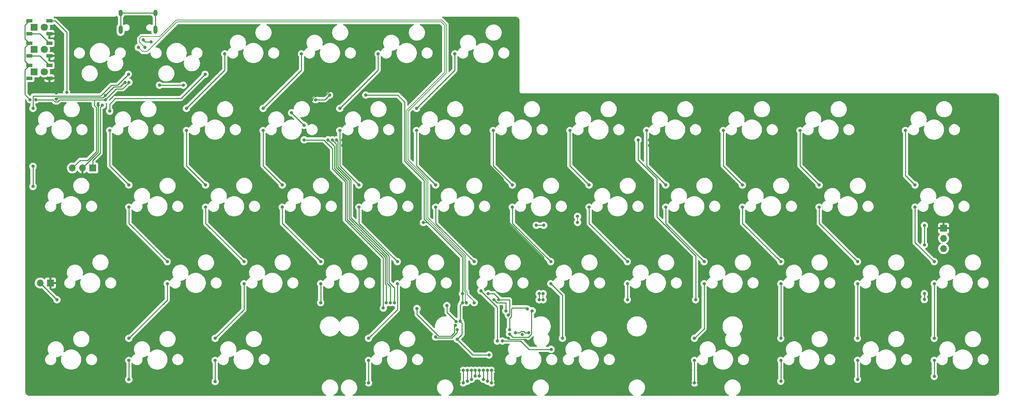
<source format=gbr>
%TF.GenerationSoftware,KiCad,Pcbnew,(6.0.0)*%
%TF.CreationDate,2022-02-04T02:04:47-08:00*%
%TF.ProjectId,Memoria,4d656d6f-7269-4612-9e6b-696361645f70,rev?*%
%TF.SameCoordinates,Original*%
%TF.FileFunction,Copper,L1,Top*%
%TF.FilePolarity,Positive*%
%FSLAX46Y46*%
G04 Gerber Fmt 4.6, Leading zero omitted, Abs format (unit mm)*
G04 Created by KiCad (PCBNEW (6.0.0)) date 2022-02-04 02:04:47*
%MOMM*%
%LPD*%
G01*
G04 APERTURE LIST*
%TA.AperFunction,SMDPad,CuDef*%
%ADD10R,1.501140X0.899160*%
%TD*%
%TA.AperFunction,ComponentPad*%
%ADD11R,1.700000X1.700000*%
%TD*%
%TA.AperFunction,ComponentPad*%
%ADD12O,1.700000X1.700000*%
%TD*%
%TA.AperFunction,ComponentPad*%
%ADD13R,1.800000X1.800000*%
%TD*%
%TA.AperFunction,ComponentPad*%
%ADD14C,1.800000*%
%TD*%
%TA.AperFunction,ComponentPad*%
%ADD15O,1.000000X2.100000*%
%TD*%
%TA.AperFunction,ComponentPad*%
%ADD16O,1.000000X1.600000*%
%TD*%
%TA.AperFunction,ViaPad*%
%ADD17C,0.800000*%
%TD*%
%TA.AperFunction,Conductor*%
%ADD18C,0.254000*%
%TD*%
%TA.AperFunction,Conductor*%
%ADD19C,0.203200*%
%TD*%
%TA.AperFunction,Conductor*%
%ADD20C,0.200000*%
%TD*%
G04 APERTURE END LIST*
D10*
%TO.P,RGB1,1,VDD*%
%TO.N,+5V*%
X25318640Y-30116800D03*
%TO.P,RGB1,2,DOUT*%
%TO.N,Net-(RGB1-Pad2)*%
X25318640Y-33317200D03*
%TO.P,RGB1,3,VSS*%
%TO.N,GND*%
X30317360Y-33317200D03*
%TO.P,RGB1,4,DIN*%
%TO.N,rgbLED*%
X30317360Y-30116800D03*
%TD*%
%TO.P,RGB3,1,VDD*%
%TO.N,+5V*%
X25318640Y-41166800D03*
%TO.P,RGB3,2,DOUT*%
%TO.N,unconnected-(RGB3-Pad2)*%
X25318640Y-44367200D03*
%TO.P,RGB3,3,VSS*%
%TO.N,GND*%
X30317360Y-44367200D03*
%TO.P,RGB3,4,DIN*%
%TO.N,Net-(RGB2-Pad2)*%
X30317360Y-41166800D03*
%TD*%
D11*
%TO.P,J1,1,Pin_1*%
%TO.N,GND*%
X252412500Y-81650000D03*
D12*
%TO.P,J1,2,Pin_2*%
%TO.N,D1*%
X252412500Y-84190000D03*
%TO.P,J1,3,Pin_3*%
%TO.N,+5V*%
X252412500Y-86730000D03*
%TD*%
D13*
%TO.P,LED1,1,K*%
%TO.N,Net-(LED1-Pad1)*%
X26543000Y-31717000D03*
D14*
%TO.P,LED1,2,A*%
%TO.N,led1*%
X29083000Y-31717000D03*
%TD*%
D13*
%TO.P,LED2,1,K*%
%TO.N,Net-(LED2-Pad1)*%
X26543000Y-37242000D03*
D14*
%TO.P,LED2,2,A*%
%TO.N,led2*%
X29083000Y-37242000D03*
%TD*%
D11*
%TO.P,J2,1,Pin_1*%
%TO.N,rgbLED*%
X41112500Y-66675000D03*
D12*
%TO.P,J2,2,Pin_2*%
%TO.N,GND*%
X38572500Y-66675000D03*
%TO.P,J2,3,Pin_3*%
%TO.N,+5V*%
X36032500Y-66675000D03*
%TD*%
D10*
%TO.P,RGB2,1,VDD*%
%TO.N,+5V*%
X25318640Y-35641800D03*
%TO.P,RGB2,2,DOUT*%
%TO.N,Net-(RGB2-Pad2)*%
X25318640Y-38842200D03*
%TO.P,RGB2,3,VSS*%
%TO.N,GND*%
X30317360Y-38842200D03*
%TO.P,RGB2,4,DIN*%
%TO.N,Net-(RGB1-Pad2)*%
X30317360Y-35641800D03*
%TD*%
D13*
%TO.P,LED3,1,K*%
%TO.N,Net-(LED3-Pad1)*%
X26543000Y-42767000D03*
D14*
%TO.P,LED3,2,A*%
%TO.N,led3*%
X29083000Y-42767000D03*
%TD*%
D11*
%TO.P,Reset1,1,K*%
%TO.N,GND*%
X30575000Y-95250000D03*
D12*
%TO.P,Reset1,2,A*%
%TO.N,Net-(R1-Pad2)*%
X28035000Y-95250000D03*
%TD*%
D15*
%TO.P,USB1,13,SHIELD*%
%TO.N,Earth*%
X48004000Y-32307000D03*
D16*
X48004000Y-28127000D03*
D15*
X56644000Y-32307000D03*
D16*
X56644000Y-28127000D03*
%TD*%
D17*
%TO.N,GND*%
X148603814Y-109503011D03*
%TO.N,col6*%
X142843489Y-109686511D03*
%TO.N,GND*%
X144310000Y-108960000D03*
%TO.N,Net-(C8-Pad2)*%
X149350000Y-107675000D03*
%TO.N,col5*%
X137490000Y-97197000D03*
%TO.N,GND*%
X32042200Y-38842053D03*
X32040000Y-48073000D03*
X127426500Y-116973500D03*
X147775000Y-108050000D03*
X132126988Y-116973500D03*
X32042200Y-44367200D03*
X103179000Y-61101100D03*
X49100000Y-45374500D03*
X141124006Y-116973500D03*
X42474651Y-51076511D03*
X189560497Y-120110051D03*
X138450000Y-59698900D03*
X154900000Y-120110051D03*
X108600497Y-120110051D03*
X32040000Y-49526000D03*
X108600000Y-116973500D03*
X132126214Y-122276214D03*
X130388714Y-100161286D03*
X130386286Y-102213714D03*
X47900000Y-34500000D03*
X189560000Y-116973500D03*
X191560000Y-116973500D03*
X191559503Y-120110051D03*
X47900000Y-36350000D03*
X179379000Y-61101100D03*
X44200000Y-48661051D03*
X99925000Y-47525000D03*
X141125000Y-122175000D03*
X151050000Y-103225000D03*
X154900000Y-116973500D03*
X125975000Y-120110051D03*
X154300930Y-100153941D03*
X32042200Y-33317200D03*
X141124503Y-120110051D03*
X95424255Y-49729126D03*
X132126988Y-120110051D03*
X179379000Y-59698900D03*
X125973500Y-116973500D03*
X103179000Y-59698900D03*
X96425000Y-48675000D03*
%TO.N,+5V*%
X132350000Y-104798700D03*
X144327020Y-103273500D03*
X131600000Y-109250000D03*
X99909645Y-48567782D03*
X50099503Y-45374500D03*
X139325000Y-97925000D03*
X151248500Y-80927622D03*
X153106598Y-80927622D03*
X25526000Y-49700000D03*
X26979000Y-49700000D03*
X108900000Y-48550000D03*
X141950000Y-99450000D03*
X123226511Y-80226511D03*
X139525000Y-113150000D03*
X132925000Y-97923500D03*
X96425000Y-49700000D03*
X132925000Y-100153011D03*
X44200000Y-49725000D03*
%TO.N,row0*%
X190825000Y-99426511D03*
X144600000Y-106900950D03*
X176525000Y-59698900D03*
X57655000Y-46101000D03*
X63590000Y-46101000D03*
X149050000Y-101735762D03*
%TO.N,row1*%
X161500000Y-78723500D03*
X152975000Y-99425000D03*
X161500000Y-80201111D03*
X152974503Y-97923500D03*
%TO.N,row2*%
X151975000Y-99426511D03*
X151975000Y-97923500D03*
%TO.N,D-*%
X52400000Y-36700000D03*
X133924503Y-100153011D03*
%TO.N,D+*%
X135838000Y-100153011D03*
X54047500Y-36700000D03*
%TO.N,led1*%
X101650000Y-59698900D03*
X116013500Y-100153011D03*
%TO.N,led2*%
X131350861Y-104825651D03*
X129050000Y-100879511D03*
X115013997Y-100153011D03*
X100600000Y-59698900D03*
%TO.N,led3*%
X121618975Y-101606022D03*
X131197928Y-105813385D03*
X114015017Y-100185332D03*
X99550000Y-59698900D03*
%TO.N,col0*%
X136125000Y-118426500D03*
X49947500Y-43390000D03*
X136125000Y-116973500D03*
X26252500Y-71278750D03*
X26252500Y-66278750D03*
X26252500Y-51860000D03*
%TO.N,col1*%
X135125497Y-116973500D03*
X135125000Y-119203011D03*
X50065000Y-109010000D03*
X59590000Y-95460000D03*
X45302500Y-57360000D03*
X50065000Y-119260000D03*
X59590000Y-89960000D03*
X50065000Y-70910000D03*
X45302500Y-52547500D03*
X68997500Y-43390000D03*
X50065000Y-114510000D03*
X50065000Y-76410000D03*
%TO.N,col2*%
X134125994Y-119656531D03*
X73877500Y-38310000D03*
X71496250Y-109010000D03*
X71496250Y-114510000D03*
X134125994Y-116973500D03*
X71496250Y-119760000D03*
X64352500Y-57360000D03*
X78640000Y-89960000D03*
X64352500Y-51860000D03*
X78640000Y-95460000D03*
X69115000Y-70910000D03*
X69115000Y-76410000D03*
%TO.N,col3*%
X88165000Y-76410000D03*
X97690000Y-95460000D03*
X97690000Y-100153011D03*
X88165000Y-70910000D03*
X92927500Y-38310000D03*
X83402500Y-51860000D03*
X97690000Y-89960000D03*
X83402500Y-57360000D03*
%TO.N,col4*%
X133126491Y-116973500D03*
X109600000Y-120110051D03*
X107215000Y-76410000D03*
X133126491Y-120110051D03*
X116740000Y-89960000D03*
X111977500Y-38310000D03*
X107215000Y-70910000D03*
X109596250Y-109010000D03*
X102452500Y-57360000D03*
X109596250Y-114510000D03*
X116740000Y-95460000D03*
X102452500Y-51860000D03*
%TO.N,col5*%
X121502500Y-57360000D03*
X126265000Y-70910000D03*
X135790000Y-89960000D03*
X121502500Y-51860000D03*
X141550000Y-109700000D03*
X131027500Y-38310000D03*
X126265000Y-76410000D03*
%TO.N,col6*%
X154941250Y-111760000D03*
X157750000Y-109010000D03*
X154840000Y-89960000D03*
X145315000Y-70910000D03*
X145315000Y-76410000D03*
X140552500Y-57360000D03*
X154840000Y-95460000D03*
%TO.N,col7*%
X164365000Y-76410000D03*
X159602500Y-57360000D03*
X173890000Y-99425000D03*
X173890000Y-95460000D03*
X164365000Y-70910000D03*
X173890000Y-89960000D03*
%TO.N,col8*%
X192940000Y-89960000D03*
X190558750Y-109010000D03*
X178652500Y-57360000D03*
X190560000Y-120110051D03*
X183415000Y-70910000D03*
X192940000Y-95460000D03*
X190558750Y-114510000D03*
X140124503Y-116973500D03*
X140125000Y-120110051D03*
X183415000Y-76410000D03*
%TO.N,col9*%
X211990000Y-109010000D03*
X211990000Y-95460000D03*
X139125000Y-116973500D03*
X139125000Y-119656531D03*
X211990000Y-119656531D03*
X197702500Y-57360000D03*
X202465000Y-76410000D03*
X211990000Y-114510000D03*
X211990000Y-89960000D03*
X202465000Y-70910000D03*
%TO.N,col10*%
X221515000Y-70910000D03*
X231040000Y-95460000D03*
X231040000Y-89960000D03*
X138124006Y-116973500D03*
X231040000Y-114510000D03*
X231040000Y-109010000D03*
X221515000Y-76410000D03*
X231040000Y-119203011D03*
X216752500Y-57360000D03*
X138124006Y-119203011D03*
%TO.N,col11*%
X245327500Y-76410000D03*
X137124503Y-116973500D03*
X250090000Y-118476511D03*
X245327500Y-70910000D03*
X250090000Y-114510000D03*
X137124503Y-118426500D03*
X250090000Y-109010000D03*
X250090000Y-95460000D03*
X242946250Y-57360000D03*
X250090000Y-89960000D03*
%TO.N,D1*%
X247650000Y-97923500D03*
X247650000Y-85800000D03*
X150225000Y-102189282D03*
X247650000Y-80940000D03*
X247650000Y-99376500D03*
X144600000Y-107950000D03*
%TO.N,rgbLED*%
X90487500Y-52962500D03*
X126235073Y-108687500D03*
X34625000Y-47875000D03*
X43473489Y-51076511D03*
X93600000Y-59698900D03*
X113262407Y-101487593D03*
X131626500Y-106889949D03*
X93600000Y-56075000D03*
%TO.N,Net-(R3-Pad1)*%
X53600000Y-34800000D03*
X55600000Y-35325000D03*
%TO.N,Net-(C8-Pad2)*%
X146075000Y-107675000D03*
%TO.N,Net-(R1-Pad2)*%
X140773500Y-99450000D03*
X32211511Y-99426511D03*
X143700000Y-102225497D03*
%TD*%
D18*
%TO.N,Net-(C8-Pad2)*%
X147122557Y-107675000D02*
X146075000Y-107675000D01*
X148075932Y-107323489D02*
X147474068Y-107323489D01*
X147474068Y-107323489D02*
X147122557Y-107675000D01*
X148427443Y-107675000D02*
X148075932Y-107323489D01*
X149350000Y-107675000D02*
X148427443Y-107675000D01*
%TO.N,GND*%
X148330834Y-109230031D02*
X148603814Y-109503011D01*
X147780000Y-109230031D02*
X148330834Y-109230031D01*
%TO.N,col6*%
X143246511Y-109686511D02*
X142843489Y-109686511D01*
X146717040Y-109686511D02*
X143246511Y-109686511D01*
X146720000Y-109683551D02*
X146717040Y-109686511D01*
X147358551Y-109683551D02*
X146720000Y-109683551D01*
X149435000Y-111760000D02*
X147358551Y-109683551D01*
X154941250Y-111760000D02*
X149435000Y-111760000D01*
%TO.N,GND*%
X144580031Y-109230031D02*
X147780000Y-109230031D01*
X144310000Y-108960000D02*
X144580031Y-109230031D01*
%TO.N,D1*%
X149275932Y-108776511D02*
X145426511Y-108776511D01*
X145426511Y-108776511D02*
X144600000Y-107950000D01*
X150076511Y-107975932D02*
X149275932Y-108776511D01*
X150076511Y-102337771D02*
X150076511Y-107975932D01*
X150225000Y-102189282D02*
X150076511Y-102337771D01*
%TO.N,row0*%
X145053531Y-103574432D02*
X144600000Y-104027963D01*
X144600000Y-104027963D02*
X144600000Y-106900950D01*
X145053531Y-102140011D02*
X145053531Y-103574432D01*
X145053520Y-101746480D02*
X145053520Y-102140000D01*
X145337218Y-101462782D02*
X145053520Y-101746480D01*
X145053520Y-102140000D02*
X145053531Y-102140011D01*
X149050000Y-101735762D02*
X148777020Y-101462782D01*
X148777020Y-101462782D02*
X145337218Y-101462782D01*
X149050000Y-101730000D02*
X149050000Y-101735762D01*
%TO.N,col5*%
X140304971Y-100011971D02*
X137490000Y-97197000D01*
X140308028Y-100011971D02*
X140304971Y-100011971D01*
X141550000Y-101253943D02*
X141550000Y-109700000D01*
X140308028Y-100011971D02*
X141550000Y-101253943D01*
%TO.N,GND*%
X189560497Y-120110051D02*
X189560497Y-116973997D01*
X125973500Y-116973500D02*
X125973500Y-120108551D01*
X47048646Y-46554520D02*
X46306531Y-46554520D01*
X96422557Y-48675000D02*
X95424255Y-49673302D01*
X141124006Y-120109554D02*
X141124503Y-120110051D01*
X43608031Y-49253020D02*
X44200000Y-48661051D01*
X141124503Y-122174503D02*
X141125000Y-122175000D01*
X47900000Y-34500000D02*
X47900000Y-36350000D01*
X130388714Y-102211286D02*
X130386286Y-102213714D01*
X125973500Y-120108551D02*
X125975000Y-120110051D01*
X132126988Y-120110051D02*
X132126988Y-122275440D01*
X132126988Y-116973500D02*
X132126988Y-120110051D01*
X191559503Y-120110051D02*
X191559503Y-116973997D01*
X42474651Y-51076511D02*
X42474651Y-62772849D01*
X138450000Y-59698900D02*
X138450000Y-64686374D01*
X132126988Y-122275440D02*
X132126214Y-122276214D01*
X30317360Y-44367200D02*
X32042200Y-44367200D01*
X42474651Y-62772849D02*
X38572500Y-66675000D01*
X32040000Y-49390000D02*
X32176980Y-49253020D01*
X179379000Y-61101100D02*
X179379000Y-59698900D01*
X96425000Y-48675000D02*
X98775000Y-48675000D01*
X103179000Y-61101100D02*
X103179000Y-59698900D01*
X30317360Y-38842200D02*
X32042053Y-38842200D01*
X32040000Y-49526000D02*
X32040000Y-49390000D01*
X153104220Y-88865594D02*
X153104220Y-96304220D01*
X95424255Y-49673302D02*
X95424255Y-49729126D01*
X189560497Y-116973997D02*
X189560000Y-116973500D01*
X154900000Y-116973500D02*
X154900000Y-120110051D01*
X32042200Y-33317200D02*
X32042200Y-44367200D01*
X30317360Y-33317200D02*
X32042200Y-33317200D01*
X32042200Y-48070800D02*
X32040000Y-48073000D01*
X141124006Y-116973500D02*
X141124006Y-120109554D01*
X154300930Y-97500930D02*
X154300930Y-100153941D01*
X130388714Y-100161286D02*
X130388714Y-102211286D01*
X138450000Y-64686374D02*
X143050000Y-69286374D01*
X47919980Y-46554520D02*
X47048646Y-46554520D01*
X143050000Y-78811374D02*
X153104220Y-88865594D01*
X32176980Y-49253020D02*
X43608031Y-49253020D01*
X143050000Y-69286374D02*
X143050000Y-78811374D01*
X46306531Y-46554520D02*
X44200000Y-48661051D01*
X141124503Y-120110051D02*
X141124503Y-122174503D01*
X32042053Y-38842200D02*
X32042200Y-38842053D01*
X96425000Y-48675000D02*
X96422557Y-48675000D01*
X49100000Y-45374500D02*
X47919980Y-46554520D01*
X98775000Y-48675000D02*
X99925000Y-47525000D01*
X108600497Y-116973997D02*
X108600000Y-116973500D01*
X108600497Y-120110051D02*
X108600497Y-116973997D01*
X153104220Y-96304220D02*
X154300930Y-97500930D01*
X191559503Y-116973997D02*
X191560000Y-116973500D01*
X127426500Y-116973500D02*
X125973500Y-116973500D01*
X32042200Y-44367200D02*
X32042200Y-48070800D01*
%TO.N,+5V*%
X122014997Y-68433193D02*
X122015902Y-68432288D01*
X24241559Y-31193881D02*
X25318640Y-30116800D01*
X122015902Y-68432288D02*
X123066807Y-69483193D01*
X123400994Y-69817380D02*
X123066807Y-69483193D01*
X41475813Y-51040063D02*
X41475813Y-49724187D01*
X24241559Y-40089719D02*
X24241559Y-36718881D01*
X141950000Y-99450000D02*
X144600000Y-99450000D01*
X42010349Y-51639652D02*
X42014652Y-51639652D01*
X118573480Y-55148480D02*
X118573480Y-54398961D01*
X24241559Y-34564719D02*
X24241559Y-31193881D01*
X44181540Y-49706540D02*
X44200000Y-49725000D01*
X50099503Y-45374500D02*
X50099503Y-45402440D01*
X44200000Y-49700000D02*
X46891960Y-47008040D01*
X153106598Y-80927622D02*
X151248500Y-80927622D01*
X139326500Y-97923500D02*
X139325000Y-97925000D01*
X118573961Y-50290335D02*
X118573961Y-54551039D01*
X26979000Y-49700000D02*
X31186558Y-49700000D01*
X40731540Y-49706540D02*
X41493460Y-49706540D01*
X123400994Y-78723500D02*
X123400994Y-69817380D01*
X116833626Y-48550000D02*
X118573961Y-50290335D01*
X31186558Y-49700000D02*
X31739068Y-50252511D01*
X131600000Y-109250000D02*
X132800000Y-108050000D01*
X132350000Y-104798700D02*
X132350000Y-100728011D01*
X41475813Y-51076511D02*
X41475813Y-51105116D01*
X24241559Y-44400000D02*
X24241559Y-48415559D01*
X46891960Y-47008040D02*
X48493904Y-47008040D01*
X132925000Y-88866386D02*
X125564307Y-81505693D01*
X48493904Y-47008040D02*
X49100972Y-46400972D01*
X31739068Y-50252511D02*
X32340932Y-50252511D01*
X24241559Y-48415559D02*
X25526000Y-49700000D01*
X132925000Y-97923500D02*
X132925000Y-88866386D01*
X141950000Y-99450000D02*
X141950000Y-99100000D01*
X42021131Y-62584995D02*
X39829752Y-64776374D01*
X140773500Y-97923500D02*
X139326500Y-97923500D01*
X32340932Y-50252511D02*
X32886903Y-49706540D01*
X42021131Y-51646131D02*
X42021131Y-62584995D01*
X118573960Y-64992156D02*
X122014997Y-68433193D01*
X132925000Y-97923500D02*
X132925000Y-100153011D01*
X132800000Y-105248700D02*
X132350000Y-104798700D01*
X108900000Y-48550000D02*
X116833626Y-48550000D01*
X24241559Y-42243881D02*
X24241559Y-44400000D01*
X141950000Y-99100000D02*
X140773500Y-97923500D01*
X49100972Y-46400972D02*
X48493903Y-47008040D01*
X132350000Y-100728011D02*
X132925000Y-100153011D01*
X37931126Y-64776374D02*
X36032500Y-66675000D01*
X96425000Y-49700000D02*
X98777427Y-49700000D01*
X144600000Y-103000520D02*
X144327020Y-103273500D01*
X131600000Y-109250000D02*
X135500000Y-113150000D01*
X124579307Y-80520693D02*
X123400994Y-79342380D01*
X42014652Y-51639652D02*
X42021131Y-51646131D01*
X25318640Y-35641800D02*
X24241559Y-34564719D01*
X135500000Y-113150000D02*
X139525000Y-113150000D01*
X132800000Y-108050000D02*
X132800000Y-105248700D01*
X144600000Y-99450000D02*
X144600000Y-103000520D01*
X123400994Y-79342380D02*
X123400994Y-78723500D01*
X41475813Y-49724187D02*
X41493460Y-49706540D01*
X123226511Y-80226511D02*
X124285125Y-80226511D01*
X98777427Y-49700000D02*
X99909645Y-48567782D01*
X50099503Y-45402440D02*
X49100972Y-46400972D01*
X32886903Y-49706540D02*
X40731540Y-49706540D01*
X41493460Y-49706540D02*
X44181540Y-49706540D01*
X39829752Y-64776374D02*
X37931126Y-64776374D01*
X124285125Y-80226511D02*
X124579307Y-80520693D01*
X24241559Y-36718881D02*
X25318640Y-35641800D01*
X25318640Y-41166800D02*
X24241559Y-42243881D01*
X118573960Y-55148960D02*
X118573960Y-64992156D01*
X25318640Y-41166800D02*
X24241559Y-40089719D01*
X125564307Y-81505693D02*
X124579307Y-80520693D01*
X41475813Y-51105116D02*
X42010349Y-51639652D01*
%TO.N,row0*%
X57655000Y-46101000D02*
X63590000Y-46101000D01*
X176525000Y-64661374D02*
X176525000Y-59698900D01*
X190825000Y-99426511D02*
X190825000Y-88486374D01*
X181194313Y-69330687D02*
X176525000Y-64661374D01*
X190825000Y-88486374D02*
X181194313Y-78855687D01*
X181194313Y-78855687D02*
X181194313Y-69330687D01*
D19*
%TO.N,row1*%
X152974503Y-99424503D02*
X152975000Y-99425000D01*
X152974503Y-97923500D02*
X152974503Y-99424503D01*
X161500000Y-80201111D02*
X161500000Y-78723500D01*
D18*
%TO.N,row2*%
X151975000Y-99426511D02*
X151975000Y-97923500D01*
D20*
%TO.N,D-*%
X54599520Y-37750000D02*
X62024520Y-30325000D01*
X119000481Y-52409513D02*
X119000481Y-54574519D01*
X52400000Y-36700000D02*
X53450000Y-37750000D01*
X133351520Y-88689716D02*
X133351520Y-97250000D01*
X120479997Y-66293193D02*
X123875480Y-69688676D01*
X53450000Y-37750000D02*
X54599520Y-37750000D01*
X119000480Y-64815486D02*
X120479092Y-66294098D01*
X120479092Y-66294098D02*
X120479997Y-66293193D01*
X123875480Y-69688676D02*
X123875480Y-79213676D01*
X133624511Y-99853019D02*
X133924503Y-100153011D01*
X128450480Y-42959514D02*
X119000481Y-52409513D01*
X62024520Y-30325000D02*
X127609994Y-30325000D01*
X128450480Y-31165486D02*
X128450480Y-42959514D01*
X119000480Y-54575480D02*
X119000480Y-64815486D01*
X133624511Y-97522991D02*
X133624511Y-99853019D01*
X123875480Y-79213676D02*
X133351520Y-88689716D01*
X119000000Y-54575000D02*
X119000480Y-54575480D01*
X127609994Y-30325000D02*
X128450480Y-31165486D01*
X119000481Y-54574519D02*
X119000000Y-54575000D01*
X133351520Y-97250000D02*
X133624511Y-97522991D01*
%TO.N,D+*%
X119400000Y-52575000D02*
X119400000Y-64650000D01*
X54047500Y-36697500D02*
X52700000Y-35350000D01*
X52700000Y-35350000D02*
X52700000Y-34500000D01*
X127775480Y-29925480D02*
X128850000Y-31000000D01*
X120176810Y-65425000D02*
X124275000Y-69523190D01*
X133751040Y-88524230D02*
X133751040Y-97084514D01*
X128850000Y-43125000D02*
X119400000Y-52575000D01*
X134024031Y-97357505D02*
X134024031Y-98050000D01*
X124275000Y-79048190D02*
X133751040Y-88524230D01*
X134024031Y-98050000D02*
X135838000Y-99863969D01*
X128850000Y-31000000D02*
X128850000Y-43125000D01*
X57784514Y-34000000D02*
X61859034Y-29925480D01*
X120175000Y-65425000D02*
X120176810Y-65425000D01*
X119400000Y-64650000D02*
X120175000Y-65425000D01*
X52700000Y-34500000D02*
X53200000Y-34000000D01*
X124275000Y-69523190D02*
X124275000Y-79048190D01*
X135838000Y-99863969D02*
X135838000Y-100153011D01*
X53200000Y-34000000D02*
X57784514Y-34000000D01*
X54047500Y-36700000D02*
X54047500Y-36697500D01*
X61859034Y-29925480D02*
X127775480Y-29925480D01*
X133751040Y-97084514D02*
X134024031Y-97357505D01*
D18*
%TO.N,led1*%
X101650000Y-59698900D02*
X101998980Y-60047880D01*
X114625000Y-88486374D02*
X114625000Y-95075000D01*
X114625000Y-95075000D02*
X116013500Y-96463500D01*
X105175000Y-69511374D02*
X105175000Y-79036374D01*
X105175000Y-79036374D02*
X114625000Y-88486374D01*
X116013500Y-96463500D02*
X116013500Y-100153011D01*
X101998980Y-60047880D02*
X101998980Y-66335354D01*
X101998980Y-66335354D02*
X105175000Y-69511374D01*
%TO.N,led2*%
X100600000Y-59698900D02*
X100618900Y-59698900D01*
X129072523Y-102547313D02*
X131350861Y-104825651D01*
X129050000Y-100879511D02*
X129072523Y-100902034D01*
X100618900Y-59698900D02*
X101545460Y-60625460D01*
X115013997Y-96105371D02*
X115013997Y-100153011D01*
X104721480Y-69699228D02*
X104721480Y-79224228D01*
X129072523Y-100902034D02*
X129072523Y-102547313D01*
X101545460Y-66523208D02*
X104721480Y-69699228D01*
X114171480Y-95262854D02*
X115013997Y-96105371D01*
X114171480Y-88674228D02*
X114171480Y-95262854D01*
X101545460Y-60625460D02*
X101545460Y-66523208D01*
X104721480Y-79224228D02*
X114171480Y-88674228D01*
%TO.N,led3*%
X99572557Y-59698900D02*
X101091940Y-61218283D01*
X130899989Y-107638637D02*
X130088626Y-108450000D01*
X101091940Y-61218283D02*
X101091940Y-66711062D01*
X101091940Y-66711062D02*
X104267960Y-69887082D01*
X114015017Y-95747765D02*
X114015017Y-100185332D01*
X104267960Y-69887082D02*
X104267960Y-79412082D01*
X127025000Y-108450000D02*
X121618975Y-103043975D01*
X113717960Y-95450708D02*
X114015017Y-95747765D01*
X104267960Y-79412082D02*
X113717960Y-88862082D01*
X99550000Y-59698900D02*
X99572557Y-59698900D01*
X131197928Y-105813385D02*
X130899989Y-106111324D01*
X113717960Y-88862082D02*
X113717960Y-95450708D01*
X130899989Y-106111324D02*
X130899989Y-107638637D01*
X121618975Y-103043975D02*
X121618975Y-101606022D01*
X130088626Y-108450000D02*
X127025000Y-108450000D01*
%TO.N,col0*%
X45732608Y-46101000D02*
X47236500Y-46101000D01*
X26252500Y-51860000D02*
X26252500Y-48799500D01*
X26252500Y-71278750D02*
X26252500Y-66278750D01*
X136125000Y-118426500D02*
X136125000Y-116973500D01*
X43034108Y-48799500D02*
X45732608Y-46101000D01*
X26252500Y-48799500D02*
X43034108Y-48799500D01*
X47236500Y-46101000D02*
X49947500Y-43390000D01*
%TO.N,col1*%
X59590000Y-99485000D02*
X50065000Y-109010000D01*
X45302500Y-66147500D02*
X50065000Y-70910000D01*
X45302500Y-57360000D02*
X45302500Y-66147500D01*
X45302500Y-51860000D02*
X45302500Y-50797500D01*
X135125000Y-119203011D02*
X135125000Y-116973997D01*
X135125000Y-116973997D02*
X135125497Y-116973500D01*
X50065000Y-76410000D02*
X50065000Y-80435000D01*
X62987500Y-49400000D02*
X46700000Y-49400000D01*
X59590000Y-95460000D02*
X59590000Y-99485000D01*
X46700000Y-49400000D02*
X45302500Y-50797500D01*
X50065000Y-114510000D02*
X50065000Y-119260000D01*
X68997500Y-43390000D02*
X62987500Y-49400000D01*
X50065000Y-80435000D02*
X59590000Y-89960000D01*
X45302500Y-51860000D02*
X45302500Y-52547500D01*
%TO.N,col2*%
X73877500Y-38310000D02*
X73877500Y-42335000D01*
X78640000Y-95460000D02*
X78640000Y-101866250D01*
X64352500Y-66147500D02*
X69115000Y-70910000D01*
X69115000Y-80435000D02*
X78640000Y-89960000D01*
X64352500Y-57360000D02*
X64352500Y-66147500D01*
X71496250Y-114510000D02*
X71496250Y-119760000D01*
X69115000Y-76410000D02*
X69115000Y-80435000D01*
X134125994Y-119656531D02*
X134125994Y-116973500D01*
X73877500Y-42335000D02*
X64352500Y-51860000D01*
X78640000Y-101866250D02*
X71496250Y-109010000D01*
%TO.N,col3*%
X88165000Y-80435000D02*
X97690000Y-89960000D01*
X88165000Y-76410000D02*
X88165000Y-80435000D01*
X83402500Y-51860000D02*
X92927500Y-42335000D01*
X83402500Y-57360000D02*
X83402500Y-66147500D01*
X92927500Y-42335000D02*
X92927500Y-38310000D01*
X83402500Y-66147500D02*
X88165000Y-70910000D01*
X97690000Y-95460000D02*
X97690000Y-100153011D01*
%TO.N,col4*%
X109596250Y-120106301D02*
X109600000Y-120110051D01*
X116740000Y-101866250D02*
X109596250Y-109010000D01*
X102452500Y-66147500D02*
X107215000Y-70910000D01*
X133126491Y-120089477D02*
X133126491Y-116973500D01*
X107215000Y-76410000D02*
X107215000Y-80435000D01*
X116740000Y-95460000D02*
X116740000Y-101866250D01*
X111977500Y-42335000D02*
X111977500Y-38310000D01*
X109596250Y-114510000D02*
X109596250Y-120106301D01*
X102452500Y-51860000D02*
X111977500Y-42335000D01*
X102452500Y-57360000D02*
X102452500Y-66147500D01*
X107215000Y-80435000D02*
X116740000Y-89960000D01*
%TO.N,col5*%
X121502500Y-66147500D02*
X126265000Y-70910000D01*
X121502500Y-57360000D02*
X121502500Y-66147500D01*
X126265000Y-80435000D02*
X135790000Y-89960000D01*
X131027500Y-38310000D02*
X131027500Y-42335000D01*
X126265000Y-76410000D02*
X126265000Y-80435000D01*
X131027500Y-42335000D02*
X121502500Y-51860000D01*
%TO.N,col6*%
X145315000Y-80435000D02*
X154840000Y-89960000D01*
X157750000Y-98370000D02*
X154840000Y-95460000D01*
X145315000Y-76410000D02*
X145315000Y-80435000D01*
X140552500Y-66147500D02*
X145315000Y-70910000D01*
X157750000Y-109010000D02*
X157750000Y-98370000D01*
X140552500Y-57360000D02*
X140552500Y-66147500D01*
%TO.N,col7*%
X159602500Y-57360000D02*
X159602500Y-66147500D01*
X164365000Y-80435000D02*
X173890000Y-89960000D01*
X159602500Y-66147500D02*
X164365000Y-70910000D01*
X164365000Y-76410000D02*
X164365000Y-80435000D01*
X173890000Y-99425000D02*
X173890000Y-95460000D01*
%TO.N,col8*%
X192940000Y-95460000D02*
X192940000Y-106628750D01*
X178652500Y-66147500D02*
X183415000Y-70910000D01*
X178652500Y-57360000D02*
X178652500Y-66147500D01*
X190558750Y-114510000D02*
X190558750Y-120108801D01*
X192940000Y-106628750D02*
X190558750Y-109010000D01*
X140125000Y-120110051D02*
X140125000Y-116973997D01*
X183415000Y-80435000D02*
X192940000Y-89960000D01*
X190558750Y-120108801D02*
X190560000Y-120110051D01*
X183415000Y-76410000D02*
X183415000Y-80435000D01*
X140125000Y-116973997D02*
X140124503Y-116973500D01*
%TO.N,col9*%
X211990000Y-114510000D02*
X211990000Y-119656531D01*
X202465000Y-76410000D02*
X202465000Y-80435000D01*
X197702500Y-57360000D02*
X197702500Y-66147500D01*
X139125000Y-119656531D02*
X139125000Y-116973500D01*
X211990000Y-109010000D02*
X211990000Y-95460000D01*
X197702500Y-66147500D02*
X202465000Y-70910000D01*
X202465000Y-80435000D02*
X211990000Y-89960000D01*
%TO.N,col10*%
X216752500Y-57360000D02*
X216752500Y-66147500D01*
X221515000Y-80435000D02*
X231040000Y-89960000D01*
X231040000Y-109010000D02*
X231040000Y-95460000D01*
X138124006Y-119203011D02*
X138124006Y-116973500D01*
X216752500Y-66147500D02*
X221515000Y-70910000D01*
X231040000Y-114510000D02*
X231040000Y-119203011D01*
X221515000Y-76410000D02*
X221515000Y-80435000D01*
%TO.N,col11*%
X245327500Y-76410000D02*
X245327500Y-85197500D01*
X137124503Y-118426500D02*
X137124503Y-116973500D01*
X250090000Y-109010000D02*
X250090000Y-95460000D01*
X242946250Y-68528750D02*
X245327500Y-70910000D01*
X242946250Y-57360000D02*
X242946250Y-68528750D01*
X245327500Y-85197500D02*
X250090000Y-89960000D01*
X250090000Y-118476511D02*
X250090000Y-114510000D01*
%TO.N,Earth*%
X48004000Y-32307000D02*
X48004000Y-28127000D01*
X48004000Y-28127000D02*
X56644000Y-28127000D01*
X56644000Y-28127000D02*
X56644000Y-32307000D01*
%TO.N,D1*%
X247650000Y-80940000D02*
X247650000Y-85800000D01*
X144600000Y-107950000D02*
X144600000Y-107928393D01*
X247650000Y-97923500D02*
X247650000Y-99376500D01*
X150225000Y-102303393D02*
X150225000Y-102189282D01*
X150225000Y-102189282D02*
X150225000Y-102304437D01*
%TO.N,rgbLED*%
X103814440Y-70074936D02*
X103814440Y-79599936D01*
X97261100Y-59698900D02*
X98522557Y-59698900D01*
X131626500Y-106889949D02*
X131626500Y-107553500D01*
X113264440Y-89049936D02*
X113264440Y-95638562D01*
X130276480Y-108903520D02*
X126451093Y-108903520D01*
X42935697Y-51639303D02*
X42928171Y-51646829D01*
X30317360Y-30116800D02*
X31741800Y-30116800D01*
X113264440Y-95638562D02*
X113264440Y-101485560D01*
X100638420Y-61814763D02*
X100638420Y-66898916D01*
X131626500Y-107553500D02*
X130276480Y-108903520D01*
X100638420Y-66898916D02*
X101009752Y-67270248D01*
X93600000Y-59698900D02*
X97261100Y-59698900D01*
X34625000Y-47875000D02*
X34625000Y-35975000D01*
X103814440Y-79599936D02*
X113264440Y-89049936D01*
X42928171Y-51646829D02*
X42928171Y-53228171D01*
X90487500Y-52962500D02*
X93600000Y-56075000D01*
X43473489Y-51105116D02*
X42939302Y-51639303D01*
X98522557Y-59698900D02*
X100638420Y-61814763D01*
X31741800Y-30116800D02*
X34625000Y-33000000D01*
X42928171Y-62960703D02*
X42928171Y-52400000D01*
X126451093Y-108903520D02*
X126235073Y-108687500D01*
X43473489Y-51076511D02*
X43473489Y-51105116D01*
X41112500Y-66675000D02*
X41112500Y-64776374D01*
X42939302Y-51639303D02*
X42935697Y-51639303D01*
X113264440Y-101485560D02*
X113262407Y-101487593D01*
X34625000Y-33000000D02*
X34625000Y-35975000D01*
X101009752Y-67270248D02*
X103814440Y-70074936D01*
X41112500Y-64776374D02*
X42928171Y-62960703D01*
%TO.N,Net-(R3-Pad1)*%
X55600000Y-35325000D02*
X54125000Y-35325000D01*
X54125000Y-35325000D02*
X53600000Y-34800000D01*
%TO.N,Net-(R1-Pad2)*%
X143700000Y-100176500D02*
X141499989Y-100176500D01*
X143700000Y-102225497D02*
X143700000Y-100176500D01*
X28035000Y-95250000D02*
X32211511Y-99426511D01*
X141499989Y-100176500D02*
X140773489Y-99450000D01*
%TO.N,Net-(RGB1-Pad2)*%
X25318640Y-33317200D02*
X27992760Y-33317200D01*
X27992760Y-33317200D02*
X30317360Y-35641800D01*
%TO.N,Net-(RGB2-Pad2)*%
X27992760Y-38842200D02*
X30317360Y-41166800D01*
X25318640Y-38842200D02*
X27992760Y-38842200D01*
%TD*%
%TA.AperFunction,Conductor*%
%TO.N,GND*%
G36*
X55672555Y-28782502D02*
G01*
X55715686Y-28829347D01*
X55799934Y-28987796D01*
X55866769Y-29069744D01*
X55921040Y-29136287D01*
X55921043Y-29136290D01*
X55924935Y-29141062D01*
X55929682Y-29144989D01*
X55929684Y-29144991D01*
X55962815Y-29172399D01*
X56002554Y-29231233D01*
X56008500Y-29269484D01*
X56008500Y-30913484D01*
X55988498Y-30981605D01*
X55961456Y-31011677D01*
X55934975Y-31032968D01*
X55886600Y-31090619D01*
X55827493Y-31129944D01*
X55756506Y-31131070D01*
X55713552Y-31109722D01*
X55653743Y-31063994D01*
X55653739Y-31063991D01*
X55648322Y-31059850D01*
X55502412Y-30991811D01*
X55490369Y-30986195D01*
X55490366Y-30986194D01*
X55484192Y-30983315D01*
X55477544Y-30981829D01*
X55477541Y-30981828D01*
X55347528Y-30952767D01*
X55307457Y-30943810D01*
X55301912Y-30943500D01*
X55168756Y-30943500D01*
X55033963Y-30958143D01*
X54932198Y-30992391D01*
X54868796Y-31013728D01*
X54868794Y-31013729D01*
X54862325Y-31015906D01*
X54707095Y-31109177D01*
X54702138Y-31113865D01*
X54702135Y-31113867D01*
X54580473Y-31228918D01*
X54575515Y-31233607D01*
X54571683Y-31239245D01*
X54571680Y-31239249D01*
X54487133Y-31363656D01*
X54473723Y-31383388D01*
X54406470Y-31551534D01*
X54405356Y-31558262D01*
X54405355Y-31558266D01*
X54381270Y-31703751D01*
X54376892Y-31730198D01*
X54377249Y-31737015D01*
X54377249Y-31737019D01*
X54382151Y-31830539D01*
X54386370Y-31911047D01*
X54388181Y-31917620D01*
X54388181Y-31917623D01*
X54415188Y-32015671D01*
X54434461Y-32085641D01*
X54518922Y-32245836D01*
X54523327Y-32251049D01*
X54523330Y-32251053D01*
X54631406Y-32378943D01*
X54631410Y-32378947D01*
X54635813Y-32384157D01*
X54641237Y-32388304D01*
X54641238Y-32388305D01*
X54774257Y-32490006D01*
X54774261Y-32490009D01*
X54779678Y-32494150D01*
X54873916Y-32538094D01*
X54937631Y-32567805D01*
X54937634Y-32567806D01*
X54943808Y-32570685D01*
X54950456Y-32572171D01*
X54950459Y-32572172D01*
X55046686Y-32593681D01*
X55120543Y-32610190D01*
X55126088Y-32610500D01*
X55259244Y-32610500D01*
X55394037Y-32595857D01*
X55469312Y-32570524D01*
X55540253Y-32567754D01*
X55601432Y-32603777D01*
X55633423Y-32667158D01*
X55635500Y-32689943D01*
X55635500Y-32906769D01*
X55635800Y-32909825D01*
X55635800Y-32909832D01*
X55640327Y-32955994D01*
X55649920Y-33053833D01*
X55702000Y-33226328D01*
X55702831Y-33229082D01*
X55703372Y-33300076D01*
X55665444Y-33360093D01*
X55601090Y-33390077D01*
X55582209Y-33391500D01*
X53248136Y-33391500D01*
X53231693Y-33390422D01*
X53200000Y-33386250D01*
X53191811Y-33387328D01*
X53160126Y-33391499D01*
X53160117Y-33391500D01*
X53160115Y-33391500D01*
X53160109Y-33391501D01*
X53160107Y-33391501D01*
X53060543Y-33404609D01*
X53049336Y-33406084D01*
X53049334Y-33406085D01*
X53041149Y-33407162D01*
X52893124Y-33468476D01*
X52848439Y-33502764D01*
X52797937Y-33541515D01*
X52797921Y-33541529D01*
X52772566Y-33560984D01*
X52772563Y-33560987D01*
X52766013Y-33566013D01*
X52760983Y-33572568D01*
X52746548Y-33591379D01*
X52735681Y-33603770D01*
X52303766Y-34035685D01*
X52291375Y-34046552D01*
X52266013Y-34066013D01*
X52241526Y-34097925D01*
X52241523Y-34097928D01*
X52241517Y-34097936D01*
X52202068Y-34149347D01*
X52168476Y-34193124D01*
X52107162Y-34341149D01*
X52107162Y-34341150D01*
X52105414Y-34354426D01*
X52104185Y-34363764D01*
X52091500Y-34460115D01*
X52091500Y-34460120D01*
X52086250Y-34500000D01*
X52087328Y-34508188D01*
X52090422Y-34531690D01*
X52091500Y-34548136D01*
X52091500Y-35301864D01*
X52090422Y-35318307D01*
X52086250Y-35350000D01*
X52091500Y-35389880D01*
X52091500Y-35389885D01*
X52103215Y-35478866D01*
X52107162Y-35508851D01*
X52168476Y-35656876D01*
X52169840Y-35658654D01*
X52185924Y-35724936D01*
X52162706Y-35792029D01*
X52111315Y-35834054D01*
X51949278Y-35906197D01*
X51949276Y-35906198D01*
X51943248Y-35908882D01*
X51788747Y-36021134D01*
X51784326Y-36026044D01*
X51784325Y-36026045D01*
X51679099Y-36142911D01*
X51660960Y-36163056D01*
X51646065Y-36188855D01*
X51573677Y-36314235D01*
X51565473Y-36328444D01*
X51506458Y-36510072D01*
X51505768Y-36516633D01*
X51505768Y-36516635D01*
X51500921Y-36562750D01*
X51486496Y-36700000D01*
X51487186Y-36706565D01*
X51500972Y-36837727D01*
X51506458Y-36889928D01*
X51565473Y-37071556D01*
X51568776Y-37077278D01*
X51568777Y-37077279D01*
X51586864Y-37108606D01*
X51660960Y-37236944D01*
X51665378Y-37241851D01*
X51665379Y-37241852D01*
X51705545Y-37286461D01*
X51788747Y-37378866D01*
X51872662Y-37439834D01*
X51931556Y-37482623D01*
X51943248Y-37491118D01*
X51949276Y-37493802D01*
X51949278Y-37493803D01*
X52084059Y-37553811D01*
X52117712Y-37568794D01*
X52195390Y-37585305D01*
X52298056Y-37607128D01*
X52298061Y-37607128D01*
X52304513Y-37608500D01*
X52395761Y-37608500D01*
X52463882Y-37628502D01*
X52484856Y-37645405D01*
X52985685Y-38146234D01*
X52996552Y-38158625D01*
X53016013Y-38183987D01*
X53022563Y-38189013D01*
X53047925Y-38208474D01*
X53047928Y-38208477D01*
X53134643Y-38275016D01*
X53143124Y-38281524D01*
X53187160Y-38299764D01*
X53291150Y-38342838D01*
X53410115Y-38358500D01*
X53410120Y-38358500D01*
X53410129Y-38358501D01*
X53441812Y-38362672D01*
X53450000Y-38363750D01*
X53481693Y-38359578D01*
X53498136Y-38358500D01*
X54551384Y-38358500D01*
X54567827Y-38359578D01*
X54599520Y-38363750D01*
X54607709Y-38362672D01*
X54639394Y-38358501D01*
X54639404Y-38358500D01*
X54639405Y-38358500D01*
X54639421Y-38358498D01*
X54738977Y-38345391D01*
X54750184Y-38343916D01*
X54750186Y-38343915D01*
X54758371Y-38342838D01*
X54906396Y-38281524D01*
X54914878Y-38275016D01*
X55001592Y-38208477D01*
X55001595Y-38208474D01*
X55026954Y-38189015D01*
X55033507Y-38183987D01*
X55038537Y-38177432D01*
X55052972Y-38158621D01*
X55063839Y-38146230D01*
X55231594Y-37978475D01*
X55293906Y-37944449D01*
X55364721Y-37949514D01*
X55421557Y-37992061D01*
X55446600Y-38062842D01*
X55454348Y-38269216D01*
X55469437Y-38341130D01*
X55493538Y-38455991D01*
X55502562Y-38499001D01*
X55588802Y-38717377D01*
X55591571Y-38721940D01*
X55702936Y-38905463D01*
X55710604Y-38918100D01*
X55864485Y-39095432D01*
X55868617Y-39098820D01*
X56041916Y-39240917D01*
X56041922Y-39240921D01*
X56046044Y-39244301D01*
X56050680Y-39246940D01*
X56050683Y-39246942D01*
X56131190Y-39292769D01*
X56250090Y-39360451D01*
X56470789Y-39440561D01*
X56476038Y-39441510D01*
X56476041Y-39441511D01*
X56557115Y-39456171D01*
X56701830Y-39482340D01*
X56705969Y-39482535D01*
X56705976Y-39482536D01*
X56724940Y-39483430D01*
X56724949Y-39483430D01*
X56726429Y-39483500D01*
X56891450Y-39483500D01*
X56972799Y-39476597D01*
X57061137Y-39469102D01*
X57061141Y-39469101D01*
X57066448Y-39468651D01*
X57071603Y-39467313D01*
X57071609Y-39467312D01*
X57288535Y-39411009D01*
X57288534Y-39411009D01*
X57293706Y-39409667D01*
X57298572Y-39407475D01*
X57298575Y-39407474D01*
X57502917Y-39315424D01*
X57502920Y-39315423D01*
X57507778Y-39313234D01*
X57702541Y-39182112D01*
X57872427Y-39020049D01*
X57915664Y-38961937D01*
X57984383Y-38869574D01*
X58012578Y-38831679D01*
X58028348Y-38800663D01*
X58116569Y-38627144D01*
X58116569Y-38627143D01*
X58118987Y-38622388D01*
X58188611Y-38398160D01*
X58201653Y-38299764D01*
X58207263Y-38257438D01*
X59410100Y-38257438D01*
X59449564Y-38569830D01*
X59527870Y-38874813D01*
X59643784Y-39167577D01*
X59645686Y-39171036D01*
X59645687Y-39171039D01*
X59777612Y-39411009D01*
X59795476Y-39443504D01*
X59980555Y-39698244D01*
X60196102Y-39927778D01*
X60438718Y-40128487D01*
X60704576Y-40297206D01*
X60708155Y-40298890D01*
X60708162Y-40298894D01*
X60985894Y-40429584D01*
X60985898Y-40429586D01*
X60989484Y-40431273D01*
X61288948Y-40528575D01*
X61598246Y-40587577D01*
X61691800Y-40593463D01*
X61831858Y-40602275D01*
X61831874Y-40602276D01*
X61833853Y-40602400D01*
X61991147Y-40602400D01*
X61993126Y-40602276D01*
X61993142Y-40602275D01*
X62133200Y-40593463D01*
X62226754Y-40587577D01*
X62536052Y-40528575D01*
X62835516Y-40431273D01*
X62839102Y-40429586D01*
X62839106Y-40429584D01*
X63116838Y-40298894D01*
X63116845Y-40298890D01*
X63120424Y-40297206D01*
X63386282Y-40128487D01*
X63587087Y-39962367D01*
X63652324Y-39934357D01*
X63722349Y-39946064D01*
X63774929Y-39993771D01*
X63793369Y-40062331D01*
X63789659Y-40089934D01*
X63745610Y-40266605D01*
X63739683Y-40290376D01*
X63739224Y-40294744D01*
X63739223Y-40294749D01*
X63710781Y-40565364D01*
X63710322Y-40569733D01*
X63710475Y-40574121D01*
X63710475Y-40574127D01*
X63719476Y-40831870D01*
X63720125Y-40850458D01*
X63720887Y-40854781D01*
X63720888Y-40854788D01*
X63744664Y-40989624D01*
X63768902Y-41127087D01*
X63855703Y-41394235D01*
X63857631Y-41398188D01*
X63857633Y-41398193D01*
X63890947Y-41466496D01*
X63978840Y-41646702D01*
X63981295Y-41650341D01*
X63981298Y-41650347D01*
X64032796Y-41726696D01*
X64135915Y-41879576D01*
X64323871Y-42088322D01*
X64327233Y-42091143D01*
X64327234Y-42091144D01*
X64391605Y-42145157D01*
X64539050Y-42268879D01*
X64777264Y-42417731D01*
X64895129Y-42470208D01*
X64978019Y-42507113D01*
X65033875Y-42531982D01*
X65303890Y-42609407D01*
X65308240Y-42610018D01*
X65308243Y-42610019D01*
X65411190Y-42624487D01*
X65582052Y-42648500D01*
X65792646Y-42648500D01*
X65794832Y-42648347D01*
X65794836Y-42648347D01*
X65998327Y-42634118D01*
X65998332Y-42634117D01*
X66002712Y-42633811D01*
X66277470Y-42575409D01*
X66281599Y-42573906D01*
X66281603Y-42573905D01*
X66537281Y-42480846D01*
X66537285Y-42480844D01*
X66541426Y-42479337D01*
X66789442Y-42347464D01*
X66845417Y-42306796D01*
X67013129Y-42184947D01*
X67013132Y-42184944D01*
X67016692Y-42182358D01*
X67021982Y-42177250D01*
X67149488Y-42054118D01*
X67218752Y-41987231D01*
X67391688Y-41765882D01*
X67393884Y-41762078D01*
X67393889Y-41762071D01*
X67529935Y-41526431D01*
X67532136Y-41522619D01*
X67637362Y-41262176D01*
X67638428Y-41257901D01*
X67704253Y-40993893D01*
X67704254Y-40993888D01*
X67705317Y-40989624D01*
X67719083Y-40858653D01*
X67734219Y-40714636D01*
X67734219Y-40714633D01*
X67734678Y-40710267D01*
X67734525Y-40705873D01*
X67725029Y-40433939D01*
X67725028Y-40433933D01*
X67724875Y-40429542D01*
X67701108Y-40294749D01*
X67676860Y-40157236D01*
X67676098Y-40152913D01*
X67589297Y-39885765D01*
X67577118Y-39860793D01*
X67497836Y-39698244D01*
X67466160Y-39633298D01*
X67431166Y-39581417D01*
X67409656Y-39513757D01*
X67428140Y-39445209D01*
X67483874Y-39396077D01*
X67662917Y-39315424D01*
X67662920Y-39315423D01*
X67667778Y-39313234D01*
X67862541Y-39182112D01*
X68032427Y-39020049D01*
X68075664Y-38961937D01*
X68144383Y-38869574D01*
X68172578Y-38831679D01*
X68188348Y-38800663D01*
X68276569Y-38627144D01*
X68276569Y-38627143D01*
X68278987Y-38622388D01*
X68348611Y-38398160D01*
X68361653Y-38299764D01*
X68378761Y-38170690D01*
X68378761Y-38170687D01*
X68379461Y-38165407D01*
X68378961Y-38152075D01*
X68374636Y-38036896D01*
X68370652Y-37930784D01*
X68345406Y-37810462D01*
X68323535Y-37706226D01*
X68323534Y-37706223D01*
X68322438Y-37700999D01*
X68236198Y-37482623D01*
X68173237Y-37378866D01*
X68117164Y-37286461D01*
X68117162Y-37286458D01*
X68114396Y-37281900D01*
X67960515Y-37104568D01*
X67912589Y-37065271D01*
X67783084Y-36959083D01*
X67783078Y-36959079D01*
X67778956Y-36955699D01*
X67774320Y-36953060D01*
X67774317Y-36953058D01*
X67579553Y-36842192D01*
X67574910Y-36839549D01*
X67354211Y-36759439D01*
X67348962Y-36758490D01*
X67348959Y-36758489D01*
X67267885Y-36743829D01*
X67123170Y-36717660D01*
X67119031Y-36717465D01*
X67119024Y-36717464D01*
X67100060Y-36716570D01*
X67100051Y-36716570D01*
X67098571Y-36716500D01*
X66933550Y-36716500D01*
X66852201Y-36723403D01*
X66763863Y-36730898D01*
X66763859Y-36730899D01*
X66758552Y-36731349D01*
X66753397Y-36732687D01*
X66753391Y-36732688D01*
X66575677Y-36778814D01*
X66531294Y-36790333D01*
X66526428Y-36792525D01*
X66526425Y-36792526D01*
X66322083Y-36884576D01*
X66322080Y-36884577D01*
X66317222Y-36886766D01*
X66122459Y-37017888D01*
X66118602Y-37021567D01*
X66118600Y-37021569D01*
X66103372Y-37036096D01*
X65952573Y-37179951D01*
X65812422Y-37368321D01*
X65810006Y-37373072D01*
X65810004Y-37373076D01*
X65727401Y-37535544D01*
X65706013Y-37577612D01*
X65636389Y-37801840D01*
X65635688Y-37807129D01*
X65606899Y-38024335D01*
X65605539Y-38034593D01*
X65614348Y-38269216D01*
X65617594Y-38284684D01*
X65660127Y-38487398D01*
X65654540Y-38558174D01*
X65611575Y-38614695D01*
X65545602Y-38638965D01*
X65512145Y-38641304D01*
X65446672Y-38645882D01*
X65446666Y-38645883D01*
X65442288Y-38646189D01*
X65167530Y-38704591D01*
X65163401Y-38706094D01*
X65163397Y-38706095D01*
X64907719Y-38799154D01*
X64907715Y-38799156D01*
X64903574Y-38800663D01*
X64655558Y-38932536D01*
X64651999Y-38935122D01*
X64651997Y-38935123D01*
X64471173Y-39066499D01*
X64404305Y-39090358D01*
X64335153Y-39074277D01*
X64285673Y-39023363D01*
X64271574Y-38953780D01*
X64279960Y-38918179D01*
X64279991Y-38918100D01*
X64297130Y-38874813D01*
X64375436Y-38569830D01*
X64414900Y-38257438D01*
X64414900Y-37942562D01*
X64375436Y-37630170D01*
X64297130Y-37325187D01*
X64181216Y-37032423D01*
X64179313Y-37028961D01*
X64031433Y-36759968D01*
X64031431Y-36759965D01*
X64029524Y-36756496D01*
X63844445Y-36501756D01*
X63628898Y-36272222D01*
X63386282Y-36071513D01*
X63120424Y-35902794D01*
X63116845Y-35901110D01*
X63116838Y-35901106D01*
X62839106Y-35770416D01*
X62839102Y-35770414D01*
X62835516Y-35768727D01*
X62536052Y-35671425D01*
X62226754Y-35612423D01*
X62133200Y-35606537D01*
X61993142Y-35597725D01*
X61993126Y-35597724D01*
X61991147Y-35597600D01*
X61833853Y-35597600D01*
X61831874Y-35597724D01*
X61831858Y-35597725D01*
X61691800Y-35606537D01*
X61598246Y-35612423D01*
X61288948Y-35671425D01*
X60989484Y-35768727D01*
X60985898Y-35770414D01*
X60985894Y-35770416D01*
X60708162Y-35901106D01*
X60708155Y-35901110D01*
X60704576Y-35902794D01*
X60438718Y-36071513D01*
X60196102Y-36272222D01*
X59980555Y-36501756D01*
X59795476Y-36756496D01*
X59793569Y-36759965D01*
X59793567Y-36759968D01*
X59645687Y-37028961D01*
X59643784Y-37032423D01*
X59527870Y-37325187D01*
X59449564Y-37630170D01*
X59410100Y-37942562D01*
X59410100Y-38257438D01*
X58207263Y-38257438D01*
X58218761Y-38170690D01*
X58218761Y-38170687D01*
X58219461Y-38165407D01*
X58218961Y-38152075D01*
X58214636Y-38036896D01*
X58210652Y-37930784D01*
X58185406Y-37810462D01*
X58163535Y-37706226D01*
X58163534Y-37706223D01*
X58162438Y-37700999D01*
X58076198Y-37482623D01*
X58013237Y-37378866D01*
X57957164Y-37286461D01*
X57957162Y-37286458D01*
X57954396Y-37281900D01*
X57800515Y-37104568D01*
X57752589Y-37065271D01*
X57623084Y-36959083D01*
X57623078Y-36959079D01*
X57618956Y-36955699D01*
X57614320Y-36953060D01*
X57614317Y-36953058D01*
X57419553Y-36842192D01*
X57414910Y-36839549D01*
X57194211Y-36759439D01*
X57188962Y-36758490D01*
X57188959Y-36758489D01*
X57107885Y-36743829D01*
X56963170Y-36717660D01*
X56959031Y-36717465D01*
X56959024Y-36717464D01*
X56940060Y-36716570D01*
X56940051Y-36716570D01*
X56938571Y-36716500D01*
X56797759Y-36716500D01*
X56729638Y-36696498D01*
X56683145Y-36642842D01*
X56673041Y-36572568D01*
X56702535Y-36507988D01*
X56708664Y-36501405D01*
X62239664Y-30970405D01*
X62301976Y-30936379D01*
X62328759Y-30933500D01*
X82648069Y-30933500D01*
X82716190Y-30953502D01*
X82762683Y-31007158D01*
X82772787Y-31077432D01*
X82743293Y-31142012D01*
X82691162Y-31177901D01*
X82683574Y-31180663D01*
X82435558Y-31312536D01*
X82431999Y-31315122D01*
X82431997Y-31315123D01*
X82212026Y-31474941D01*
X82208308Y-31477642D01*
X82205144Y-31480698D01*
X82205141Y-31480700D01*
X82181156Y-31503862D01*
X82006248Y-31672769D01*
X81833312Y-31894118D01*
X81831116Y-31897922D01*
X81831111Y-31897929D01*
X81760273Y-32020625D01*
X81692864Y-32137381D01*
X81587638Y-32397824D01*
X81586573Y-32402097D01*
X81586572Y-32402099D01*
X81523389Y-32655514D01*
X81519683Y-32670376D01*
X81519224Y-32674744D01*
X81519223Y-32674749D01*
X81490781Y-32945364D01*
X81490322Y-32949733D01*
X81490475Y-32954121D01*
X81490475Y-32954127D01*
X81496578Y-33128872D01*
X81500125Y-33230458D01*
X81500887Y-33234781D01*
X81500888Y-33234788D01*
X81531283Y-33407162D01*
X81548902Y-33507087D01*
X81635703Y-33774235D01*
X81637631Y-33778188D01*
X81637633Y-33778193D01*
X81692813Y-33891328D01*
X81758840Y-34026702D01*
X81761295Y-34030341D01*
X81761298Y-34030347D01*
X81806880Y-34097925D01*
X81915915Y-34259576D01*
X82103871Y-34468322D01*
X82319050Y-34648879D01*
X82557264Y-34797731D01*
X82690984Y-34857267D01*
X82790027Y-34901364D01*
X82813875Y-34911982D01*
X83083890Y-34989407D01*
X83088240Y-34990018D01*
X83088243Y-34990019D01*
X83191190Y-35004487D01*
X83362052Y-35028500D01*
X83572646Y-35028500D01*
X83574832Y-35028347D01*
X83574836Y-35028347D01*
X83778327Y-35014118D01*
X83778332Y-35014117D01*
X83782712Y-35013811D01*
X84057470Y-34955409D01*
X84061599Y-34953906D01*
X84061603Y-34953905D01*
X84317281Y-34860846D01*
X84317285Y-34860844D01*
X84321426Y-34859337D01*
X84569442Y-34727464D01*
X84616535Y-34693249D01*
X84793129Y-34564947D01*
X84793132Y-34564944D01*
X84796692Y-34562358D01*
X84801982Y-34557250D01*
X84929488Y-34434118D01*
X84998752Y-34367231D01*
X85171688Y-34145882D01*
X85173884Y-34142078D01*
X85173889Y-34142071D01*
X85309935Y-33906431D01*
X85312136Y-33902619D01*
X85417362Y-33642176D01*
X85418428Y-33637901D01*
X85484253Y-33373893D01*
X85484254Y-33373888D01*
X85485317Y-33369624D01*
X85500089Y-33229082D01*
X85514219Y-33094636D01*
X85514219Y-33094633D01*
X85514678Y-33090267D01*
X85514286Y-33079032D01*
X85505029Y-32813939D01*
X85505028Y-32813933D01*
X85504875Y-32809542D01*
X85502575Y-32796494D01*
X85464317Y-32579524D01*
X85456098Y-32532913D01*
X85369297Y-32265765D01*
X85362122Y-32251053D01*
X85304820Y-32133569D01*
X85246160Y-32013298D01*
X85243705Y-32009659D01*
X85243702Y-32009653D01*
X85122888Y-31830539D01*
X85089085Y-31780424D01*
X84901129Y-31571678D01*
X84685950Y-31391121D01*
X84447736Y-31242269D01*
X84295765Y-31174607D01*
X84241669Y-31128627D01*
X84221020Y-31060699D01*
X84240372Y-30992391D01*
X84293583Y-30945390D01*
X84347014Y-30933500D01*
X101698069Y-30933500D01*
X101766190Y-30953502D01*
X101812683Y-31007158D01*
X101822787Y-31077432D01*
X101793293Y-31142012D01*
X101741162Y-31177901D01*
X101733574Y-31180663D01*
X101485558Y-31312536D01*
X101481999Y-31315122D01*
X101481997Y-31315123D01*
X101262026Y-31474941D01*
X101258308Y-31477642D01*
X101255144Y-31480698D01*
X101255141Y-31480700D01*
X101231156Y-31503862D01*
X101056248Y-31672769D01*
X100883312Y-31894118D01*
X100881116Y-31897922D01*
X100881111Y-31897929D01*
X100810273Y-32020625D01*
X100742864Y-32137381D01*
X100637638Y-32397824D01*
X100636573Y-32402097D01*
X100636572Y-32402099D01*
X100573389Y-32655514D01*
X100569683Y-32670376D01*
X100569224Y-32674744D01*
X100569223Y-32674749D01*
X100540781Y-32945364D01*
X100540322Y-32949733D01*
X100540475Y-32954121D01*
X100540475Y-32954127D01*
X100546578Y-33128872D01*
X100550125Y-33230458D01*
X100550887Y-33234781D01*
X100550888Y-33234788D01*
X100581283Y-33407162D01*
X100598902Y-33507087D01*
X100685703Y-33774235D01*
X100687631Y-33778188D01*
X100687633Y-33778193D01*
X100742813Y-33891328D01*
X100808840Y-34026702D01*
X100811295Y-34030341D01*
X100811298Y-34030347D01*
X100856880Y-34097925D01*
X100965915Y-34259576D01*
X101153871Y-34468322D01*
X101369050Y-34648879D01*
X101607264Y-34797731D01*
X101740984Y-34857267D01*
X101840027Y-34901364D01*
X101863875Y-34911982D01*
X102133890Y-34989407D01*
X102138240Y-34990018D01*
X102138243Y-34990019D01*
X102241190Y-35004487D01*
X102412052Y-35028500D01*
X102622646Y-35028500D01*
X102624832Y-35028347D01*
X102624836Y-35028347D01*
X102828327Y-35014118D01*
X102828332Y-35014117D01*
X102832712Y-35013811D01*
X103107470Y-34955409D01*
X103111599Y-34953906D01*
X103111603Y-34953905D01*
X103367281Y-34860846D01*
X103367285Y-34860844D01*
X103371426Y-34859337D01*
X103619442Y-34727464D01*
X103666535Y-34693249D01*
X103843129Y-34564947D01*
X103843132Y-34564944D01*
X103846692Y-34562358D01*
X103851982Y-34557250D01*
X103979488Y-34434118D01*
X104048752Y-34367231D01*
X104221688Y-34145882D01*
X104223884Y-34142078D01*
X104223889Y-34142071D01*
X104359935Y-33906431D01*
X104362136Y-33902619D01*
X104467362Y-33642176D01*
X104468428Y-33637901D01*
X104534253Y-33373893D01*
X104534254Y-33373888D01*
X104535317Y-33369624D01*
X104550089Y-33229082D01*
X104564219Y-33094636D01*
X104564219Y-33094633D01*
X104564678Y-33090267D01*
X104564286Y-33079032D01*
X104555029Y-32813939D01*
X104555028Y-32813933D01*
X104554875Y-32809542D01*
X104552575Y-32796494D01*
X104514317Y-32579524D01*
X104506098Y-32532913D01*
X104419297Y-32265765D01*
X104412122Y-32251053D01*
X104354820Y-32133569D01*
X104296160Y-32013298D01*
X104293705Y-32009659D01*
X104293702Y-32009653D01*
X104172888Y-31830539D01*
X104139085Y-31780424D01*
X103951129Y-31571678D01*
X103735950Y-31391121D01*
X103497736Y-31242269D01*
X103345765Y-31174607D01*
X103291669Y-31128627D01*
X103271020Y-31060699D01*
X103290372Y-30992391D01*
X103343583Y-30945390D01*
X103397014Y-30933500D01*
X120748069Y-30933500D01*
X120816190Y-30953502D01*
X120862683Y-31007158D01*
X120872787Y-31077432D01*
X120843293Y-31142012D01*
X120791162Y-31177901D01*
X120783574Y-31180663D01*
X120535558Y-31312536D01*
X120531999Y-31315122D01*
X120531997Y-31315123D01*
X120312026Y-31474941D01*
X120308308Y-31477642D01*
X120305144Y-31480698D01*
X120305141Y-31480700D01*
X120281156Y-31503862D01*
X120106248Y-31672769D01*
X119933312Y-31894118D01*
X119931116Y-31897922D01*
X119931111Y-31897929D01*
X119860273Y-32020625D01*
X119792864Y-32137381D01*
X119687638Y-32397824D01*
X119686573Y-32402097D01*
X119686572Y-32402099D01*
X119623389Y-32655514D01*
X119619683Y-32670376D01*
X119619224Y-32674744D01*
X119619223Y-32674749D01*
X119590781Y-32945364D01*
X119590322Y-32949733D01*
X119590475Y-32954121D01*
X119590475Y-32954127D01*
X119596578Y-33128872D01*
X119600125Y-33230458D01*
X119600887Y-33234781D01*
X119600888Y-33234788D01*
X119631283Y-33407162D01*
X119648902Y-33507087D01*
X119735703Y-33774235D01*
X119737631Y-33778188D01*
X119737633Y-33778193D01*
X119792813Y-33891328D01*
X119858840Y-34026702D01*
X119861295Y-34030341D01*
X119861298Y-34030347D01*
X119906880Y-34097925D01*
X120015915Y-34259576D01*
X120203871Y-34468322D01*
X120419050Y-34648879D01*
X120657264Y-34797731D01*
X120790984Y-34857267D01*
X120890027Y-34901364D01*
X120913875Y-34911982D01*
X121183890Y-34989407D01*
X121188240Y-34990018D01*
X121188243Y-34990019D01*
X121291190Y-35004487D01*
X121462052Y-35028500D01*
X121672646Y-35028500D01*
X121674832Y-35028347D01*
X121674836Y-35028347D01*
X121878327Y-35014118D01*
X121878332Y-35014117D01*
X121882712Y-35013811D01*
X122157470Y-34955409D01*
X122161599Y-34953906D01*
X122161603Y-34953905D01*
X122417281Y-34860846D01*
X122417285Y-34860844D01*
X122421426Y-34859337D01*
X122669442Y-34727464D01*
X122716535Y-34693249D01*
X122893129Y-34564947D01*
X122893132Y-34564944D01*
X122896692Y-34562358D01*
X122901982Y-34557250D01*
X123029488Y-34434118D01*
X123098752Y-34367231D01*
X123271688Y-34145882D01*
X123273884Y-34142078D01*
X123273889Y-34142071D01*
X123409935Y-33906431D01*
X123412136Y-33902619D01*
X123517362Y-33642176D01*
X123518428Y-33637901D01*
X123584253Y-33373893D01*
X123584254Y-33373888D01*
X123585317Y-33369624D01*
X123600089Y-33229082D01*
X123614219Y-33094636D01*
X123614219Y-33094633D01*
X123614678Y-33090267D01*
X123614286Y-33079032D01*
X123605029Y-32813939D01*
X123605028Y-32813933D01*
X123604875Y-32809542D01*
X123602575Y-32796494D01*
X123564317Y-32579524D01*
X123556098Y-32532913D01*
X123469297Y-32265765D01*
X123462122Y-32251053D01*
X123404820Y-32133569D01*
X123346160Y-32013298D01*
X123343705Y-32009659D01*
X123343702Y-32009653D01*
X123222888Y-31830539D01*
X123189085Y-31780424D01*
X123001129Y-31571678D01*
X122785950Y-31391121D01*
X122547736Y-31242269D01*
X122395765Y-31174607D01*
X122341669Y-31128627D01*
X122321020Y-31060699D01*
X122340372Y-30992391D01*
X122393583Y-30945390D01*
X122447014Y-30933500D01*
X127305755Y-30933500D01*
X127373876Y-30953502D01*
X127394850Y-30970405D01*
X127805075Y-31380630D01*
X127839101Y-31442942D01*
X127841980Y-31469725D01*
X127841980Y-42655275D01*
X127821978Y-42723396D01*
X127805075Y-42744370D01*
X119424556Y-51124889D01*
X119362244Y-51158915D01*
X119291429Y-51153850D01*
X119234593Y-51111303D01*
X119209782Y-51044783D01*
X119209461Y-51035794D01*
X119209461Y-50369355D01*
X119209990Y-50358126D01*
X119211669Y-50350616D01*
X119211400Y-50342040D01*
X119209523Y-50282337D01*
X119209461Y-50278379D01*
X119209461Y-50250352D01*
X119208950Y-50246306D01*
X119208018Y-50234471D01*
X119207964Y-50232733D01*
X119206625Y-50190130D01*
X119200948Y-50170589D01*
X119196939Y-50151229D01*
X119195382Y-50138901D01*
X119195381Y-50138898D01*
X119194388Y-50131036D01*
X119191471Y-50123670D01*
X119191470Y-50123664D01*
X119178052Y-50089774D01*
X119174207Y-50078545D01*
X119173788Y-50077102D01*
X119161830Y-50035942D01*
X119157797Y-50029123D01*
X119157795Y-50029118D01*
X119151471Y-50018426D01*
X119142774Y-50000676D01*
X119135280Y-49981747D01*
X119128534Y-49972461D01*
X119109202Y-49945854D01*
X119102683Y-49935930D01*
X119084131Y-49904559D01*
X119084127Y-49904554D01*
X119080095Y-49897736D01*
X119065708Y-49883349D01*
X119052867Y-49868315D01*
X119045563Y-49858262D01*
X119040903Y-49851848D01*
X119006711Y-49823562D01*
X118997932Y-49815573D01*
X117338876Y-48156517D01*
X117331300Y-48148191D01*
X117327179Y-48141697D01*
X117277360Y-48094914D01*
X117274519Y-48092160D01*
X117254720Y-48072361D01*
X117251595Y-48069937D01*
X117251586Y-48069929D01*
X117251500Y-48069863D01*
X117242475Y-48062155D01*
X117215911Y-48037210D01*
X117210132Y-48031783D01*
X117192295Y-48021977D01*
X117175779Y-48011127D01*
X117159693Y-47998650D01*
X117118960Y-47981024D01*
X117108312Y-47975807D01*
X117086058Y-47963573D01*
X117069429Y-47954431D01*
X117061754Y-47952460D01*
X117061748Y-47952458D01*
X117049715Y-47949369D01*
X117031013Y-47942966D01*
X117012334Y-47934883D01*
X116978498Y-47929524D01*
X116968499Y-47927940D01*
X116956886Y-47925535D01*
X116913908Y-47914500D01*
X116893561Y-47914500D01*
X116873850Y-47912949D01*
X116861576Y-47911005D01*
X116853747Y-47909765D01*
X116845855Y-47910511D01*
X116809570Y-47913941D01*
X116797712Y-47914500D01*
X109606399Y-47914500D01*
X109538278Y-47894498D01*
X109521092Y-47879891D01*
X109520580Y-47880460D01*
X109515668Y-47876037D01*
X109511253Y-47871134D01*
X109489671Y-47855454D01*
X109362094Y-47762763D01*
X109362093Y-47762762D01*
X109356752Y-47758882D01*
X109350724Y-47756198D01*
X109350722Y-47756197D01*
X109188319Y-47683891D01*
X109188318Y-47683891D01*
X109182288Y-47681206D01*
X109085599Y-47660654D01*
X109001944Y-47642872D01*
X109001939Y-47642872D01*
X108995487Y-47641500D01*
X108804513Y-47641500D01*
X108798061Y-47642872D01*
X108798056Y-47642872D01*
X108714401Y-47660654D01*
X108617712Y-47681206D01*
X108611682Y-47683891D01*
X108611681Y-47683891D01*
X108449278Y-47756197D01*
X108449276Y-47756198D01*
X108443248Y-47758882D01*
X108437907Y-47762762D01*
X108437906Y-47762763D01*
X108397141Y-47792381D01*
X108288747Y-47871134D01*
X108284326Y-47876044D01*
X108284325Y-47876045D01*
X108168260Y-48004949D01*
X108160960Y-48013056D01*
X108110685Y-48100135D01*
X108072221Y-48166757D01*
X108065473Y-48178444D01*
X108006458Y-48360072D01*
X108005768Y-48366633D01*
X108005768Y-48366635D01*
X107990246Y-48514317D01*
X107986496Y-48550000D01*
X107987186Y-48556565D01*
X108005710Y-48732807D01*
X108006458Y-48739928D01*
X108065473Y-48921556D01*
X108068776Y-48927278D01*
X108068777Y-48927279D01*
X108075640Y-48939166D01*
X108160960Y-49086944D01*
X108165378Y-49091851D01*
X108165379Y-49091852D01*
X108280350Y-49219540D01*
X108288747Y-49228866D01*
X108443248Y-49341118D01*
X108449276Y-49343802D01*
X108449278Y-49343803D01*
X108611681Y-49416109D01*
X108617712Y-49418794D01*
X108707824Y-49437948D01*
X108798056Y-49457128D01*
X108798061Y-49457128D01*
X108804513Y-49458500D01*
X108995487Y-49458500D01*
X109001939Y-49457128D01*
X109001944Y-49457128D01*
X109092176Y-49437948D01*
X109182288Y-49418794D01*
X109188319Y-49416109D01*
X109350722Y-49343803D01*
X109350724Y-49343802D01*
X109356752Y-49341118D01*
X109511253Y-49228866D01*
X109515668Y-49223963D01*
X109520580Y-49219540D01*
X109522221Y-49221362D01*
X109573210Y-49189950D01*
X109606399Y-49185500D01*
X116518204Y-49185500D01*
X116586325Y-49205502D01*
X116607299Y-49222405D01*
X117901556Y-50516662D01*
X117935582Y-50578974D01*
X117938461Y-50605757D01*
X117938461Y-54314872D01*
X117938300Y-54317434D01*
X117937980Y-54318679D01*
X117937980Y-55188463D01*
X117938300Y-55190997D01*
X117938460Y-55196096D01*
X117938460Y-64913136D01*
X117937930Y-64924370D01*
X117936252Y-64931875D01*
X117938110Y-64991013D01*
X117938398Y-65000168D01*
X117938460Y-65004125D01*
X117938460Y-65032139D01*
X117938956Y-65036064D01*
X117938956Y-65036065D01*
X117938968Y-65036160D01*
X117939901Y-65048005D01*
X117941295Y-65092361D01*
X117943507Y-65099973D01*
X117946973Y-65111904D01*
X117950983Y-65131268D01*
X117951599Y-65136141D01*
X117953533Y-65151455D01*
X117956449Y-65158819D01*
X117956450Y-65158824D01*
X117969867Y-65192712D01*
X117973712Y-65203941D01*
X117978558Y-65220621D01*
X117986091Y-65246549D01*
X117990129Y-65253376D01*
X117990130Y-65253379D01*
X117996448Y-65264062D01*
X118005148Y-65281820D01*
X118009721Y-65293371D01*
X118009725Y-65293377D01*
X118012641Y-65300744D01*
X118017299Y-65307155D01*
X118017300Y-65307157D01*
X118038724Y-65336644D01*
X118045241Y-65346566D01*
X118063786Y-65377924D01*
X118063789Y-65377928D01*
X118067826Y-65384754D01*
X118082210Y-65399138D01*
X118095051Y-65414172D01*
X118107018Y-65430643D01*
X118113126Y-65435696D01*
X118141215Y-65458933D01*
X118149995Y-65466923D01*
X121514724Y-68831652D01*
X121529843Y-68849927D01*
X121534512Y-68856797D01*
X121540460Y-68862041D01*
X121540461Y-68862042D01*
X121576796Y-68894075D01*
X121582566Y-68899494D01*
X121593903Y-68910831D01*
X121597035Y-68913260D01*
X121600006Y-68915880D01*
X121599936Y-68915959D01*
X121607581Y-68922699D01*
X122645713Y-69960832D01*
X122645716Y-69960834D01*
X122728589Y-70043707D01*
X122762615Y-70106019D01*
X122765494Y-70132802D01*
X122765494Y-79263360D01*
X122764964Y-79274594D01*
X122763286Y-79282099D01*
X122764891Y-79333175D01*
X122765432Y-79350392D01*
X122765494Y-79354349D01*
X122765494Y-79374292D01*
X122745492Y-79442413D01*
X122713556Y-79476227D01*
X122690606Y-79492901D01*
X122622834Y-79542141D01*
X122615258Y-79547645D01*
X122610837Y-79552555D01*
X122610836Y-79552556D01*
X122559185Y-79609921D01*
X122487471Y-79689567D01*
X122391984Y-79854955D01*
X122332969Y-80036583D01*
X122332279Y-80043144D01*
X122332279Y-80043146D01*
X122329330Y-80071206D01*
X122313007Y-80226511D01*
X122313697Y-80233076D01*
X122331047Y-80398148D01*
X122332969Y-80416439D01*
X122391984Y-80598067D01*
X122487471Y-80763455D01*
X122491889Y-80768362D01*
X122491890Y-80768363D01*
X122576211Y-80862011D01*
X122615258Y-80905377D01*
X122671948Y-80946565D01*
X122738495Y-80994914D01*
X122769759Y-81017629D01*
X122775787Y-81020313D01*
X122775789Y-81020314D01*
X122887173Y-81069905D01*
X122944223Y-81095305D01*
X123018001Y-81110987D01*
X123124567Y-81133639D01*
X123124572Y-81133639D01*
X123131024Y-81135011D01*
X123321998Y-81135011D01*
X123328450Y-81133639D01*
X123328455Y-81133639D01*
X123435021Y-81110987D01*
X123508799Y-81095305D01*
X123565849Y-81069905D01*
X123677233Y-81020314D01*
X123677235Y-81020313D01*
X123683263Y-81017629D01*
X123714528Y-80994914D01*
X123831722Y-80909767D01*
X123837764Y-80905377D01*
X123842179Y-80900474D01*
X123847091Y-80896051D01*
X123848732Y-80897873D01*
X123899721Y-80866461D01*
X123932910Y-80862011D01*
X123969703Y-80862011D01*
X124037824Y-80882013D01*
X124058798Y-80898916D01*
X125058173Y-81898291D01*
X132252595Y-89092714D01*
X132286621Y-89155026D01*
X132289500Y-89181809D01*
X132289500Y-97223197D01*
X132269498Y-97291318D01*
X132257136Y-97307506D01*
X132185960Y-97386556D01*
X132153124Y-97443429D01*
X132103133Y-97530017D01*
X132090473Y-97551944D01*
X132031458Y-97733572D01*
X132030768Y-97740133D01*
X132030768Y-97740135D01*
X132020813Y-97834856D01*
X132011496Y-97923500D01*
X132012186Y-97930065D01*
X132030481Y-98104128D01*
X132031458Y-98113428D01*
X132090473Y-98295056D01*
X132185960Y-98460444D01*
X132190378Y-98465351D01*
X132190379Y-98465352D01*
X132257136Y-98539493D01*
X132287854Y-98603500D01*
X132289500Y-98623803D01*
X132289500Y-99452708D01*
X132269498Y-99520829D01*
X132257136Y-99537018D01*
X132192998Y-99608251D01*
X132185960Y-99616067D01*
X132154252Y-99670987D01*
X132100035Y-99764894D01*
X132090473Y-99781455D01*
X132031458Y-99963083D01*
X132030769Y-99969642D01*
X132030768Y-99969645D01*
X132014425Y-100125143D01*
X131987412Y-100190799D01*
X131978213Y-100201065D01*
X131956515Y-100222764D01*
X131948196Y-100230334D01*
X131941697Y-100234458D01*
X131930233Y-100246666D01*
X131894914Y-100284277D01*
X131892159Y-100287119D01*
X131872361Y-100306917D01*
X131869937Y-100310042D01*
X131869929Y-100310051D01*
X131869863Y-100310137D01*
X131862155Y-100319162D01*
X131831783Y-100351505D01*
X131827965Y-100358449D01*
X131827964Y-100358451D01*
X131821978Y-100369340D01*
X131811127Y-100385858D01*
X131798650Y-100401944D01*
X131781024Y-100442677D01*
X131775807Y-100453325D01*
X131754431Y-100492208D01*
X131752460Y-100499883D01*
X131752458Y-100499889D01*
X131749369Y-100511922D01*
X131742966Y-100530624D01*
X131734883Y-100549303D01*
X131733644Y-100557128D01*
X131727940Y-100593138D01*
X131725535Y-100604751D01*
X131714500Y-100647729D01*
X131714500Y-100668076D01*
X131712949Y-100687787D01*
X131709765Y-100707890D01*
X131710511Y-100715782D01*
X131713941Y-100752067D01*
X131714500Y-100763925D01*
X131714500Y-103818551D01*
X131694498Y-103886672D01*
X131640842Y-103933165D01*
X131570568Y-103943269D01*
X131562303Y-103941798D01*
X131452805Y-103918523D01*
X131452800Y-103918523D01*
X131446348Y-103917151D01*
X131393284Y-103917151D01*
X131325163Y-103897149D01*
X131304189Y-103880246D01*
X129744928Y-102320985D01*
X129710902Y-102258673D01*
X129708023Y-102231890D01*
X129708023Y-101554800D01*
X129728025Y-101486679D01*
X129740381Y-101470497D01*
X129789040Y-101416455D01*
X129884527Y-101251067D01*
X129943542Y-101069439D01*
X129944520Y-101060139D01*
X129962814Y-100886076D01*
X129963504Y-100879511D01*
X129962186Y-100866968D01*
X129944232Y-100696146D01*
X129944232Y-100696144D01*
X129943542Y-100689583D01*
X129884527Y-100507955D01*
X129875436Y-100492208D01*
X129840081Y-100430972D01*
X129789040Y-100342567D01*
X129759763Y-100310051D01*
X129665675Y-100205556D01*
X129665674Y-100205555D01*
X129661253Y-100200645D01*
X129533393Y-100107749D01*
X129512094Y-100092274D01*
X129512093Y-100092273D01*
X129506752Y-100088393D01*
X129500724Y-100085709D01*
X129500722Y-100085708D01*
X129338319Y-100013402D01*
X129338318Y-100013402D01*
X129332288Y-100010717D01*
X129236022Y-99990255D01*
X129151944Y-99972383D01*
X129151939Y-99972383D01*
X129145487Y-99971011D01*
X128954513Y-99971011D01*
X128948061Y-99972383D01*
X128948056Y-99972383D01*
X128863978Y-99990255D01*
X128767712Y-100010717D01*
X128761682Y-100013402D01*
X128761681Y-100013402D01*
X128599278Y-100085708D01*
X128599276Y-100085709D01*
X128593248Y-100088393D01*
X128587907Y-100092273D01*
X128587906Y-100092274D01*
X128566607Y-100107749D01*
X128438747Y-100200645D01*
X128434326Y-100205555D01*
X128434325Y-100205556D01*
X128340238Y-100310051D01*
X128310960Y-100342567D01*
X128259919Y-100430972D01*
X128224565Y-100492208D01*
X128215473Y-100507955D01*
X128156458Y-100689583D01*
X128155768Y-100696144D01*
X128155768Y-100696146D01*
X128137814Y-100866968D01*
X128136496Y-100879511D01*
X128137186Y-100886076D01*
X128155481Y-101060139D01*
X128156458Y-101069439D01*
X128215473Y-101251067D01*
X128218776Y-101256789D01*
X128218777Y-101256790D01*
X128257642Y-101324106D01*
X128310960Y-101416455D01*
X128315378Y-101421362D01*
X128315379Y-101421363D01*
X128404659Y-101520518D01*
X128435376Y-101584526D01*
X128437023Y-101604829D01*
X128437023Y-102468293D01*
X128436493Y-102479527D01*
X128434815Y-102487032D01*
X128435064Y-102494951D01*
X128436961Y-102555325D01*
X128437023Y-102559282D01*
X128437023Y-102587296D01*
X128437519Y-102591221D01*
X128437519Y-102591222D01*
X128437531Y-102591317D01*
X128438464Y-102603162D01*
X128439858Y-102647518D01*
X128442070Y-102655130D01*
X128445536Y-102667061D01*
X128449546Y-102686425D01*
X128452096Y-102706612D01*
X128455012Y-102713976D01*
X128455013Y-102713981D01*
X128468430Y-102747869D01*
X128472275Y-102759098D01*
X128474672Y-102767349D01*
X128484654Y-102801706D01*
X128488692Y-102808533D01*
X128488693Y-102808536D01*
X128495011Y-102819219D01*
X128503711Y-102836977D01*
X128508284Y-102848528D01*
X128508288Y-102848534D01*
X128511204Y-102855901D01*
X128515862Y-102862312D01*
X128515863Y-102862314D01*
X128537287Y-102891801D01*
X128543804Y-102901723D01*
X128562349Y-102933081D01*
X128562352Y-102933085D01*
X128566389Y-102939911D01*
X128580773Y-102954295D01*
X128593614Y-102969329D01*
X128605581Y-102985800D01*
X128611689Y-102990853D01*
X128639778Y-103014090D01*
X128648558Y-103022080D01*
X128964929Y-103338451D01*
X128998955Y-103400763D01*
X128993890Y-103471578D01*
X128951343Y-103528414D01*
X128884823Y-103553225D01*
X128867922Y-103553297D01*
X128858111Y-103552680D01*
X128699892Y-103542725D01*
X128699876Y-103542724D01*
X128697897Y-103542600D01*
X128540603Y-103542600D01*
X128538624Y-103542724D01*
X128538608Y-103542725D01*
X128398550Y-103551537D01*
X128304996Y-103557423D01*
X127995698Y-103616425D01*
X127926924Y-103638771D01*
X127727879Y-103703445D01*
X127696234Y-103713727D01*
X127692648Y-103715414D01*
X127692644Y-103715416D01*
X127414912Y-103846106D01*
X127414905Y-103846110D01*
X127411326Y-103847794D01*
X127407980Y-103849918D01*
X127407979Y-103849918D01*
X127333555Y-103897149D01*
X127145468Y-104016513D01*
X126902852Y-104217222D01*
X126687305Y-104446756D01*
X126502226Y-104701496D01*
X126500319Y-104704965D01*
X126500317Y-104704968D01*
X126360642Y-104959036D01*
X126350534Y-104977423D01*
X126279665Y-105156418D01*
X126246300Y-105240688D01*
X126234620Y-105270187D01*
X126156314Y-105575170D01*
X126116850Y-105887562D01*
X126116850Y-106202438D01*
X126130859Y-106313328D01*
X126134446Y-106341726D01*
X126123140Y-106411817D01*
X126075734Y-106464668D01*
X126007281Y-106483499D01*
X125939513Y-106462333D01*
X125920345Y-106446613D01*
X124178701Y-104704968D01*
X122291380Y-102817647D01*
X122257354Y-102755335D01*
X122254475Y-102728552D01*
X122254475Y-102306325D01*
X122274477Y-102238204D01*
X122286839Y-102222015D01*
X122353596Y-102147874D01*
X122353597Y-102147873D01*
X122358015Y-102142966D01*
X122426390Y-102024537D01*
X122450198Y-101983301D01*
X122450199Y-101983300D01*
X122453502Y-101977578D01*
X122512517Y-101795950D01*
X122532479Y-101606022D01*
X122522431Y-101510416D01*
X122513207Y-101422657D01*
X122513207Y-101422655D01*
X122512517Y-101416094D01*
X122453502Y-101234466D01*
X122439391Y-101210024D01*
X122390112Y-101124671D01*
X122358015Y-101069078D01*
X122274613Y-100976450D01*
X122234650Y-100932067D01*
X122234649Y-100932066D01*
X122230228Y-100927156D01*
X122098192Y-100831226D01*
X122081069Y-100818785D01*
X122081068Y-100818784D01*
X122075727Y-100814904D01*
X122069699Y-100812220D01*
X122069697Y-100812219D01*
X121907294Y-100739913D01*
X121907293Y-100739913D01*
X121901263Y-100737228D01*
X121800368Y-100715782D01*
X121720919Y-100698894D01*
X121720914Y-100698894D01*
X121714462Y-100697522D01*
X121523488Y-100697522D01*
X121517036Y-100698894D01*
X121517031Y-100698894D01*
X121437582Y-100715782D01*
X121336687Y-100737228D01*
X121330657Y-100739913D01*
X121330656Y-100739913D01*
X121168253Y-100812219D01*
X121168251Y-100812220D01*
X121162223Y-100814904D01*
X121156882Y-100818784D01*
X121156881Y-100818785D01*
X121139758Y-100831226D01*
X121007722Y-100927156D01*
X121003301Y-100932066D01*
X121003300Y-100932067D01*
X120963338Y-100976450D01*
X120879935Y-101069078D01*
X120847838Y-101124671D01*
X120798560Y-101210024D01*
X120784448Y-101234466D01*
X120725433Y-101416094D01*
X120724743Y-101422655D01*
X120724743Y-101422657D01*
X120715519Y-101510416D01*
X120705471Y-101606022D01*
X120725433Y-101795950D01*
X120784448Y-101977578D01*
X120787751Y-101983300D01*
X120787752Y-101983301D01*
X120811560Y-102024537D01*
X120879935Y-102142966D01*
X120884353Y-102147873D01*
X120884354Y-102147874D01*
X120951111Y-102222015D01*
X120981829Y-102286022D01*
X120983475Y-102306325D01*
X120983475Y-102964955D01*
X120982945Y-102976189D01*
X120981267Y-102983694D01*
X120982341Y-103017874D01*
X120983413Y-103051987D01*
X120983475Y-103055944D01*
X120983475Y-103083958D01*
X120983971Y-103087883D01*
X120983971Y-103087884D01*
X120983983Y-103087979D01*
X120984916Y-103099824D01*
X120986310Y-103144180D01*
X120988522Y-103151792D01*
X120991988Y-103163723D01*
X120995998Y-103183087D01*
X120998548Y-103203274D01*
X121001464Y-103210638D01*
X121001465Y-103210643D01*
X121014882Y-103244531D01*
X121018727Y-103255760D01*
X121031106Y-103298368D01*
X121035144Y-103305195D01*
X121035145Y-103305198D01*
X121041463Y-103315881D01*
X121050163Y-103333639D01*
X121054736Y-103345190D01*
X121054740Y-103345196D01*
X121057656Y-103352563D01*
X121062314Y-103358974D01*
X121062315Y-103358976D01*
X121083739Y-103388463D01*
X121090256Y-103398385D01*
X121108801Y-103429743D01*
X121108804Y-103429747D01*
X121112841Y-103436573D01*
X121127225Y-103450957D01*
X121140066Y-103465991D01*
X121152033Y-103482462D01*
X121158141Y-103487515D01*
X121186230Y-103510752D01*
X121195010Y-103518742D01*
X125568212Y-107891945D01*
X125602238Y-107954257D01*
X125597173Y-108025073D01*
X125572755Y-108065347D01*
X125496033Y-108150556D01*
X125400546Y-108315944D01*
X125341531Y-108497572D01*
X125340841Y-108504133D01*
X125340841Y-108504135D01*
X125336308Y-108547265D01*
X125321569Y-108687500D01*
X125322259Y-108694065D01*
X125339542Y-108858500D01*
X125341531Y-108877428D01*
X125400546Y-109059056D01*
X125496033Y-109224444D01*
X125500451Y-109229351D01*
X125500452Y-109229352D01*
X125531078Y-109263366D01*
X125623820Y-109366366D01*
X125689341Y-109413970D01*
X125769668Y-109472331D01*
X125778321Y-109478618D01*
X125784349Y-109481302D01*
X125784351Y-109481303D01*
X125918946Y-109541228D01*
X125952785Y-109556294D01*
X126046185Y-109576147D01*
X126133129Y-109594628D01*
X126133134Y-109594628D01*
X126139586Y-109596000D01*
X126330560Y-109596000D01*
X126337012Y-109594628D01*
X126337017Y-109594628D01*
X126423960Y-109576147D01*
X126517361Y-109556294D01*
X126531693Y-109549913D01*
X126582942Y-109539020D01*
X130197460Y-109539020D01*
X130208694Y-109539550D01*
X130216199Y-109541228D01*
X130284492Y-109539082D01*
X130288449Y-109539020D01*
X130316463Y-109539020D01*
X130320388Y-109538524D01*
X130320389Y-109538524D01*
X130320484Y-109538512D01*
X130332329Y-109537579D01*
X130362150Y-109536642D01*
X130368762Y-109536434D01*
X130368763Y-109536434D01*
X130376685Y-109536185D01*
X130396229Y-109530507D01*
X130415592Y-109526497D01*
X130427920Y-109524940D01*
X130427922Y-109524940D01*
X130435779Y-109523947D01*
X130443143Y-109521031D01*
X130443148Y-109521030D01*
X130477036Y-109507613D01*
X130488265Y-109503768D01*
X130518082Y-109495105D01*
X130530873Y-109491389D01*
X130537700Y-109487351D01*
X130537703Y-109487350D01*
X130548386Y-109481032D01*
X130566145Y-109472331D01*
X130575041Y-109468809D01*
X130645742Y-109462331D01*
X130708721Y-109495105D01*
X130741256Y-109547025D01*
X130743395Y-109553609D01*
X130765473Y-109621556D01*
X130860960Y-109786944D01*
X130988747Y-109928866D01*
X131143248Y-110041118D01*
X131149276Y-110043802D01*
X131149278Y-110043803D01*
X131211613Y-110071556D01*
X131317712Y-110118794D01*
X131411112Y-110138647D01*
X131498056Y-110157128D01*
X131498061Y-110157128D01*
X131504513Y-110158500D01*
X131557578Y-110158500D01*
X131625699Y-110178502D01*
X131646673Y-110195405D01*
X134994750Y-113543483D01*
X135002326Y-113551809D01*
X135006447Y-113558303D01*
X135012222Y-113563726D01*
X135056265Y-113605085D01*
X135059107Y-113607840D01*
X135078906Y-113627639D01*
X135082031Y-113630063D01*
X135082040Y-113630071D01*
X135082126Y-113630137D01*
X135091151Y-113637845D01*
X135123494Y-113668217D01*
X135130438Y-113672035D01*
X135130440Y-113672036D01*
X135141329Y-113678022D01*
X135157847Y-113688873D01*
X135173933Y-113701350D01*
X135214666Y-113718976D01*
X135225314Y-113724193D01*
X135264197Y-113745569D01*
X135271872Y-113747540D01*
X135271878Y-113747542D01*
X135283911Y-113750631D01*
X135302613Y-113757034D01*
X135321292Y-113765117D01*
X135355128Y-113770476D01*
X135365127Y-113772060D01*
X135376740Y-113774465D01*
X135419718Y-113785500D01*
X135440065Y-113785500D01*
X135459777Y-113787051D01*
X135479879Y-113790235D01*
X135487771Y-113789489D01*
X135524056Y-113786059D01*
X135535914Y-113785500D01*
X138818601Y-113785500D01*
X138886722Y-113805502D01*
X138903908Y-113820109D01*
X138904420Y-113819540D01*
X138909332Y-113823963D01*
X138913747Y-113828866D01*
X138920959Y-113834106D01*
X139006189Y-113896029D01*
X139068248Y-113941118D01*
X139074276Y-113943802D01*
X139074278Y-113943803D01*
X139236681Y-114016109D01*
X139242712Y-114018794D01*
X139336113Y-114038647D01*
X139423056Y-114057128D01*
X139423061Y-114057128D01*
X139429513Y-114058500D01*
X139620487Y-114058500D01*
X139626939Y-114057128D01*
X139626944Y-114057128D01*
X139713887Y-114038647D01*
X139807288Y-114018794D01*
X139813319Y-114016109D01*
X139975722Y-113943803D01*
X139975724Y-113943802D01*
X139981752Y-113941118D01*
X140136253Y-113828866D01*
X140167971Y-113793640D01*
X140259621Y-113691852D01*
X140259622Y-113691851D01*
X140264040Y-113686944D01*
X140343246Y-113549756D01*
X140356223Y-113527279D01*
X140356224Y-113527278D01*
X140359527Y-113521556D01*
X140418542Y-113339928D01*
X140422259Y-113304568D01*
X140437814Y-113156565D01*
X140438504Y-113150000D01*
X140421723Y-112990333D01*
X140419232Y-112966635D01*
X140419232Y-112966633D01*
X140418542Y-112960072D01*
X140359527Y-112778444D01*
X140264040Y-112613056D01*
X140210689Y-112553803D01*
X140140675Y-112476045D01*
X140140674Y-112476044D01*
X140136253Y-112471134D01*
X139981752Y-112358882D01*
X139975724Y-112356198D01*
X139975722Y-112356197D01*
X139813319Y-112283891D01*
X139813318Y-112283891D01*
X139807288Y-112281206D01*
X139713887Y-112261353D01*
X139626944Y-112242872D01*
X139626939Y-112242872D01*
X139620487Y-112241500D01*
X139429513Y-112241500D01*
X139423061Y-112242872D01*
X139423056Y-112242872D01*
X139336112Y-112261353D01*
X139242712Y-112281206D01*
X139236682Y-112283891D01*
X139236681Y-112283891D01*
X139074278Y-112356197D01*
X139074276Y-112356198D01*
X139068248Y-112358882D01*
X139062907Y-112362762D01*
X139062906Y-112362763D01*
X138986453Y-112418310D01*
X138913747Y-112471134D01*
X138909332Y-112476037D01*
X138904420Y-112480460D01*
X138902779Y-112478638D01*
X138851790Y-112510050D01*
X138818601Y-112514500D01*
X135815422Y-112514500D01*
X135747301Y-112494498D01*
X135726327Y-112477595D01*
X134138566Y-110889834D01*
X132587826Y-109339093D01*
X132553801Y-109276783D01*
X132558866Y-109205968D01*
X132587827Y-109160905D01*
X133193477Y-108555255D01*
X133201803Y-108547678D01*
X133208303Y-108543553D01*
X133219100Y-108532056D01*
X133255100Y-108493719D01*
X133257855Y-108490877D01*
X133277638Y-108471094D01*
X133280129Y-108467883D01*
X133287838Y-108458856D01*
X133312789Y-108432286D01*
X133318217Y-108426506D01*
X133328022Y-108408671D01*
X133338876Y-108392147D01*
X133346491Y-108382330D01*
X133346492Y-108382329D01*
X133351349Y-108376067D01*
X133368969Y-108335350D01*
X133374192Y-108324689D01*
X133391749Y-108292753D01*
X133391751Y-108292748D01*
X133395569Y-108285803D01*
X133397539Y-108278129D01*
X133397542Y-108278122D01*
X133400632Y-108266087D01*
X133407036Y-108247382D01*
X133411967Y-108235987D01*
X133415117Y-108228708D01*
X133422060Y-108184873D01*
X133424467Y-108173251D01*
X133429050Y-108155402D01*
X133435500Y-108130282D01*
X133435500Y-108109935D01*
X133437051Y-108090224D01*
X133438995Y-108077950D01*
X133440235Y-108070121D01*
X133436059Y-108025944D01*
X133435500Y-108014086D01*
X133435500Y-105327720D01*
X133436030Y-105316486D01*
X133437708Y-105308981D01*
X133435562Y-105240688D01*
X133435500Y-105236731D01*
X133435500Y-105208717D01*
X133434992Y-105204696D01*
X133434058Y-105192844D01*
X133432914Y-105156418D01*
X133432914Y-105156417D01*
X133432665Y-105148495D01*
X133426987Y-105128951D01*
X133422977Y-105109588D01*
X133421420Y-105097260D01*
X133421420Y-105097258D01*
X133420427Y-105089401D01*
X133417511Y-105082037D01*
X133417510Y-105082032D01*
X133404093Y-105048144D01*
X133400248Y-105036915D01*
X133395402Y-105020235D01*
X133387869Y-104994307D01*
X133383830Y-104987477D01*
X133377512Y-104976794D01*
X133368812Y-104959036D01*
X133364239Y-104947485D01*
X133364235Y-104947479D01*
X133361319Y-104940112D01*
X133335234Y-104904209D01*
X133328719Y-104894290D01*
X133310174Y-104862932D01*
X133310171Y-104862928D01*
X133306134Y-104856102D01*
X133296790Y-104846758D01*
X133262764Y-104784446D01*
X133260575Y-104770833D01*
X133244232Y-104615335D01*
X133244232Y-104615333D01*
X133243542Y-104608772D01*
X133184527Y-104427144D01*
X133089040Y-104261756D01*
X133048942Y-104217222D01*
X133017864Y-104182707D01*
X132987146Y-104118700D01*
X132985500Y-104098397D01*
X132985500Y-101170981D01*
X133005502Y-101102860D01*
X133059158Y-101056367D01*
X133085303Y-101047734D01*
X133111598Y-101042145D01*
X133207288Y-101021805D01*
X133373502Y-100947802D01*
X133443869Y-100938368D01*
X133475999Y-100947802D01*
X133636180Y-101019119D01*
X133636188Y-101019122D01*
X133642215Y-101021805D01*
X133735616Y-101041658D01*
X133822559Y-101060139D01*
X133822564Y-101060139D01*
X133829016Y-101061511D01*
X134019990Y-101061511D01*
X134026442Y-101060139D01*
X134026447Y-101060139D01*
X134113390Y-101041658D01*
X134206791Y-101021805D01*
X134212824Y-101019119D01*
X134375225Y-100946814D01*
X134375227Y-100946813D01*
X134381255Y-100944129D01*
X134389185Y-100938368D01*
X134461733Y-100885658D01*
X134535756Y-100831877D01*
X134557050Y-100808228D01*
X134659124Y-100694863D01*
X134659125Y-100694862D01*
X134663543Y-100689955D01*
X134759030Y-100524567D01*
X134761421Y-100517208D01*
X134761792Y-100516666D01*
X134763756Y-100512254D01*
X134764563Y-100512613D01*
X134801499Y-100458605D01*
X134866897Y-100430972D01*
X134936853Y-100443083D01*
X134989156Y-100491093D01*
X135001087Y-100517223D01*
X135001431Y-100518283D01*
X135001432Y-100518285D01*
X135003473Y-100524567D01*
X135098960Y-100689955D01*
X135103378Y-100694862D01*
X135103379Y-100694863D01*
X135205453Y-100808228D01*
X135226747Y-100831877D01*
X135300770Y-100885658D01*
X135373319Y-100938368D01*
X135381248Y-100944129D01*
X135387276Y-100946813D01*
X135387278Y-100946814D01*
X135549679Y-101019119D01*
X135555712Y-101021805D01*
X135649113Y-101041658D01*
X135736056Y-101060139D01*
X135736061Y-101060139D01*
X135742513Y-101061511D01*
X135933487Y-101061511D01*
X135939939Y-101060139D01*
X135939944Y-101060139D01*
X136026887Y-101041658D01*
X136120288Y-101021805D01*
X136126321Y-101019119D01*
X136288722Y-100946814D01*
X136288724Y-100946813D01*
X136294752Y-100944129D01*
X136302682Y-100938368D01*
X136375230Y-100885658D01*
X136449253Y-100831877D01*
X136470547Y-100808228D01*
X136572621Y-100694863D01*
X136572622Y-100694862D01*
X136577040Y-100689955D01*
X136672527Y-100524567D01*
X136731542Y-100342939D01*
X136732520Y-100333639D01*
X136750814Y-100159576D01*
X136751504Y-100153011D01*
X136745120Y-100092274D01*
X136732232Y-99969646D01*
X136732232Y-99969644D01*
X136731542Y-99963083D01*
X136672527Y-99781455D01*
X136662966Y-99764894D01*
X136608748Y-99670987D01*
X136577040Y-99616067D01*
X136570003Y-99608251D01*
X136453675Y-99479056D01*
X136453674Y-99479055D01*
X136449253Y-99474145D01*
X136294752Y-99361893D01*
X136288726Y-99359210D01*
X136288719Y-99359206D01*
X136138933Y-99292518D01*
X136101086Y-99266506D01*
X134669436Y-97834856D01*
X134635410Y-97772544D01*
X134632531Y-97745761D01*
X134632531Y-97405649D01*
X134633609Y-97389203D01*
X134636704Y-97365693D01*
X134637782Y-97357505D01*
X134616869Y-97198654D01*
X134555555Y-97050629D01*
X134482509Y-96955434D01*
X134482505Y-96955430D01*
X134482502Y-96955426D01*
X134463047Y-96930071D01*
X134463044Y-96930068D01*
X134458018Y-96923518D01*
X134451463Y-96918488D01*
X134432652Y-96904053D01*
X134420261Y-96893186D01*
X134396445Y-96869370D01*
X134362419Y-96807058D01*
X134359540Y-96780275D01*
X134359540Y-95184593D01*
X136408039Y-95184593D01*
X136408239Y-95189922D01*
X136408239Y-95189923D01*
X136409244Y-95216695D01*
X136416848Y-95419216D01*
X136417943Y-95424434D01*
X136442794Y-95542871D01*
X136465062Y-95649001D01*
X136551302Y-95867377D01*
X136554071Y-95871940D01*
X136665436Y-96055463D01*
X136673104Y-96068100D01*
X136826985Y-96245432D01*
X136831117Y-96248820D01*
X136901460Y-96306498D01*
X136941455Y-96365158D01*
X136943386Y-96436128D01*
X136906642Y-96496876D01*
X136895635Y-96505864D01*
X136878747Y-96518134D01*
X136874326Y-96523044D01*
X136874325Y-96523045D01*
X136775455Y-96632852D01*
X136750960Y-96660056D01*
X136655473Y-96825444D01*
X136596458Y-97007072D01*
X136595768Y-97013633D01*
X136595768Y-97013635D01*
X136583130Y-97133882D01*
X136576496Y-97197000D01*
X136577186Y-97203565D01*
X136595416Y-97377010D01*
X136596458Y-97386928D01*
X136655473Y-97568556D01*
X136750960Y-97733944D01*
X136755378Y-97738851D01*
X136755379Y-97738852D01*
X136808592Y-97797951D01*
X136878747Y-97875866D01*
X137033248Y-97988118D01*
X137039276Y-97990802D01*
X137039278Y-97990803D01*
X137201681Y-98063109D01*
X137207712Y-98065794D01*
X137301113Y-98085647D01*
X137388056Y-98104128D01*
X137388061Y-98104128D01*
X137394513Y-98105500D01*
X137447578Y-98105500D01*
X137515699Y-98125502D01*
X137536673Y-98142405D01*
X139799716Y-100405448D01*
X139807293Y-100413774D01*
X139811418Y-100420274D01*
X139817196Y-100425700D01*
X139817197Y-100425701D01*
X139861252Y-100467071D01*
X139864094Y-100469826D01*
X139883877Y-100489609D01*
X139887023Y-100492050D01*
X139887024Y-100492050D01*
X139887099Y-100492109D01*
X139896112Y-100499807D01*
X139911412Y-100514174D01*
X139914225Y-100516900D01*
X140877597Y-101480273D01*
X140911621Y-101542583D01*
X140914500Y-101569366D01*
X140914500Y-108999697D01*
X140894498Y-109067818D01*
X140882136Y-109084006D01*
X140810960Y-109163056D01*
X140778819Y-109218726D01*
X140737515Y-109290267D01*
X140715473Y-109328444D01*
X140656458Y-109510072D01*
X140655768Y-109516633D01*
X140655768Y-109516635D01*
X140650199Y-109569624D01*
X140636496Y-109700000D01*
X140637186Y-109706565D01*
X140655006Y-109876109D01*
X140656458Y-109889928D01*
X140715473Y-110071556D01*
X140810960Y-110236944D01*
X140815378Y-110241851D01*
X140815379Y-110241852D01*
X140905564Y-110342013D01*
X140938747Y-110378866D01*
X140990182Y-110416236D01*
X141078378Y-110480314D01*
X141093248Y-110491118D01*
X141099276Y-110493802D01*
X141099278Y-110493803D01*
X141256414Y-110563764D01*
X141267712Y-110568794D01*
X141361113Y-110588647D01*
X141448056Y-110607128D01*
X141448061Y-110607128D01*
X141454513Y-110608500D01*
X141645487Y-110608500D01*
X141651939Y-110607128D01*
X141651944Y-110607128D01*
X141738887Y-110588647D01*
X141832288Y-110568794D01*
X141843586Y-110563764D01*
X142000722Y-110493803D01*
X142000724Y-110493802D01*
X142006752Y-110491118D01*
X142021623Y-110480314D01*
X142057560Y-110454204D01*
X142131967Y-110400144D01*
X142198833Y-110376286D01*
X142267985Y-110392366D01*
X142280088Y-110400144D01*
X142381395Y-110473748D01*
X142386737Y-110477629D01*
X142392765Y-110480313D01*
X142392767Y-110480314D01*
X142494446Y-110525584D01*
X142561201Y-110555305D01*
X142654601Y-110575158D01*
X142741545Y-110593639D01*
X142741550Y-110593639D01*
X142748002Y-110595011D01*
X142938976Y-110595011D01*
X142945428Y-110593639D01*
X142945433Y-110593639D01*
X143032376Y-110575158D01*
X143125777Y-110555305D01*
X143192532Y-110525584D01*
X143294211Y-110480314D01*
X143294213Y-110480313D01*
X143300241Y-110477629D01*
X143316326Y-110465943D01*
X143449403Y-110369256D01*
X143454742Y-110365377D01*
X143459157Y-110360474D01*
X143464069Y-110356051D01*
X143465710Y-110357873D01*
X143516699Y-110326461D01*
X143549888Y-110322011D01*
X144525068Y-110322011D01*
X144593189Y-110342013D01*
X144639682Y-110395669D01*
X144649786Y-110465943D01*
X144624357Y-110525584D01*
X144542276Y-110630643D01*
X144542270Y-110630652D01*
X144539562Y-110634118D01*
X144537366Y-110637922D01*
X144537361Y-110637929D01*
X144464028Y-110764947D01*
X144399114Y-110877381D01*
X144293888Y-111137824D01*
X144292823Y-111142097D01*
X144292822Y-111142099D01*
X144259129Y-111277236D01*
X144225933Y-111410376D01*
X144225474Y-111414744D01*
X144225473Y-111414749D01*
X144208459Y-111576635D01*
X144196572Y-111689733D01*
X144196725Y-111694121D01*
X144196725Y-111694127D01*
X144206188Y-111965093D01*
X144206375Y-111970458D01*
X144207137Y-111974781D01*
X144207138Y-111974788D01*
X144230914Y-112109624D01*
X144255152Y-112247087D01*
X144341953Y-112514235D01*
X144343881Y-112518188D01*
X144343883Y-112518193D01*
X144387565Y-112607753D01*
X144465090Y-112766702D01*
X144494242Y-112809921D01*
X144500084Y-112818583D01*
X144521594Y-112886243D01*
X144503110Y-112954791D01*
X144447376Y-113003923D01*
X144268333Y-113084576D01*
X144268330Y-113084577D01*
X144263472Y-113086766D01*
X144068709Y-113217888D01*
X143898823Y-113379951D01*
X143758672Y-113568321D01*
X143756256Y-113573072D01*
X143756254Y-113573076D01*
X143664364Y-113753811D01*
X143652263Y-113777612D01*
X143647286Y-113793640D01*
X143601494Y-113941118D01*
X143582639Y-114001840D01*
X143581938Y-114007129D01*
X143564842Y-114136116D01*
X143551789Y-114234593D01*
X143560598Y-114469216D01*
X143561693Y-114474434D01*
X143586544Y-114592871D01*
X143608812Y-114699001D01*
X143695052Y-114917377D01*
X143697821Y-114921940D01*
X143809186Y-115105463D01*
X143816854Y-115118100D01*
X143970735Y-115295432D01*
X143974867Y-115298820D01*
X144148166Y-115440917D01*
X144148172Y-115440921D01*
X144152294Y-115444301D01*
X144156930Y-115446940D01*
X144156933Y-115446942D01*
X144268158Y-115510255D01*
X144356340Y-115560451D01*
X144577039Y-115640561D01*
X144582288Y-115641510D01*
X144582291Y-115641511D01*
X144663365Y-115656171D01*
X144808080Y-115682340D01*
X144812219Y-115682535D01*
X144812226Y-115682536D01*
X144831190Y-115683430D01*
X144831199Y-115683430D01*
X144832679Y-115683500D01*
X144997700Y-115683500D01*
X145079049Y-115676597D01*
X145167387Y-115669102D01*
X145167391Y-115669101D01*
X145172698Y-115668651D01*
X145177853Y-115667313D01*
X145177859Y-115667312D01*
X145394785Y-115611009D01*
X145394784Y-115611009D01*
X145399956Y-115609667D01*
X145404822Y-115607475D01*
X145404825Y-115607474D01*
X145609167Y-115515424D01*
X145609170Y-115515423D01*
X145614028Y-115513234D01*
X145808791Y-115382112D01*
X145978677Y-115220049D01*
X146021914Y-115161937D01*
X146090633Y-115069574D01*
X146118828Y-115031679D01*
X146154383Y-114961749D01*
X146222819Y-114827144D01*
X146222819Y-114827143D01*
X146225237Y-114822388D01*
X146294861Y-114598160D01*
X146311952Y-114469216D01*
X146325011Y-114370690D01*
X146325011Y-114370687D01*
X146325711Y-114365407D01*
X146316902Y-114130784D01*
X146292841Y-114016109D01*
X146271123Y-113912602D01*
X146276710Y-113841826D01*
X146319675Y-113785305D01*
X146385648Y-113761035D01*
X146419105Y-113758696D01*
X146484578Y-113754118D01*
X146484584Y-113754117D01*
X146488962Y-113753811D01*
X146763720Y-113695409D01*
X146767849Y-113693906D01*
X146767853Y-113693905D01*
X147023531Y-113600846D01*
X147023535Y-113600844D01*
X147027676Y-113599337D01*
X147275692Y-113467464D01*
X147460077Y-113333501D01*
X147526945Y-113309642D01*
X147596097Y-113325723D01*
X147645577Y-113376637D01*
X147659676Y-113446220D01*
X147651290Y-113481820D01*
X147634120Y-113525187D01*
X147555814Y-113830170D01*
X147516350Y-114142562D01*
X147516350Y-114457438D01*
X147555814Y-114769830D01*
X147634120Y-115074813D01*
X147750034Y-115367577D01*
X147751936Y-115371036D01*
X147751937Y-115371039D01*
X147883862Y-115611009D01*
X147901726Y-115643504D01*
X148086805Y-115898244D01*
X148302352Y-116127778D01*
X148544968Y-116328487D01*
X148810826Y-116497206D01*
X148814405Y-116498890D01*
X148814412Y-116498894D01*
X149092144Y-116629584D01*
X149092148Y-116629586D01*
X149095734Y-116631273D01*
X149395198Y-116728575D01*
X149704496Y-116787577D01*
X149798050Y-116793463D01*
X149938108Y-116802275D01*
X149938124Y-116802276D01*
X149940103Y-116802400D01*
X150097397Y-116802400D01*
X150099376Y-116802276D01*
X150099392Y-116802275D01*
X150239450Y-116793463D01*
X150333004Y-116787577D01*
X150642302Y-116728575D01*
X150941766Y-116631273D01*
X150945352Y-116629586D01*
X150945356Y-116629584D01*
X151223088Y-116498894D01*
X151223095Y-116498890D01*
X151226674Y-116497206D01*
X151492532Y-116328487D01*
X151735148Y-116127778D01*
X151950695Y-115898244D01*
X152135774Y-115643504D01*
X152153639Y-115611009D01*
X152285563Y-115371039D01*
X152285564Y-115371036D01*
X152287466Y-115367577D01*
X152403380Y-115074813D01*
X152481686Y-114769830D01*
X152521150Y-114457438D01*
X152521150Y-114234593D01*
X153711789Y-114234593D01*
X153720598Y-114469216D01*
X153721693Y-114474434D01*
X153746544Y-114592871D01*
X153768812Y-114699001D01*
X153855052Y-114917377D01*
X153857821Y-114921940D01*
X153969186Y-115105463D01*
X153976854Y-115118100D01*
X154130735Y-115295432D01*
X154134867Y-115298820D01*
X154308166Y-115440917D01*
X154308172Y-115440921D01*
X154312294Y-115444301D01*
X154316930Y-115446940D01*
X154316933Y-115446942D01*
X154428158Y-115510255D01*
X154516340Y-115560451D01*
X154737039Y-115640561D01*
X154742288Y-115641510D01*
X154742291Y-115641511D01*
X154823365Y-115656171D01*
X154968080Y-115682340D01*
X154972219Y-115682535D01*
X154972226Y-115682536D01*
X154991190Y-115683430D01*
X154991199Y-115683430D01*
X154992679Y-115683500D01*
X155157700Y-115683500D01*
X155239049Y-115676597D01*
X155327387Y-115669102D01*
X155327391Y-115669101D01*
X155332698Y-115668651D01*
X155337853Y-115667313D01*
X155337859Y-115667312D01*
X155554785Y-115611009D01*
X155554784Y-115611009D01*
X155559956Y-115609667D01*
X155564822Y-115607475D01*
X155564825Y-115607474D01*
X155769167Y-115515424D01*
X155769170Y-115515423D01*
X155774028Y-115513234D01*
X155968791Y-115382112D01*
X156138677Y-115220049D01*
X156181914Y-115161937D01*
X156250633Y-115069574D01*
X156278828Y-115031679D01*
X156314383Y-114961749D01*
X156382819Y-114827144D01*
X156382819Y-114827143D01*
X156385237Y-114822388D01*
X156454861Y-114598160D01*
X156471952Y-114469216D01*
X156485011Y-114370690D01*
X156485011Y-114370687D01*
X156485711Y-114365407D01*
X156480800Y-114234593D01*
X157839289Y-114234593D01*
X157848098Y-114469216D01*
X157849193Y-114474434D01*
X157874044Y-114592871D01*
X157896312Y-114699001D01*
X157982552Y-114917377D01*
X157985321Y-114921940D01*
X158096686Y-115105463D01*
X158104354Y-115118100D01*
X158258235Y-115295432D01*
X158262367Y-115298820D01*
X158435666Y-115440917D01*
X158435672Y-115440921D01*
X158439794Y-115444301D01*
X158444430Y-115446940D01*
X158444433Y-115446942D01*
X158555658Y-115510255D01*
X158643840Y-115560451D01*
X158864539Y-115640561D01*
X158869788Y-115641510D01*
X158869791Y-115641511D01*
X158950865Y-115656171D01*
X159095580Y-115682340D01*
X159099719Y-115682535D01*
X159099726Y-115682536D01*
X159118690Y-115683430D01*
X159118699Y-115683430D01*
X159120179Y-115683500D01*
X159285200Y-115683500D01*
X159366549Y-115676597D01*
X159454887Y-115669102D01*
X159454891Y-115669101D01*
X159460198Y-115668651D01*
X159465353Y-115667313D01*
X159465359Y-115667312D01*
X159682285Y-115611009D01*
X159682284Y-115611009D01*
X159687456Y-115609667D01*
X159692322Y-115607475D01*
X159692325Y-115607474D01*
X159896667Y-115515424D01*
X159896670Y-115515423D01*
X159901528Y-115513234D01*
X160096291Y-115382112D01*
X160266177Y-115220049D01*
X160309414Y-115161937D01*
X160378133Y-115069574D01*
X160406328Y-115031679D01*
X160441883Y-114961749D01*
X160510319Y-114827144D01*
X160510319Y-114827143D01*
X160512737Y-114822388D01*
X160582361Y-114598160D01*
X160599452Y-114469216D01*
X160612511Y-114370690D01*
X160612511Y-114370687D01*
X160613211Y-114365407D01*
X160604402Y-114130784D01*
X160580341Y-114016109D01*
X160558623Y-113912602D01*
X160564210Y-113841826D01*
X160607175Y-113785305D01*
X160673148Y-113761035D01*
X160706605Y-113758696D01*
X160772078Y-113754118D01*
X160772084Y-113754117D01*
X160776462Y-113753811D01*
X161051220Y-113695409D01*
X161055349Y-113693906D01*
X161055353Y-113693905D01*
X161311031Y-113600846D01*
X161311035Y-113600844D01*
X161315176Y-113599337D01*
X161563192Y-113467464D01*
X161747577Y-113333501D01*
X161814445Y-113309642D01*
X161883597Y-113325723D01*
X161933077Y-113376637D01*
X161947176Y-113446220D01*
X161938790Y-113481820D01*
X161921620Y-113525187D01*
X161843314Y-113830170D01*
X161803850Y-114142562D01*
X161803850Y-114457438D01*
X161843314Y-114769830D01*
X161921620Y-115074813D01*
X162037534Y-115367577D01*
X162039436Y-115371036D01*
X162039437Y-115371039D01*
X162171362Y-115611009D01*
X162189226Y-115643504D01*
X162374305Y-115898244D01*
X162589852Y-116127778D01*
X162832468Y-116328487D01*
X163098326Y-116497206D01*
X163101905Y-116498890D01*
X163101912Y-116498894D01*
X163379644Y-116629584D01*
X163379648Y-116629586D01*
X163383234Y-116631273D01*
X163682698Y-116728575D01*
X163991996Y-116787577D01*
X164085550Y-116793463D01*
X164225608Y-116802275D01*
X164225624Y-116802276D01*
X164227603Y-116802400D01*
X164384897Y-116802400D01*
X164386876Y-116802276D01*
X164386892Y-116802275D01*
X164526950Y-116793463D01*
X164620504Y-116787577D01*
X164929802Y-116728575D01*
X165229266Y-116631273D01*
X165232852Y-116629586D01*
X165232856Y-116629584D01*
X165510588Y-116498894D01*
X165510595Y-116498890D01*
X165514174Y-116497206D01*
X165780032Y-116328487D01*
X166022648Y-116127778D01*
X166238195Y-115898244D01*
X166423274Y-115643504D01*
X166441139Y-115611009D01*
X166573063Y-115371039D01*
X166573064Y-115371036D01*
X166574966Y-115367577D01*
X166690880Y-115074813D01*
X166769186Y-114769830D01*
X166808650Y-114457438D01*
X166808650Y-114234593D01*
X167999289Y-114234593D01*
X168008098Y-114469216D01*
X168009193Y-114474434D01*
X168034044Y-114592871D01*
X168056312Y-114699001D01*
X168142552Y-114917377D01*
X168145321Y-114921940D01*
X168256686Y-115105463D01*
X168264354Y-115118100D01*
X168418235Y-115295432D01*
X168422367Y-115298820D01*
X168595666Y-115440917D01*
X168595672Y-115440921D01*
X168599794Y-115444301D01*
X168604430Y-115446940D01*
X168604433Y-115446942D01*
X168715658Y-115510255D01*
X168803840Y-115560451D01*
X169024539Y-115640561D01*
X169029788Y-115641510D01*
X169029791Y-115641511D01*
X169110865Y-115656171D01*
X169255580Y-115682340D01*
X169259719Y-115682535D01*
X169259726Y-115682536D01*
X169278690Y-115683430D01*
X169278699Y-115683430D01*
X169280179Y-115683500D01*
X169445200Y-115683500D01*
X169526549Y-115676597D01*
X169614887Y-115669102D01*
X169614891Y-115669101D01*
X169620198Y-115668651D01*
X169625353Y-115667313D01*
X169625359Y-115667312D01*
X169842285Y-115611009D01*
X169842284Y-115611009D01*
X169847456Y-115609667D01*
X169852322Y-115607475D01*
X169852325Y-115607474D01*
X170056667Y-115515424D01*
X170056670Y-115515423D01*
X170061528Y-115513234D01*
X170256291Y-115382112D01*
X170426177Y-115220049D01*
X170469414Y-115161937D01*
X170538133Y-115069574D01*
X170566328Y-115031679D01*
X170601883Y-114961749D01*
X170670319Y-114827144D01*
X170670319Y-114827143D01*
X170672737Y-114822388D01*
X170742361Y-114598160D01*
X170754046Y-114510000D01*
X189645246Y-114510000D01*
X189665208Y-114699928D01*
X189724223Y-114881556D01*
X189819710Y-115046944D01*
X189824128Y-115051851D01*
X189824129Y-115051852D01*
X189890886Y-115125993D01*
X189921604Y-115190000D01*
X189923250Y-115210303D01*
X189923250Y-119411136D01*
X189903248Y-119479257D01*
X189890886Y-119495446D01*
X189820960Y-119573107D01*
X189725473Y-119738495D01*
X189666458Y-119920123D01*
X189665768Y-119926684D01*
X189665768Y-119926686D01*
X189655771Y-120021802D01*
X189646496Y-120110051D01*
X189666458Y-120299979D01*
X189725473Y-120481607D01*
X189820960Y-120646995D01*
X189825378Y-120651902D01*
X189825379Y-120651903D01*
X189839088Y-120667128D01*
X189948747Y-120788917D01*
X190103248Y-120901169D01*
X190109276Y-120903853D01*
X190109278Y-120903854D01*
X190271681Y-120976160D01*
X190277712Y-120978845D01*
X190371112Y-120998698D01*
X190458056Y-121017179D01*
X190458061Y-121017179D01*
X190464513Y-121018551D01*
X190655487Y-121018551D01*
X190661939Y-121017179D01*
X190661944Y-121017179D01*
X190748888Y-120998698D01*
X190842288Y-120978845D01*
X190848319Y-120976160D01*
X191010722Y-120903854D01*
X191010724Y-120903853D01*
X191016752Y-120901169D01*
X191171253Y-120788917D01*
X191280912Y-120667128D01*
X191294621Y-120651903D01*
X191294622Y-120651902D01*
X191299040Y-120646995D01*
X191394527Y-120481607D01*
X191453542Y-120299979D01*
X191473504Y-120110051D01*
X191464229Y-120021802D01*
X191454232Y-119926686D01*
X191454232Y-119926684D01*
X191453542Y-119920123D01*
X191394527Y-119738495D01*
X191299040Y-119573107D01*
X191226613Y-119492669D01*
X191195897Y-119428663D01*
X191194250Y-119408360D01*
X191194250Y-115210303D01*
X191214252Y-115142182D01*
X191226607Y-115126001D01*
X191245101Y-115105461D01*
X191305544Y-115068223D01*
X191376528Y-115069574D01*
X191435512Y-115109088D01*
X191439439Y-115114120D01*
X191441854Y-115118100D01*
X191595735Y-115295432D01*
X191599867Y-115298820D01*
X191773166Y-115440917D01*
X191773172Y-115440921D01*
X191777294Y-115444301D01*
X191781930Y-115446940D01*
X191781933Y-115446942D01*
X191893158Y-115510255D01*
X191981340Y-115560451D01*
X192202039Y-115640561D01*
X192207288Y-115641510D01*
X192207291Y-115641511D01*
X192288365Y-115656171D01*
X192433080Y-115682340D01*
X192437219Y-115682535D01*
X192437226Y-115682536D01*
X192456190Y-115683430D01*
X192456199Y-115683430D01*
X192457679Y-115683500D01*
X192622700Y-115683500D01*
X192704049Y-115676597D01*
X192792387Y-115669102D01*
X192792391Y-115669101D01*
X192797698Y-115668651D01*
X192802853Y-115667313D01*
X192802859Y-115667312D01*
X193019785Y-115611009D01*
X193019784Y-115611009D01*
X193024956Y-115609667D01*
X193029822Y-115607475D01*
X193029825Y-115607474D01*
X193234167Y-115515424D01*
X193234170Y-115515423D01*
X193239028Y-115513234D01*
X193433791Y-115382112D01*
X193603677Y-115220049D01*
X193646914Y-115161937D01*
X193715633Y-115069574D01*
X193743828Y-115031679D01*
X193779383Y-114961749D01*
X193847819Y-114827144D01*
X193847819Y-114827143D01*
X193850237Y-114822388D01*
X193919861Y-114598160D01*
X193936952Y-114469216D01*
X193950011Y-114370690D01*
X193950011Y-114370687D01*
X193950711Y-114365407D01*
X193941902Y-114130784D01*
X193917841Y-114016109D01*
X193896123Y-113912602D01*
X193901710Y-113841826D01*
X193944675Y-113785305D01*
X194010648Y-113761035D01*
X194044105Y-113758696D01*
X194109578Y-113754118D01*
X194109584Y-113754117D01*
X194113962Y-113753811D01*
X194388720Y-113695409D01*
X194392849Y-113693906D01*
X194392853Y-113693905D01*
X194648531Y-113600846D01*
X194648535Y-113600844D01*
X194652676Y-113599337D01*
X194900692Y-113467464D01*
X195085077Y-113333501D01*
X195151945Y-113309642D01*
X195221097Y-113325723D01*
X195270577Y-113376637D01*
X195284676Y-113446220D01*
X195276290Y-113481820D01*
X195259120Y-113525187D01*
X195180814Y-113830170D01*
X195141350Y-114142562D01*
X195141350Y-114457438D01*
X195180814Y-114769830D01*
X195259120Y-115074813D01*
X195375034Y-115367577D01*
X195376936Y-115371036D01*
X195376937Y-115371039D01*
X195508862Y-115611009D01*
X195526726Y-115643504D01*
X195711805Y-115898244D01*
X195927352Y-116127778D01*
X196169968Y-116328487D01*
X196435826Y-116497206D01*
X196439405Y-116498890D01*
X196439412Y-116498894D01*
X196717144Y-116629584D01*
X196717148Y-116629586D01*
X196720734Y-116631273D01*
X197020198Y-116728575D01*
X197329496Y-116787577D01*
X197423050Y-116793463D01*
X197563108Y-116802275D01*
X197563124Y-116802276D01*
X197565103Y-116802400D01*
X197722397Y-116802400D01*
X197724376Y-116802276D01*
X197724392Y-116802275D01*
X197864450Y-116793463D01*
X197958004Y-116787577D01*
X198267302Y-116728575D01*
X198566766Y-116631273D01*
X198570352Y-116629586D01*
X198570356Y-116629584D01*
X198848088Y-116498894D01*
X198848095Y-116498890D01*
X198851674Y-116497206D01*
X199117532Y-116328487D01*
X199360148Y-116127778D01*
X199575695Y-115898244D01*
X199760774Y-115643504D01*
X199778639Y-115611009D01*
X199910563Y-115371039D01*
X199910564Y-115371036D01*
X199912466Y-115367577D01*
X200028380Y-115074813D01*
X200106686Y-114769830D01*
X200146150Y-114457438D01*
X200146150Y-114234593D01*
X201336789Y-114234593D01*
X201345598Y-114469216D01*
X201346693Y-114474434D01*
X201371544Y-114592871D01*
X201393812Y-114699001D01*
X201480052Y-114917377D01*
X201482821Y-114921940D01*
X201594186Y-115105463D01*
X201601854Y-115118100D01*
X201755735Y-115295432D01*
X201759867Y-115298820D01*
X201933166Y-115440917D01*
X201933172Y-115440921D01*
X201937294Y-115444301D01*
X201941930Y-115446940D01*
X201941933Y-115446942D01*
X202053158Y-115510255D01*
X202141340Y-115560451D01*
X202362039Y-115640561D01*
X202367288Y-115641510D01*
X202367291Y-115641511D01*
X202448365Y-115656171D01*
X202593080Y-115682340D01*
X202597219Y-115682535D01*
X202597226Y-115682536D01*
X202616190Y-115683430D01*
X202616199Y-115683430D01*
X202617679Y-115683500D01*
X202782700Y-115683500D01*
X202864049Y-115676597D01*
X202952387Y-115669102D01*
X202952391Y-115669101D01*
X202957698Y-115668651D01*
X202962853Y-115667313D01*
X202962859Y-115667312D01*
X203179785Y-115611009D01*
X203179784Y-115611009D01*
X203184956Y-115609667D01*
X203189822Y-115607475D01*
X203189825Y-115607474D01*
X203394167Y-115515424D01*
X203394170Y-115515423D01*
X203399028Y-115513234D01*
X203593791Y-115382112D01*
X203763677Y-115220049D01*
X203806914Y-115161937D01*
X203875633Y-115069574D01*
X203903828Y-115031679D01*
X203939383Y-114961749D01*
X204007819Y-114827144D01*
X204007819Y-114827143D01*
X204010237Y-114822388D01*
X204079861Y-114598160D01*
X204096952Y-114469216D01*
X204110011Y-114370690D01*
X204110011Y-114370687D01*
X204110711Y-114365407D01*
X204101902Y-114130784D01*
X204077841Y-114016109D01*
X204054785Y-113906226D01*
X204054784Y-113906223D01*
X204053688Y-113900999D01*
X203967448Y-113682623D01*
X203932380Y-113624833D01*
X203848414Y-113486461D01*
X203848412Y-113486458D01*
X203845646Y-113481900D01*
X203691765Y-113304568D01*
X203681688Y-113296306D01*
X203514334Y-113159083D01*
X203514328Y-113159079D01*
X203510206Y-113155699D01*
X203505570Y-113153060D01*
X203505567Y-113153058D01*
X203310803Y-113042192D01*
X203306160Y-113039549D01*
X203085461Y-112959439D01*
X203080212Y-112958490D01*
X203080209Y-112958489D01*
X202999135Y-112943829D01*
X202854420Y-112917660D01*
X202850281Y-112917465D01*
X202850274Y-112917464D01*
X202831310Y-112916570D01*
X202831301Y-112916570D01*
X202829821Y-112916500D01*
X202664800Y-112916500D01*
X202583451Y-112923403D01*
X202495113Y-112930898D01*
X202495109Y-112930899D01*
X202489802Y-112931349D01*
X202484647Y-112932687D01*
X202484641Y-112932688D01*
X202353849Y-112966635D01*
X202262544Y-112990333D01*
X202257678Y-112992525D01*
X202257675Y-112992526D01*
X202053333Y-113084576D01*
X202053330Y-113084577D01*
X202048472Y-113086766D01*
X201853709Y-113217888D01*
X201683823Y-113379951D01*
X201543672Y-113568321D01*
X201541256Y-113573072D01*
X201541254Y-113573076D01*
X201449364Y-113753811D01*
X201437263Y-113777612D01*
X201432286Y-113793640D01*
X201386494Y-113941118D01*
X201367639Y-114001840D01*
X201366938Y-114007129D01*
X201349842Y-114136116D01*
X201336789Y-114234593D01*
X200146150Y-114234593D01*
X200146150Y-114142562D01*
X200106686Y-113830170D01*
X200028380Y-113525187D01*
X199912466Y-113232423D01*
X199906499Y-113221569D01*
X199762683Y-112959968D01*
X199762681Y-112959965D01*
X199760774Y-112956496D01*
X199575695Y-112701756D01*
X199360148Y-112472222D01*
X199117532Y-112271513D01*
X198851674Y-112102794D01*
X198848095Y-112101110D01*
X198848088Y-112101106D01*
X198570356Y-111970416D01*
X198570352Y-111970414D01*
X198566766Y-111968727D01*
X198528231Y-111956206D01*
X198271078Y-111872652D01*
X198271079Y-111872652D01*
X198267302Y-111871425D01*
X197958004Y-111812423D01*
X197864450Y-111806537D01*
X197724392Y-111797725D01*
X197724376Y-111797724D01*
X197722397Y-111797600D01*
X197565103Y-111797600D01*
X197563124Y-111797724D01*
X197563108Y-111797725D01*
X197423050Y-111806537D01*
X197329496Y-111812423D01*
X197020198Y-111871425D01*
X197016421Y-111872652D01*
X197016422Y-111872652D01*
X196759270Y-111956206D01*
X196720734Y-111968727D01*
X196717148Y-111970414D01*
X196717144Y-111970416D01*
X196439412Y-112101106D01*
X196439405Y-112101110D01*
X196435826Y-112102794D01*
X196169968Y-112271513D01*
X196036199Y-112382176D01*
X195969163Y-112437633D01*
X195903926Y-112465643D01*
X195833901Y-112453936D01*
X195781321Y-112406229D01*
X195762881Y-112337669D01*
X195766591Y-112310066D01*
X195815503Y-112113893D01*
X195815504Y-112113888D01*
X195816567Y-112109624D01*
X195817463Y-112101106D01*
X195845469Y-111834636D01*
X195845469Y-111834633D01*
X195845928Y-111830267D01*
X195845305Y-111812423D01*
X195836279Y-111553939D01*
X195836278Y-111553933D01*
X195836125Y-111549542D01*
X195812358Y-111414749D01*
X195788110Y-111277236D01*
X195787348Y-111272913D01*
X195700547Y-111005765D01*
X195697500Y-110999516D01*
X195625976Y-110852872D01*
X195577410Y-110753298D01*
X195574955Y-110749659D01*
X195574952Y-110749653D01*
X195453886Y-110570166D01*
X195420335Y-110520424D01*
X195232379Y-110311678D01*
X195017200Y-110131121D01*
X194778986Y-109982269D01*
X194585686Y-109896206D01*
X194526389Y-109869805D01*
X194526387Y-109869804D01*
X194522375Y-109868018D01*
X194252360Y-109790593D01*
X194248010Y-109789982D01*
X194248007Y-109789981D01*
X194145060Y-109775513D01*
X193974198Y-109751500D01*
X193763604Y-109751500D01*
X193761418Y-109751653D01*
X193761414Y-109751653D01*
X193557923Y-109765882D01*
X193557918Y-109765883D01*
X193553538Y-109766189D01*
X193278780Y-109824591D01*
X193274651Y-109826094D01*
X193274647Y-109826095D01*
X193018969Y-109919154D01*
X193018965Y-109919156D01*
X193014824Y-109920663D01*
X192766808Y-110052536D01*
X192763249Y-110055122D01*
X192763247Y-110055123D01*
X192570165Y-110195405D01*
X192539558Y-110217642D01*
X192536394Y-110220698D01*
X192536391Y-110220700D01*
X192525491Y-110231226D01*
X192337498Y-110412769D01*
X192164562Y-110634118D01*
X192162366Y-110637922D01*
X192162361Y-110637929D01*
X192089028Y-110764947D01*
X192024114Y-110877381D01*
X191918888Y-111137824D01*
X191917823Y-111142097D01*
X191917822Y-111142099D01*
X191884129Y-111277236D01*
X191850933Y-111410376D01*
X191850474Y-111414744D01*
X191850473Y-111414749D01*
X191833459Y-111576635D01*
X191821572Y-111689733D01*
X191821725Y-111694121D01*
X191821725Y-111694127D01*
X191831188Y-111965093D01*
X191831375Y-111970458D01*
X191832137Y-111974781D01*
X191832138Y-111974788D01*
X191855914Y-112109624D01*
X191880152Y-112247087D01*
X191966953Y-112514235D01*
X191968881Y-112518188D01*
X191968883Y-112518193D01*
X192012565Y-112607753D01*
X192090090Y-112766702D01*
X192119242Y-112809921D01*
X192125084Y-112818583D01*
X192146594Y-112886243D01*
X192128110Y-112954791D01*
X192072376Y-113003923D01*
X191893333Y-113084576D01*
X191893330Y-113084577D01*
X191888472Y-113086766D01*
X191693709Y-113217888D01*
X191523823Y-113379951D01*
X191383672Y-113568321D01*
X191381256Y-113573072D01*
X191381254Y-113573076D01*
X191295378Y-113741982D01*
X191246675Y-113793640D01*
X191177775Y-113810766D01*
X191109001Y-113786813D01*
X191015502Y-113718882D01*
X191009474Y-113716198D01*
X191009472Y-113716197D01*
X190847069Y-113643891D01*
X190847068Y-113643891D01*
X190841038Y-113641206D01*
X190747638Y-113621353D01*
X190660694Y-113602872D01*
X190660689Y-113602872D01*
X190654237Y-113601500D01*
X190463263Y-113601500D01*
X190456811Y-113602872D01*
X190456806Y-113602872D01*
X190369862Y-113621353D01*
X190276462Y-113641206D01*
X190270432Y-113643891D01*
X190270431Y-113643891D01*
X190108028Y-113716197D01*
X190108026Y-113716198D01*
X190101998Y-113718882D01*
X189947497Y-113831134D01*
X189943076Y-113836044D01*
X189943075Y-113836045D01*
X189851962Y-113937237D01*
X189819710Y-113973056D01*
X189816409Y-113978774D01*
X189728646Y-114130784D01*
X189724223Y-114138444D01*
X189665208Y-114320072D01*
X189664518Y-114326633D01*
X189664518Y-114326635D01*
X189648984Y-114474434D01*
X189645246Y-114510000D01*
X170754046Y-114510000D01*
X170759452Y-114469216D01*
X170772511Y-114370690D01*
X170772511Y-114370687D01*
X170773211Y-114365407D01*
X170764402Y-114130784D01*
X170740341Y-114016109D01*
X170717285Y-113906226D01*
X170717284Y-113906223D01*
X170716188Y-113900999D01*
X170629948Y-113682623D01*
X170594880Y-113624833D01*
X170510914Y-113486461D01*
X170510912Y-113486458D01*
X170508146Y-113481900D01*
X170354265Y-113304568D01*
X170344188Y-113296306D01*
X170176834Y-113159083D01*
X170176828Y-113159079D01*
X170172706Y-113155699D01*
X170168070Y-113153060D01*
X170168067Y-113153058D01*
X169973303Y-113042192D01*
X169968660Y-113039549D01*
X169747961Y-112959439D01*
X169742712Y-112958490D01*
X169742709Y-112958489D01*
X169661635Y-112943829D01*
X169516920Y-112917660D01*
X169512781Y-112917465D01*
X169512774Y-112917464D01*
X169493810Y-112916570D01*
X169493801Y-112916570D01*
X169492321Y-112916500D01*
X169327300Y-112916500D01*
X169245951Y-112923403D01*
X169157613Y-112930898D01*
X169157609Y-112930899D01*
X169152302Y-112931349D01*
X169147147Y-112932687D01*
X169147141Y-112932688D01*
X169016349Y-112966635D01*
X168925044Y-112990333D01*
X168920178Y-112992525D01*
X168920175Y-112992526D01*
X168715833Y-113084576D01*
X168715830Y-113084577D01*
X168710972Y-113086766D01*
X168516209Y-113217888D01*
X168346323Y-113379951D01*
X168206172Y-113568321D01*
X168203756Y-113573072D01*
X168203754Y-113573076D01*
X168111864Y-113753811D01*
X168099763Y-113777612D01*
X168094786Y-113793640D01*
X168048994Y-113941118D01*
X168030139Y-114001840D01*
X168029438Y-114007129D01*
X168012342Y-114136116D01*
X167999289Y-114234593D01*
X166808650Y-114234593D01*
X166808650Y-114142562D01*
X166769186Y-113830170D01*
X166690880Y-113525187D01*
X166574966Y-113232423D01*
X166568999Y-113221569D01*
X166425183Y-112959968D01*
X166425181Y-112959965D01*
X166423274Y-112956496D01*
X166238195Y-112701756D01*
X166022648Y-112472222D01*
X165780032Y-112271513D01*
X165514174Y-112102794D01*
X165510595Y-112101110D01*
X165510588Y-112101106D01*
X165232856Y-111970416D01*
X165232852Y-111970414D01*
X165229266Y-111968727D01*
X165190731Y-111956206D01*
X164933578Y-111872652D01*
X164933579Y-111872652D01*
X164929802Y-111871425D01*
X164620504Y-111812423D01*
X164526950Y-111806537D01*
X164386892Y-111797725D01*
X164386876Y-111797724D01*
X164384897Y-111797600D01*
X164227603Y-111797600D01*
X164225624Y-111797724D01*
X164225608Y-111797725D01*
X164085550Y-111806537D01*
X163991996Y-111812423D01*
X163682698Y-111871425D01*
X163678921Y-111872652D01*
X163678922Y-111872652D01*
X163421770Y-111956206D01*
X163383234Y-111968727D01*
X163379648Y-111970414D01*
X163379644Y-111970416D01*
X163101912Y-112101106D01*
X163101905Y-112101110D01*
X163098326Y-112102794D01*
X162832468Y-112271513D01*
X162698699Y-112382176D01*
X162631663Y-112437633D01*
X162566426Y-112465643D01*
X162496401Y-112453936D01*
X162443821Y-112406229D01*
X162425381Y-112337669D01*
X162429091Y-112310066D01*
X162478003Y-112113893D01*
X162478004Y-112113888D01*
X162479067Y-112109624D01*
X162479963Y-112101106D01*
X162507969Y-111834636D01*
X162507969Y-111834633D01*
X162508428Y-111830267D01*
X162507805Y-111812423D01*
X162498779Y-111553939D01*
X162498778Y-111553933D01*
X162498625Y-111549542D01*
X162474858Y-111414749D01*
X162450610Y-111277236D01*
X162449848Y-111272913D01*
X162363047Y-111005765D01*
X162360000Y-110999516D01*
X162288476Y-110852872D01*
X162239910Y-110753298D01*
X162237455Y-110749659D01*
X162237452Y-110749653D01*
X162116386Y-110570166D01*
X162082835Y-110520424D01*
X161894879Y-110311678D01*
X161679700Y-110131121D01*
X161441486Y-109982269D01*
X161248186Y-109896206D01*
X161188889Y-109869805D01*
X161188887Y-109869804D01*
X161184875Y-109868018D01*
X160914860Y-109790593D01*
X160910510Y-109789982D01*
X160910507Y-109789981D01*
X160807560Y-109775513D01*
X160636698Y-109751500D01*
X160426104Y-109751500D01*
X160423918Y-109751653D01*
X160423914Y-109751653D01*
X160220423Y-109765882D01*
X160220418Y-109765883D01*
X160216038Y-109766189D01*
X159941280Y-109824591D01*
X159937151Y-109826094D01*
X159937147Y-109826095D01*
X159681469Y-109919154D01*
X159681465Y-109919156D01*
X159677324Y-109920663D01*
X159429308Y-110052536D01*
X159425749Y-110055122D01*
X159425747Y-110055123D01*
X159232665Y-110195405D01*
X159202058Y-110217642D01*
X159198894Y-110220698D01*
X159198891Y-110220700D01*
X159187991Y-110231226D01*
X158999998Y-110412769D01*
X158827062Y-110634118D01*
X158824866Y-110637922D01*
X158824861Y-110637929D01*
X158751528Y-110764947D01*
X158686614Y-110877381D01*
X158581388Y-111137824D01*
X158580323Y-111142097D01*
X158580322Y-111142099D01*
X158546629Y-111277236D01*
X158513433Y-111410376D01*
X158512974Y-111414744D01*
X158512973Y-111414749D01*
X158495959Y-111576635D01*
X158484072Y-111689733D01*
X158484225Y-111694121D01*
X158484225Y-111694127D01*
X158493688Y-111965093D01*
X158493875Y-111970458D01*
X158494637Y-111974781D01*
X158494638Y-111974788D01*
X158518414Y-112109624D01*
X158542652Y-112247087D01*
X158629453Y-112514235D01*
X158631381Y-112518188D01*
X158631383Y-112518193D01*
X158675065Y-112607753D01*
X158752590Y-112766702D01*
X158781742Y-112809921D01*
X158787584Y-112818583D01*
X158809094Y-112886243D01*
X158790610Y-112954791D01*
X158734876Y-113003923D01*
X158555833Y-113084576D01*
X158555830Y-113084577D01*
X158550972Y-113086766D01*
X158356209Y-113217888D01*
X158186323Y-113379951D01*
X158046172Y-113568321D01*
X158043756Y-113573072D01*
X158043754Y-113573076D01*
X157951864Y-113753811D01*
X157939763Y-113777612D01*
X157934786Y-113793640D01*
X157888994Y-113941118D01*
X157870139Y-114001840D01*
X157869438Y-114007129D01*
X157852342Y-114136116D01*
X157839289Y-114234593D01*
X156480800Y-114234593D01*
X156476902Y-114130784D01*
X156452841Y-114016109D01*
X156429785Y-113906226D01*
X156429784Y-113906223D01*
X156428688Y-113900999D01*
X156342448Y-113682623D01*
X156307380Y-113624833D01*
X156223414Y-113486461D01*
X156223412Y-113486458D01*
X156220646Y-113481900D01*
X156066765Y-113304568D01*
X156056688Y-113296306D01*
X155889334Y-113159083D01*
X155889328Y-113159079D01*
X155885206Y-113155699D01*
X155880570Y-113153060D01*
X155880567Y-113153058D01*
X155685803Y-113042192D01*
X155681160Y-113039549D01*
X155460461Y-112959439D01*
X155455212Y-112958490D01*
X155455209Y-112958489D01*
X155374135Y-112943829D01*
X155229420Y-112917660D01*
X155225281Y-112917465D01*
X155225274Y-112917464D01*
X155206310Y-112916570D01*
X155206301Y-112916570D01*
X155204821Y-112916500D01*
X155068801Y-112916500D01*
X155036060Y-112906886D01*
X155022819Y-112915396D01*
X154997974Y-112920049D01*
X154870113Y-112930898D01*
X154870109Y-112930899D01*
X154864802Y-112931349D01*
X154859647Y-112932687D01*
X154859641Y-112932688D01*
X154728849Y-112966635D01*
X154637544Y-112990333D01*
X154632678Y-112992525D01*
X154632675Y-112992526D01*
X154428333Y-113084576D01*
X154428330Y-113084577D01*
X154423472Y-113086766D01*
X154228709Y-113217888D01*
X154058823Y-113379951D01*
X153918672Y-113568321D01*
X153916256Y-113573072D01*
X153916254Y-113573076D01*
X153824364Y-113753811D01*
X153812263Y-113777612D01*
X153807286Y-113793640D01*
X153761494Y-113941118D01*
X153742639Y-114001840D01*
X153741938Y-114007129D01*
X153724842Y-114136116D01*
X153711789Y-114234593D01*
X152521150Y-114234593D01*
X152521150Y-114142562D01*
X152481686Y-113830170D01*
X152403380Y-113525187D01*
X152287466Y-113232423D01*
X152281499Y-113221569D01*
X152137683Y-112959968D01*
X152137681Y-112959965D01*
X152135774Y-112956496D01*
X151950695Y-112701756D01*
X151862420Y-112607753D01*
X151830369Y-112544403D01*
X151837656Y-112473781D01*
X151881966Y-112418310D01*
X151954270Y-112395500D01*
X154234851Y-112395500D01*
X154302972Y-112415502D01*
X154320158Y-112430109D01*
X154320670Y-112429540D01*
X154325582Y-112433963D01*
X154329997Y-112438866D01*
X154350739Y-112453936D01*
X154475256Y-112544403D01*
X154484498Y-112551118D01*
X154490526Y-112553802D01*
X154490528Y-112553803D01*
X154652931Y-112626109D01*
X154658962Y-112628794D01*
X154752362Y-112648647D01*
X154839306Y-112667128D01*
X154839311Y-112667128D01*
X154845763Y-112668500D01*
X154987321Y-112668500D01*
X155020062Y-112678114D01*
X155033303Y-112669604D01*
X155042604Y-112667253D01*
X155066308Y-112662214D01*
X155223538Y-112628794D01*
X155229569Y-112626109D01*
X155391972Y-112553803D01*
X155391974Y-112553802D01*
X155398002Y-112551118D01*
X155407245Y-112544403D01*
X155499197Y-112477595D01*
X155552503Y-112438866D01*
X155573540Y-112415502D01*
X155675871Y-112301852D01*
X155675872Y-112301851D01*
X155680290Y-112296944D01*
X155775777Y-112131556D01*
X155834792Y-111949928D01*
X155847831Y-111825874D01*
X155854064Y-111766565D01*
X155854754Y-111760000D01*
X155834792Y-111570072D01*
X155775777Y-111388444D01*
X155680290Y-111223056D01*
X155650544Y-111190019D01*
X155556925Y-111086045D01*
X155556924Y-111086044D01*
X155552503Y-111081134D01*
X155434506Y-110995404D01*
X155403344Y-110972763D01*
X155403343Y-110972762D01*
X155398002Y-110968882D01*
X155391974Y-110966198D01*
X155391972Y-110966197D01*
X155229569Y-110893891D01*
X155229568Y-110893891D01*
X155223538Y-110891206D01*
X155130137Y-110871353D01*
X155043194Y-110852872D01*
X155043189Y-110852872D01*
X155036737Y-110851500D01*
X154845763Y-110851500D01*
X154839311Y-110852872D01*
X154839306Y-110852872D01*
X154752363Y-110871353D01*
X154658962Y-110891206D01*
X154652932Y-110893891D01*
X154652931Y-110893891D01*
X154490528Y-110966197D01*
X154490526Y-110966198D01*
X154484498Y-110968882D01*
X154479157Y-110972762D01*
X154479156Y-110972763D01*
X154447994Y-110995404D01*
X154329997Y-111081134D01*
X154325582Y-111086037D01*
X154320670Y-111090460D01*
X154319029Y-111088638D01*
X154268040Y-111120050D01*
X154234851Y-111124500D01*
X153742283Y-111124500D01*
X153674162Y-111104498D01*
X153627669Y-111050842D01*
X153617565Y-110980568D01*
X153647059Y-110915988D01*
X153668222Y-110896564D01*
X153694626Y-110877381D01*
X153852942Y-110762358D01*
X153858232Y-110757250D01*
X153985738Y-110634118D01*
X154055002Y-110567231D01*
X154227938Y-110345882D01*
X154230134Y-110342078D01*
X154230139Y-110342071D01*
X154359047Y-110118794D01*
X154368386Y-110102619D01*
X154473612Y-109842176D01*
X154474678Y-109837901D01*
X154540503Y-109573893D01*
X154540504Y-109573888D01*
X154541567Y-109569624D01*
X154543251Y-109553609D01*
X154570469Y-109294636D01*
X154570469Y-109294633D01*
X154570928Y-109290267D01*
X154570466Y-109277034D01*
X154561279Y-109013939D01*
X154561278Y-109013933D01*
X154561125Y-109009542D01*
X154560049Y-109003435D01*
X154526609Y-108813794D01*
X154512348Y-108732913D01*
X154425547Y-108465765D01*
X154422178Y-108458856D01*
X154359278Y-108329894D01*
X154302410Y-108213298D01*
X154299955Y-108209659D01*
X154299952Y-108209653D01*
X154193895Y-108052418D01*
X154145335Y-107980424D01*
X154142389Y-107977152D01*
X154139684Y-107973690D01*
X154140877Y-107972758D01*
X154112956Y-107914557D01*
X154121729Y-107844105D01*
X154145462Y-107808018D01*
X154297484Y-107646131D01*
X154297485Y-107646130D01*
X154300195Y-107643244D01*
X154338065Y-107591121D01*
X154444521Y-107444596D01*
X154485274Y-107388504D01*
X154518527Y-107328018D01*
X154635063Y-107116039D01*
X154635064Y-107116036D01*
X154636966Y-107112577D01*
X154752880Y-106819813D01*
X154831186Y-106514830D01*
X154870650Y-106202438D01*
X154870650Y-105887562D01*
X154831186Y-105575170D01*
X154752880Y-105270187D01*
X154741201Y-105240688D01*
X154707835Y-105156418D01*
X154636966Y-104977423D01*
X154626858Y-104959036D01*
X154487183Y-104704968D01*
X154487181Y-104704965D01*
X154485274Y-104701496D01*
X154300195Y-104446756D01*
X154084648Y-104217222D01*
X153842032Y-104016513D01*
X153653945Y-103897149D01*
X153579521Y-103849918D01*
X153579520Y-103849918D01*
X153576174Y-103847794D01*
X153572595Y-103846110D01*
X153572588Y-103846106D01*
X153294856Y-103715416D01*
X153294852Y-103715414D01*
X153291266Y-103713727D01*
X153259622Y-103703445D01*
X153060576Y-103638771D01*
X152991802Y-103616425D01*
X152682504Y-103557423D01*
X152588950Y-103551537D01*
X152448892Y-103542725D01*
X152448876Y-103542724D01*
X152446897Y-103542600D01*
X152289603Y-103542600D01*
X152287624Y-103542724D01*
X152287608Y-103542725D01*
X152147550Y-103551537D01*
X152053996Y-103557423D01*
X151744698Y-103616425D01*
X151675924Y-103638771D01*
X151476879Y-103703445D01*
X151445234Y-103713727D01*
X151441648Y-103715414D01*
X151441644Y-103715416D01*
X151163912Y-103846106D01*
X151163905Y-103846110D01*
X151160326Y-103847794D01*
X151156980Y-103849918D01*
X151156979Y-103849918D01*
X150905525Y-104009496D01*
X150837291Y-104029109D01*
X150769286Y-104008718D01*
X150723100Y-103954798D01*
X150712011Y-103903111D01*
X150712011Y-103022615D01*
X150732013Y-102954494D01*
X150763950Y-102920679D01*
X150830909Y-102872031D01*
X150830911Y-102872029D01*
X150836253Y-102868148D01*
X150853919Y-102848528D01*
X150959621Y-102731134D01*
X150959622Y-102731133D01*
X150964040Y-102726226D01*
X151042247Y-102590768D01*
X151056223Y-102566561D01*
X151056224Y-102566560D01*
X151059527Y-102560838D01*
X151118542Y-102379210D01*
X151119353Y-102371500D01*
X151137814Y-102195847D01*
X151138504Y-102189282D01*
X151130136Y-102109668D01*
X151119232Y-102005917D01*
X151119232Y-102005915D01*
X151118542Y-101999354D01*
X151059527Y-101817726D01*
X151043166Y-101789387D01*
X150967341Y-101658056D01*
X150964040Y-101652338D01*
X150876217Y-101554800D01*
X150840675Y-101515327D01*
X150840674Y-101515326D01*
X150836253Y-101510416D01*
X150706927Y-101416455D01*
X150687094Y-101402045D01*
X150687093Y-101402044D01*
X150681752Y-101398164D01*
X150675724Y-101395480D01*
X150675722Y-101395479D01*
X150513319Y-101323173D01*
X150513318Y-101323173D01*
X150507288Y-101320488D01*
X150399915Y-101297665D01*
X150326944Y-101282154D01*
X150326939Y-101282154D01*
X150320487Y-101280782D01*
X150129513Y-101280782D01*
X150123061Y-101282154D01*
X150123056Y-101282154D01*
X149957949Y-101317249D01*
X149887158Y-101311847D01*
X149830526Y-101269030D01*
X149822633Y-101257003D01*
X149809621Y-101234466D01*
X149789040Y-101198818D01*
X149763976Y-101170981D01*
X149665675Y-101061807D01*
X149665674Y-101061806D01*
X149661253Y-101056896D01*
X149522887Y-100956367D01*
X149512094Y-100948525D01*
X149512093Y-100948524D01*
X149506752Y-100944644D01*
X149500724Y-100941960D01*
X149500722Y-100941959D01*
X149338319Y-100869653D01*
X149338318Y-100869653D01*
X149332288Y-100866968D01*
X149238887Y-100847115D01*
X149151944Y-100828634D01*
X149151939Y-100828634D01*
X149145487Y-100827262D01*
X148954513Y-100827262D01*
X148930196Y-100832431D01*
X148872662Y-100831226D01*
X148857302Y-100827282D01*
X148836955Y-100827282D01*
X148817244Y-100825731D01*
X148804970Y-100823787D01*
X148797141Y-100822547D01*
X148789249Y-100823293D01*
X148752964Y-100826723D01*
X148741106Y-100827282D01*
X145416250Y-100827282D01*
X145405011Y-100826752D01*
X145397499Y-100825073D01*
X145389574Y-100825322D01*
X145389573Y-100825322D01*
X145365458Y-100826080D01*
X145296743Y-100808228D01*
X145248587Y-100756059D01*
X145235500Y-100700142D01*
X145235500Y-99521983D01*
X145237732Y-99498374D01*
X145237802Y-99498009D01*
X145237802Y-99498004D01*
X145239287Y-99490221D01*
X145235749Y-99433986D01*
X145235514Y-99426511D01*
X151061496Y-99426511D01*
X151062186Y-99433076D01*
X151076862Y-99572706D01*
X151081458Y-99616439D01*
X151140473Y-99798067D01*
X151143776Y-99803789D01*
X151143777Y-99803790D01*
X151173088Y-99854557D01*
X151235960Y-99963455D01*
X151240378Y-99968362D01*
X151240379Y-99968363D01*
X151359325Y-100100466D01*
X151363747Y-100105377D01*
X151438345Y-100159576D01*
X151510827Y-100212237D01*
X151518248Y-100217629D01*
X151524276Y-100220313D01*
X151524278Y-100220314D01*
X151686679Y-100292619D01*
X151692712Y-100295305D01*
X151762491Y-100310137D01*
X151873056Y-100333639D01*
X151873061Y-100333639D01*
X151879513Y-100335011D01*
X152070487Y-100335011D01*
X152076939Y-100333639D01*
X152076944Y-100333639D01*
X152187509Y-100310137D01*
X152257288Y-100295305D01*
X152263315Y-100292622D01*
X152263323Y-100292619D01*
X152425449Y-100220436D01*
X152495816Y-100211002D01*
X152527945Y-100220436D01*
X152686677Y-100291108D01*
X152686685Y-100291111D01*
X152692712Y-100293794D01*
X152786113Y-100313647D01*
X152873056Y-100332128D01*
X152873061Y-100332128D01*
X152879513Y-100333500D01*
X153070487Y-100333500D01*
X153076939Y-100332128D01*
X153076944Y-100332128D01*
X153163888Y-100313647D01*
X153257288Y-100293794D01*
X153263321Y-100291108D01*
X153425722Y-100218803D01*
X153425724Y-100218802D01*
X153431752Y-100216118D01*
X153446290Y-100205556D01*
X153527647Y-100146446D01*
X153586253Y-100103866D01*
X153590675Y-100098955D01*
X153709621Y-99966852D01*
X153709622Y-99966851D01*
X153714040Y-99961944D01*
X153801149Y-99811067D01*
X153806223Y-99802279D01*
X153806224Y-99802278D01*
X153809527Y-99796556D01*
X153868542Y-99614928D01*
X153872954Y-99572956D01*
X153887814Y-99431565D01*
X153888504Y-99425000D01*
X153871846Y-99266506D01*
X153869232Y-99241635D01*
X153869232Y-99241633D01*
X153868542Y-99235072D01*
X153809527Y-99053444D01*
X153782403Y-99006463D01*
X153764581Y-98975596D01*
X153714040Y-98888056D01*
X153681989Y-98852460D01*
X153616967Y-98780245D01*
X153586249Y-98716238D01*
X153584603Y-98695935D01*
X153584603Y-98652013D01*
X153604605Y-98583892D01*
X153616967Y-98567703D01*
X153709124Y-98465352D01*
X153709125Y-98465351D01*
X153713543Y-98460444D01*
X153809030Y-98295056D01*
X153868045Y-98113428D01*
X153869023Y-98104128D01*
X153887317Y-97930065D01*
X153888007Y-97923500D01*
X153878690Y-97834856D01*
X153868735Y-97740135D01*
X153868735Y-97740133D01*
X153868045Y-97733572D01*
X153809030Y-97551944D01*
X153796371Y-97530017D01*
X153746379Y-97443429D01*
X153713543Y-97386556D01*
X153687386Y-97357505D01*
X153590178Y-97249545D01*
X153590177Y-97249544D01*
X153585756Y-97244634D01*
X153474254Y-97163623D01*
X153436597Y-97136263D01*
X153436596Y-97136262D01*
X153431255Y-97132382D01*
X153425227Y-97129698D01*
X153425225Y-97129697D01*
X153262822Y-97057391D01*
X153262821Y-97057391D01*
X153256791Y-97054706D01*
X153163391Y-97034853D01*
X153076447Y-97016372D01*
X153076442Y-97016372D01*
X153069990Y-97015000D01*
X152879016Y-97015000D01*
X152872564Y-97016372D01*
X152872559Y-97016372D01*
X152785616Y-97034853D01*
X152692215Y-97054706D01*
X152686185Y-97057391D01*
X152686184Y-97057391D01*
X152526001Y-97128709D01*
X152455634Y-97138143D01*
X152423504Y-97128709D01*
X152263323Y-97057392D01*
X152263315Y-97057389D01*
X152257288Y-97054706D01*
X152163888Y-97034853D01*
X152076944Y-97016372D01*
X152076939Y-97016372D01*
X152070487Y-97015000D01*
X151879513Y-97015000D01*
X151873061Y-97016372D01*
X151873056Y-97016372D01*
X151786113Y-97034853D01*
X151692712Y-97054706D01*
X151686682Y-97057391D01*
X151686681Y-97057391D01*
X151524278Y-97129697D01*
X151524276Y-97129698D01*
X151518248Y-97132382D01*
X151512907Y-97136262D01*
X151512906Y-97136263D01*
X151475249Y-97163623D01*
X151363747Y-97244634D01*
X151359326Y-97249544D01*
X151359325Y-97249545D01*
X151262118Y-97357505D01*
X151235960Y-97386556D01*
X151203124Y-97443429D01*
X151153133Y-97530017D01*
X151140473Y-97551944D01*
X151081458Y-97733572D01*
X151080768Y-97740133D01*
X151080768Y-97740135D01*
X151070813Y-97834856D01*
X151061496Y-97923500D01*
X151062186Y-97930065D01*
X151080481Y-98104128D01*
X151081458Y-98113428D01*
X151140473Y-98295056D01*
X151235960Y-98460444D01*
X151240378Y-98465351D01*
X151240379Y-98465352D01*
X151307136Y-98539493D01*
X151337854Y-98603500D01*
X151339500Y-98623803D01*
X151339500Y-98726208D01*
X151319498Y-98794329D01*
X151307136Y-98810518D01*
X151241434Y-98883488D01*
X151235960Y-98889567D01*
X151211587Y-98931783D01*
X151144650Y-99047721D01*
X151140473Y-99054955D01*
X151081458Y-99236583D01*
X151080768Y-99243144D01*
X151080768Y-99243146D01*
X151067880Y-99365774D01*
X151061496Y-99426511D01*
X145235514Y-99426511D01*
X145235500Y-99426075D01*
X145235500Y-99410017D01*
X145235003Y-99406082D01*
X145233487Y-99394077D01*
X145232743Y-99386201D01*
X145229703Y-99337884D01*
X145229703Y-99337882D01*
X145229205Y-99329973D01*
X145226756Y-99322435D01*
X145226755Y-99322431D01*
X145226641Y-99322080D01*
X145221469Y-99298944D01*
X145221421Y-99298565D01*
X145221420Y-99298560D01*
X145220427Y-99290701D01*
X145217511Y-99283336D01*
X145217510Y-99283332D01*
X145199680Y-99238300D01*
X145196998Y-99230850D01*
X145182038Y-99184806D01*
X145182037Y-99184803D01*
X145179588Y-99177267D01*
X145175345Y-99170580D01*
X145175343Y-99170577D01*
X145175140Y-99170258D01*
X145164374Y-99149128D01*
X145164237Y-99148783D01*
X145161319Y-99141412D01*
X145128196Y-99095821D01*
X145123749Y-99089277D01*
X145097805Y-99048396D01*
X145097802Y-99048393D01*
X145093553Y-99041697D01*
X145087504Y-99036017D01*
X145071818Y-99018224D01*
X145071602Y-99017927D01*
X145066942Y-99011513D01*
X145023523Y-98975594D01*
X145017592Y-98970364D01*
X144982284Y-98937209D01*
X144976506Y-98931783D01*
X144969562Y-98927965D01*
X144969560Y-98927964D01*
X144969232Y-98927784D01*
X144949621Y-98914456D01*
X144949338Y-98914222D01*
X144949334Y-98914219D01*
X144943224Y-98909165D01*
X144892236Y-98885172D01*
X144885204Y-98881590D01*
X144835803Y-98854431D01*
X144828129Y-98852461D01*
X144828127Y-98852460D01*
X144827924Y-98852408D01*
X144827765Y-98852367D01*
X144805452Y-98844334D01*
X144805116Y-98844176D01*
X144805113Y-98844175D01*
X144797941Y-98840800D01*
X144790156Y-98839315D01*
X144790153Y-98839314D01*
X144742588Y-98830241D01*
X144734863Y-98828514D01*
X144711684Y-98822563D01*
X144680282Y-98814500D01*
X144671983Y-98814500D01*
X144648374Y-98812268D01*
X144648009Y-98812198D01*
X144648004Y-98812198D01*
X144640221Y-98810713D01*
X144583987Y-98814251D01*
X144576075Y-98814500D01*
X142656399Y-98814500D01*
X142588278Y-98794498D01*
X142571092Y-98779891D01*
X142570580Y-98780460D01*
X142565668Y-98776037D01*
X142561253Y-98771134D01*
X142436393Y-98680418D01*
X142420492Y-98666399D01*
X142416942Y-98661513D01*
X142382750Y-98633227D01*
X142373971Y-98625238D01*
X141278750Y-97530017D01*
X141271174Y-97521691D01*
X141267053Y-97515197D01*
X141217234Y-97468414D01*
X141214393Y-97465660D01*
X141194594Y-97445861D01*
X141191469Y-97443437D01*
X141191460Y-97443429D01*
X141191374Y-97443363D01*
X141182349Y-97435655D01*
X141155785Y-97410710D01*
X141150006Y-97405283D01*
X141132169Y-97395477D01*
X141115653Y-97384627D01*
X141099567Y-97372150D01*
X141058834Y-97354524D01*
X141048186Y-97349307D01*
X141036558Y-97342915D01*
X141009303Y-97327931D01*
X141001628Y-97325960D01*
X141001622Y-97325958D01*
X140989589Y-97322869D01*
X140970887Y-97316466D01*
X140952208Y-97308383D01*
X140918372Y-97303024D01*
X140908373Y-97301440D01*
X140896760Y-97299035D01*
X140853782Y-97288000D01*
X140833435Y-97288000D01*
X140813724Y-97286449D01*
X140801450Y-97284505D01*
X140793621Y-97283265D01*
X140785729Y-97284011D01*
X140749444Y-97287441D01*
X140737586Y-97288000D01*
X140030048Y-97288000D01*
X139961927Y-97267998D01*
X139946283Y-97254681D01*
X139945580Y-97255461D01*
X139940672Y-97251041D01*
X139936253Y-97246134D01*
X139882173Y-97206842D01*
X139787094Y-97137763D01*
X139787093Y-97137762D01*
X139781752Y-97133882D01*
X139775724Y-97131198D01*
X139775722Y-97131197D01*
X139613319Y-97058891D01*
X139613318Y-97058891D01*
X139607288Y-97056206D01*
X139513887Y-97036353D01*
X139426944Y-97017872D01*
X139426939Y-97017872D01*
X139420487Y-97016500D01*
X139229513Y-97016500D01*
X139223061Y-97017872D01*
X139223056Y-97017872D01*
X139136113Y-97036353D01*
X139042712Y-97056206D01*
X139036682Y-97058891D01*
X139036681Y-97058891D01*
X138874278Y-97131197D01*
X138874276Y-97131198D01*
X138868248Y-97133882D01*
X138713747Y-97246134D01*
X138671880Y-97292632D01*
X138611437Y-97329872D01*
X138540453Y-97328521D01*
X138489150Y-97297417D01*
X138436790Y-97245057D01*
X138402764Y-97182745D01*
X138400575Y-97169132D01*
X138384232Y-97013635D01*
X138384232Y-97013633D01*
X138383542Y-97007072D01*
X138324527Y-96825444D01*
X138298449Y-96780275D01*
X138258313Y-96710757D01*
X138241575Y-96641761D01*
X138264796Y-96574669D01*
X138315680Y-96532876D01*
X138395596Y-96496876D01*
X138465417Y-96465424D01*
X138465420Y-96465423D01*
X138470278Y-96463234D01*
X138665041Y-96332112D01*
X138691892Y-96306498D01*
X138785074Y-96217606D01*
X138834927Y-96170049D01*
X138878164Y-96111937D01*
X138946883Y-96019574D01*
X138975078Y-95981679D01*
X139010633Y-95911749D01*
X139079069Y-95777144D01*
X139079069Y-95777143D01*
X139081487Y-95772388D01*
X139151111Y-95548160D01*
X139168202Y-95419216D01*
X139181261Y-95320690D01*
X139181261Y-95320687D01*
X139181961Y-95315407D01*
X139173152Y-95080784D01*
X139156140Y-94999707D01*
X139127373Y-94862602D01*
X139132960Y-94791826D01*
X139175925Y-94735305D01*
X139241898Y-94711035D01*
X139275355Y-94708696D01*
X139340828Y-94704118D01*
X139340834Y-94704117D01*
X139345212Y-94703811D01*
X139619970Y-94645409D01*
X139624099Y-94643906D01*
X139624103Y-94643905D01*
X139879781Y-94550846D01*
X139879785Y-94550844D01*
X139883926Y-94549337D01*
X140131942Y-94417464D01*
X140166801Y-94392138D01*
X140316327Y-94283501D01*
X140383195Y-94259642D01*
X140452347Y-94275723D01*
X140501827Y-94326637D01*
X140515926Y-94396220D01*
X140507540Y-94431820D01*
X140490370Y-94475187D01*
X140412064Y-94780170D01*
X140372600Y-95092562D01*
X140372600Y-95407438D01*
X140412064Y-95719830D01*
X140490370Y-96024813D01*
X140606284Y-96317577D01*
X140608186Y-96321036D01*
X140608187Y-96321039D01*
X140752404Y-96583368D01*
X140757976Y-96593504D01*
X140943055Y-96848244D01*
X141158602Y-97077778D01*
X141401218Y-97278487D01*
X141548807Y-97372150D01*
X141648875Y-97435655D01*
X141667076Y-97447206D01*
X141670655Y-97448890D01*
X141670662Y-97448894D01*
X141948394Y-97579584D01*
X141948398Y-97579586D01*
X141951984Y-97581273D01*
X142251448Y-97678575D01*
X142560746Y-97737577D01*
X142654300Y-97743463D01*
X142794358Y-97752275D01*
X142794374Y-97752276D01*
X142796353Y-97752400D01*
X142953647Y-97752400D01*
X142955626Y-97752276D01*
X142955642Y-97752275D01*
X143095700Y-97743463D01*
X143189254Y-97737577D01*
X143498552Y-97678575D01*
X143798016Y-97581273D01*
X143801602Y-97579586D01*
X143801606Y-97579584D01*
X144079338Y-97448894D01*
X144079345Y-97448890D01*
X144082924Y-97447206D01*
X144101126Y-97435655D01*
X144201193Y-97372150D01*
X144348782Y-97278487D01*
X144591398Y-97077778D01*
X144806945Y-96848244D01*
X144992024Y-96593504D01*
X144997597Y-96583368D01*
X145141813Y-96321039D01*
X145141814Y-96321036D01*
X145143716Y-96317577D01*
X145259630Y-96024813D01*
X145337936Y-95719830D01*
X145377400Y-95407438D01*
X145377400Y-95184593D01*
X146568039Y-95184593D01*
X146568239Y-95189922D01*
X146568239Y-95189923D01*
X146569244Y-95216695D01*
X146576848Y-95419216D01*
X146577943Y-95424434D01*
X146602794Y-95542871D01*
X146625062Y-95649001D01*
X146711302Y-95867377D01*
X146714071Y-95871940D01*
X146825436Y-96055463D01*
X146833104Y-96068100D01*
X146986985Y-96245432D01*
X146991117Y-96248820D01*
X147164416Y-96390917D01*
X147164422Y-96390921D01*
X147168544Y-96394301D01*
X147173180Y-96396940D01*
X147173183Y-96396942D01*
X147317932Y-96479338D01*
X147372590Y-96510451D01*
X147593289Y-96590561D01*
X147598538Y-96591510D01*
X147598541Y-96591511D01*
X147665213Y-96603567D01*
X147824330Y-96632340D01*
X147828469Y-96632535D01*
X147828476Y-96632536D01*
X147847440Y-96633430D01*
X147847449Y-96633430D01*
X147848929Y-96633500D01*
X148013950Y-96633500D01*
X148095299Y-96626597D01*
X148183637Y-96619102D01*
X148183641Y-96619101D01*
X148188948Y-96618651D01*
X148194103Y-96617313D01*
X148194109Y-96617312D01*
X148371823Y-96571186D01*
X148416206Y-96559667D01*
X148421072Y-96557475D01*
X148421075Y-96557474D01*
X148625417Y-96465424D01*
X148625420Y-96465423D01*
X148630278Y-96463234D01*
X148825041Y-96332112D01*
X148851892Y-96306498D01*
X148945074Y-96217606D01*
X148994927Y-96170049D01*
X149038164Y-96111937D01*
X149106883Y-96019574D01*
X149135078Y-95981679D01*
X149170633Y-95911749D01*
X149239069Y-95777144D01*
X149239069Y-95777143D01*
X149241487Y-95772388D01*
X149311111Y-95548160D01*
X149322796Y-95460000D01*
X153926496Y-95460000D01*
X153927186Y-95466565D01*
X153931121Y-95504000D01*
X153946458Y-95649928D01*
X154005473Y-95831556D01*
X154100960Y-95996944D01*
X154105378Y-96001851D01*
X154105379Y-96001852D01*
X154204500Y-96111937D01*
X154228747Y-96138866D01*
X154383248Y-96251118D01*
X154389276Y-96253802D01*
X154389278Y-96253803D01*
X154507634Y-96306498D01*
X154557712Y-96328794D01*
X154651113Y-96348647D01*
X154738056Y-96367128D01*
X154738061Y-96367128D01*
X154744513Y-96368500D01*
X154797578Y-96368500D01*
X154865699Y-96388502D01*
X154886673Y-96405405D01*
X157077595Y-98596327D01*
X157111621Y-98658639D01*
X157114500Y-98685422D01*
X157114500Y-108309697D01*
X157094498Y-108377818D01*
X157082136Y-108394007D01*
X157021089Y-108461807D01*
X157010960Y-108473056D01*
X156915473Y-108638444D01*
X156856458Y-108820072D01*
X156855768Y-108826633D01*
X156855768Y-108826635D01*
X156848134Y-108899274D01*
X156836496Y-109010000D01*
X156837186Y-109016565D01*
X156853184Y-109168774D01*
X156856458Y-109199928D01*
X156915473Y-109381556D01*
X156918776Y-109387278D01*
X156918777Y-109387279D01*
X156934187Y-109413970D01*
X157010960Y-109546944D01*
X157015378Y-109551851D01*
X157015379Y-109551852D01*
X157078141Y-109621556D01*
X157138747Y-109688866D01*
X157224955Y-109751500D01*
X157278762Y-109790593D01*
X157293248Y-109801118D01*
X157299276Y-109803802D01*
X157299278Y-109803803D01*
X157447522Y-109869805D01*
X157467712Y-109878794D01*
X157549629Y-109896206D01*
X157648056Y-109917128D01*
X157648061Y-109917128D01*
X157654513Y-109918500D01*
X157845487Y-109918500D01*
X157851939Y-109917128D01*
X157851944Y-109917128D01*
X157950371Y-109896206D01*
X158032288Y-109878794D01*
X158052478Y-109869805D01*
X158200722Y-109803803D01*
X158200724Y-109803802D01*
X158206752Y-109801118D01*
X158221239Y-109790593D01*
X158275045Y-109751500D01*
X158361253Y-109688866D01*
X158421859Y-109621556D01*
X158484621Y-109551852D01*
X158484622Y-109551851D01*
X158489040Y-109546944D01*
X158565813Y-109413970D01*
X158581223Y-109387279D01*
X158581224Y-109387278D01*
X158584527Y-109381556D01*
X158643542Y-109199928D01*
X158646817Y-109168774D01*
X158648818Y-109149733D01*
X164834072Y-109149733D01*
X164834225Y-109154121D01*
X164834225Y-109154127D01*
X164843308Y-109414219D01*
X164843875Y-109430458D01*
X164844637Y-109434781D01*
X164844638Y-109434788D01*
X164873064Y-109596000D01*
X164892652Y-109707087D01*
X164979453Y-109974235D01*
X164981381Y-109978188D01*
X164981383Y-109978193D01*
X164983371Y-109982269D01*
X165102590Y-110226702D01*
X165105045Y-110230341D01*
X165105048Y-110230347D01*
X165169878Y-110326461D01*
X165259665Y-110459576D01*
X165262610Y-110462847D01*
X165262611Y-110462848D01*
X165290483Y-110493803D01*
X165447621Y-110668322D01*
X165662800Y-110848879D01*
X165901014Y-110997731D01*
X166020303Y-111050842D01*
X166140816Y-111104498D01*
X166157625Y-111111982D01*
X166427640Y-111189407D01*
X166431990Y-111190018D01*
X166431993Y-111190019D01*
X166534940Y-111204487D01*
X166705802Y-111228500D01*
X166916396Y-111228500D01*
X166918582Y-111228347D01*
X166918586Y-111228347D01*
X167122077Y-111214118D01*
X167122082Y-111214117D01*
X167126462Y-111213811D01*
X167401220Y-111155409D01*
X167405349Y-111153906D01*
X167405353Y-111153905D01*
X167661031Y-111060846D01*
X167661035Y-111060844D01*
X167665176Y-111059337D01*
X167913192Y-110927464D01*
X167916753Y-110924877D01*
X168136879Y-110764947D01*
X168136882Y-110764944D01*
X168140442Y-110762358D01*
X168145732Y-110757250D01*
X168273238Y-110634118D01*
X168342502Y-110567231D01*
X168515438Y-110345882D01*
X168517634Y-110342078D01*
X168517639Y-110342071D01*
X168646547Y-110118794D01*
X168655886Y-110102619D01*
X168761112Y-109842176D01*
X168762178Y-109837901D01*
X168828003Y-109573893D01*
X168828004Y-109573888D01*
X168829067Y-109569624D01*
X168830751Y-109553609D01*
X168857969Y-109294636D01*
X168857969Y-109294633D01*
X168858428Y-109290267D01*
X168857966Y-109277034D01*
X168848779Y-109013939D01*
X168848778Y-109013933D01*
X168848641Y-109010000D01*
X189645246Y-109010000D01*
X189645936Y-109016565D01*
X189661934Y-109168774D01*
X189665208Y-109199928D01*
X189724223Y-109381556D01*
X189727526Y-109387278D01*
X189727527Y-109387279D01*
X189742937Y-109413970D01*
X189819710Y-109546944D01*
X189824128Y-109551851D01*
X189824129Y-109551852D01*
X189886891Y-109621556D01*
X189947497Y-109688866D01*
X190033705Y-109751500D01*
X190087512Y-109790593D01*
X190101998Y-109801118D01*
X190108026Y-109803802D01*
X190108028Y-109803803D01*
X190256272Y-109869805D01*
X190276462Y-109878794D01*
X190358379Y-109896206D01*
X190456806Y-109917128D01*
X190456811Y-109917128D01*
X190463263Y-109918500D01*
X190654237Y-109918500D01*
X190660689Y-109917128D01*
X190660694Y-109917128D01*
X190759121Y-109896206D01*
X190841038Y-109878794D01*
X190861228Y-109869805D01*
X191009472Y-109803803D01*
X191009474Y-109803802D01*
X191015502Y-109801118D01*
X191029989Y-109790593D01*
X191083795Y-109751500D01*
X191170003Y-109688866D01*
X191230609Y-109621556D01*
X191293371Y-109551852D01*
X191293372Y-109551851D01*
X191297790Y-109546944D01*
X191374563Y-109413970D01*
X191389973Y-109387279D01*
X191389974Y-109387278D01*
X191393277Y-109381556D01*
X191452292Y-109199928D01*
X191455567Y-109168774D01*
X191469325Y-109037867D01*
X191496338Y-108972210D01*
X191505540Y-108961942D01*
X192411269Y-108056214D01*
X193333483Y-107134000D01*
X193341809Y-107126424D01*
X193348303Y-107122303D01*
X193395086Y-107072484D01*
X193397840Y-107069643D01*
X193417639Y-107049844D01*
X193420063Y-107046719D01*
X193420071Y-107046710D01*
X193420137Y-107046624D01*
X193427845Y-107037599D01*
X193452790Y-107011035D01*
X193458217Y-107005256D01*
X193468023Y-106987419D01*
X193478873Y-106970903D01*
X193491350Y-106954817D01*
X193508976Y-106914084D01*
X193514193Y-106903436D01*
X193531749Y-106871501D01*
X193535569Y-106864553D01*
X193537540Y-106856878D01*
X193537542Y-106856872D01*
X193540631Y-106844839D01*
X193547034Y-106826137D01*
X193555117Y-106807458D01*
X193562060Y-106763623D01*
X193564467Y-106752001D01*
X193565162Y-106749296D01*
X193575500Y-106709032D01*
X193575500Y-106688685D01*
X193577051Y-106668974D01*
X193578995Y-106656700D01*
X193580235Y-106648871D01*
X193576059Y-106604694D01*
X193575500Y-106592836D01*
X193575500Y-106202438D01*
X197516250Y-106202438D01*
X197555714Y-106514830D01*
X197634020Y-106819813D01*
X197749934Y-107112577D01*
X197751836Y-107116036D01*
X197751837Y-107116039D01*
X197868374Y-107328018D01*
X197901626Y-107388504D01*
X197942379Y-107444596D01*
X198048836Y-107591121D01*
X198086705Y-107643244D01*
X198302252Y-107872778D01*
X198400743Y-107954257D01*
X198450376Y-107995317D01*
X198490115Y-108054151D01*
X198491737Y-108125129D01*
X198479181Y-108155400D01*
X198374114Y-108337381D01*
X198268888Y-108597824D01*
X198267823Y-108602097D01*
X198267822Y-108602099D01*
X198215041Y-108813794D01*
X198200933Y-108870376D01*
X198200474Y-108874744D01*
X198200473Y-108874749D01*
X198181948Y-109051011D01*
X198171572Y-109149733D01*
X198171725Y-109154121D01*
X198171725Y-109154127D01*
X198180808Y-109414219D01*
X198181375Y-109430458D01*
X198182137Y-109434781D01*
X198182138Y-109434788D01*
X198210564Y-109596000D01*
X198230152Y-109707087D01*
X198316953Y-109974235D01*
X198318881Y-109978188D01*
X198318883Y-109978193D01*
X198320871Y-109982269D01*
X198440090Y-110226702D01*
X198442545Y-110230341D01*
X198442548Y-110230347D01*
X198507378Y-110326461D01*
X198597165Y-110459576D01*
X198600110Y-110462847D01*
X198600111Y-110462848D01*
X198627983Y-110493803D01*
X198785121Y-110668322D01*
X199000300Y-110848879D01*
X199238514Y-110997731D01*
X199357803Y-111050842D01*
X199478316Y-111104498D01*
X199495125Y-111111982D01*
X199765140Y-111189407D01*
X199769490Y-111190018D01*
X199769493Y-111190019D01*
X199872440Y-111204487D01*
X200043302Y-111228500D01*
X200253896Y-111228500D01*
X200256082Y-111228347D01*
X200256086Y-111228347D01*
X200459577Y-111214118D01*
X200459582Y-111214117D01*
X200463962Y-111213811D01*
X200738720Y-111155409D01*
X200742849Y-111153906D01*
X200742853Y-111153905D01*
X200998531Y-111060846D01*
X200998535Y-111060844D01*
X201002676Y-111059337D01*
X201250692Y-110927464D01*
X201254253Y-110924877D01*
X201474379Y-110764947D01*
X201474382Y-110764944D01*
X201477942Y-110762358D01*
X201483232Y-110757250D01*
X201610738Y-110634118D01*
X201680002Y-110567231D01*
X201852938Y-110345882D01*
X201855134Y-110342078D01*
X201855139Y-110342071D01*
X201984047Y-110118794D01*
X201993386Y-110102619D01*
X202098612Y-109842176D01*
X202099678Y-109837901D01*
X202165503Y-109573893D01*
X202165504Y-109573888D01*
X202166567Y-109569624D01*
X202168251Y-109553609D01*
X202195469Y-109294636D01*
X202195469Y-109294633D01*
X202195928Y-109290267D01*
X202195466Y-109277034D01*
X202186279Y-109013939D01*
X202186278Y-109013933D01*
X202186141Y-109010000D01*
X211076496Y-109010000D01*
X211077186Y-109016565D01*
X211093184Y-109168774D01*
X211096458Y-109199928D01*
X211155473Y-109381556D01*
X211158776Y-109387278D01*
X211158777Y-109387279D01*
X211174187Y-109413970D01*
X211250960Y-109546944D01*
X211255378Y-109551851D01*
X211255379Y-109551852D01*
X211318141Y-109621556D01*
X211378747Y-109688866D01*
X211464955Y-109751500D01*
X211518762Y-109790593D01*
X211533248Y-109801118D01*
X211539276Y-109803802D01*
X211539278Y-109803803D01*
X211687522Y-109869805D01*
X211707712Y-109878794D01*
X211789629Y-109896206D01*
X211888056Y-109917128D01*
X211888061Y-109917128D01*
X211894513Y-109918500D01*
X212085487Y-109918500D01*
X212091939Y-109917128D01*
X212091944Y-109917128D01*
X212190371Y-109896206D01*
X212272288Y-109878794D01*
X212292478Y-109869805D01*
X212440722Y-109803803D01*
X212440724Y-109803802D01*
X212446752Y-109801118D01*
X212461239Y-109790593D01*
X212515045Y-109751500D01*
X212601253Y-109688866D01*
X212661859Y-109621556D01*
X212724621Y-109551852D01*
X212724622Y-109551851D01*
X212729040Y-109546944D01*
X212805813Y-109413970D01*
X212821223Y-109387279D01*
X212821224Y-109387278D01*
X212824527Y-109381556D01*
X212883542Y-109199928D01*
X212886817Y-109168774D01*
X212888818Y-109149733D01*
X219602822Y-109149733D01*
X219602975Y-109154121D01*
X219602975Y-109154127D01*
X219612058Y-109414219D01*
X219612625Y-109430458D01*
X219613387Y-109434781D01*
X219613388Y-109434788D01*
X219641814Y-109596000D01*
X219661402Y-109707087D01*
X219748203Y-109974235D01*
X219750131Y-109978188D01*
X219750133Y-109978193D01*
X219752121Y-109982269D01*
X219871340Y-110226702D01*
X219873795Y-110230341D01*
X219873798Y-110230347D01*
X219938628Y-110326461D01*
X220028415Y-110459576D01*
X220031360Y-110462847D01*
X220031361Y-110462848D01*
X220059233Y-110493803D01*
X220216371Y-110668322D01*
X220431550Y-110848879D01*
X220669764Y-110997731D01*
X220789053Y-111050842D01*
X220909566Y-111104498D01*
X220926375Y-111111982D01*
X221196390Y-111189407D01*
X221200740Y-111190018D01*
X221200743Y-111190019D01*
X221303690Y-111204487D01*
X221474552Y-111228500D01*
X221685146Y-111228500D01*
X221687332Y-111228347D01*
X221687336Y-111228347D01*
X221890827Y-111214118D01*
X221890832Y-111214117D01*
X221895212Y-111213811D01*
X222169970Y-111155409D01*
X222174099Y-111153906D01*
X222174103Y-111153905D01*
X222429781Y-111060846D01*
X222429785Y-111060844D01*
X222433926Y-111059337D01*
X222681942Y-110927464D01*
X222685503Y-110924877D01*
X222905629Y-110764947D01*
X222905632Y-110764944D01*
X222909192Y-110762358D01*
X222914482Y-110757250D01*
X223041988Y-110634118D01*
X223111252Y-110567231D01*
X223284188Y-110345882D01*
X223286384Y-110342078D01*
X223286389Y-110342071D01*
X223415297Y-110118794D01*
X223424636Y-110102619D01*
X223529862Y-109842176D01*
X223530928Y-109837901D01*
X223596753Y-109573893D01*
X223596754Y-109573888D01*
X223597817Y-109569624D01*
X223599501Y-109553609D01*
X223626719Y-109294636D01*
X223626719Y-109294633D01*
X223627178Y-109290267D01*
X223626716Y-109277034D01*
X223617529Y-109013939D01*
X223617528Y-109013933D01*
X223617391Y-109010000D01*
X230126496Y-109010000D01*
X230127186Y-109016565D01*
X230143184Y-109168774D01*
X230146458Y-109199928D01*
X230205473Y-109381556D01*
X230208776Y-109387278D01*
X230208777Y-109387279D01*
X230224187Y-109413970D01*
X230300960Y-109546944D01*
X230305378Y-109551851D01*
X230305379Y-109551852D01*
X230368141Y-109621556D01*
X230428747Y-109688866D01*
X230514955Y-109751500D01*
X230568762Y-109790593D01*
X230583248Y-109801118D01*
X230589276Y-109803802D01*
X230589278Y-109803803D01*
X230737522Y-109869805D01*
X230757712Y-109878794D01*
X230839629Y-109896206D01*
X230938056Y-109917128D01*
X230938061Y-109917128D01*
X230944513Y-109918500D01*
X231135487Y-109918500D01*
X231141939Y-109917128D01*
X231141944Y-109917128D01*
X231240371Y-109896206D01*
X231322288Y-109878794D01*
X231342478Y-109869805D01*
X231490722Y-109803803D01*
X231490724Y-109803802D01*
X231496752Y-109801118D01*
X231511239Y-109790593D01*
X231565045Y-109751500D01*
X231651253Y-109688866D01*
X231711859Y-109621556D01*
X231774621Y-109551852D01*
X231774622Y-109551851D01*
X231779040Y-109546944D01*
X231855813Y-109413970D01*
X231871223Y-109387279D01*
X231871224Y-109387278D01*
X231874527Y-109381556D01*
X231933542Y-109199928D01*
X231936817Y-109168774D01*
X231938818Y-109149733D01*
X238652822Y-109149733D01*
X238652975Y-109154121D01*
X238652975Y-109154127D01*
X238662058Y-109414219D01*
X238662625Y-109430458D01*
X238663387Y-109434781D01*
X238663388Y-109434788D01*
X238691814Y-109596000D01*
X238711402Y-109707087D01*
X238798203Y-109974235D01*
X238800131Y-109978188D01*
X238800133Y-109978193D01*
X238802121Y-109982269D01*
X238921340Y-110226702D01*
X238923795Y-110230341D01*
X238923798Y-110230347D01*
X238988628Y-110326461D01*
X239078415Y-110459576D01*
X239081360Y-110462847D01*
X239081361Y-110462848D01*
X239109233Y-110493803D01*
X239266371Y-110668322D01*
X239481550Y-110848879D01*
X239719764Y-110997731D01*
X239839053Y-111050842D01*
X239959566Y-111104498D01*
X239976375Y-111111982D01*
X240246390Y-111189407D01*
X240250740Y-111190018D01*
X240250743Y-111190019D01*
X240353690Y-111204487D01*
X240524552Y-111228500D01*
X240735146Y-111228500D01*
X240737332Y-111228347D01*
X240737336Y-111228347D01*
X240940827Y-111214118D01*
X240940832Y-111214117D01*
X240945212Y-111213811D01*
X241219970Y-111155409D01*
X241224099Y-111153906D01*
X241224103Y-111153905D01*
X241479781Y-111060846D01*
X241479785Y-111060844D01*
X241483926Y-111059337D01*
X241731942Y-110927464D01*
X241735503Y-110924877D01*
X241955629Y-110764947D01*
X241955632Y-110764944D01*
X241959192Y-110762358D01*
X241964482Y-110757250D01*
X242091988Y-110634118D01*
X242161252Y-110567231D01*
X242334188Y-110345882D01*
X242336384Y-110342078D01*
X242336389Y-110342071D01*
X242465297Y-110118794D01*
X242474636Y-110102619D01*
X242579862Y-109842176D01*
X242580928Y-109837901D01*
X242646753Y-109573893D01*
X242646754Y-109573888D01*
X242647817Y-109569624D01*
X242649501Y-109553609D01*
X242676719Y-109294636D01*
X242676719Y-109294633D01*
X242677178Y-109290267D01*
X242676716Y-109277034D01*
X242667529Y-109013939D01*
X242667528Y-109013933D01*
X242667391Y-109010000D01*
X249176496Y-109010000D01*
X249177186Y-109016565D01*
X249193184Y-109168774D01*
X249196458Y-109199928D01*
X249255473Y-109381556D01*
X249258776Y-109387278D01*
X249258777Y-109387279D01*
X249274187Y-109413970D01*
X249350960Y-109546944D01*
X249355378Y-109551851D01*
X249355379Y-109551852D01*
X249418141Y-109621556D01*
X249478747Y-109688866D01*
X249564955Y-109751500D01*
X249618762Y-109790593D01*
X249633248Y-109801118D01*
X249639276Y-109803802D01*
X249639278Y-109803803D01*
X249787522Y-109869805D01*
X249807712Y-109878794D01*
X249889629Y-109896206D01*
X249988056Y-109917128D01*
X249988061Y-109917128D01*
X249994513Y-109918500D01*
X250185487Y-109918500D01*
X250191939Y-109917128D01*
X250191944Y-109917128D01*
X250290371Y-109896206D01*
X250372288Y-109878794D01*
X250392478Y-109869805D01*
X250540722Y-109803803D01*
X250540724Y-109803802D01*
X250546752Y-109801118D01*
X250561239Y-109790593D01*
X250615045Y-109751500D01*
X250701253Y-109688866D01*
X250761859Y-109621556D01*
X250824621Y-109551852D01*
X250824622Y-109551851D01*
X250829040Y-109546944D01*
X250905813Y-109413970D01*
X250921223Y-109387279D01*
X250921224Y-109387278D01*
X250924527Y-109381556D01*
X250983542Y-109199928D01*
X250986817Y-109168774D01*
X250988818Y-109149733D01*
X257702822Y-109149733D01*
X257702975Y-109154121D01*
X257702975Y-109154127D01*
X257712058Y-109414219D01*
X257712625Y-109430458D01*
X257713387Y-109434781D01*
X257713388Y-109434788D01*
X257741814Y-109596000D01*
X257761402Y-109707087D01*
X257848203Y-109974235D01*
X257850131Y-109978188D01*
X257850133Y-109978193D01*
X257852121Y-109982269D01*
X257971340Y-110226702D01*
X257973795Y-110230341D01*
X257973798Y-110230347D01*
X258038628Y-110326461D01*
X258128415Y-110459576D01*
X258131360Y-110462847D01*
X258131361Y-110462848D01*
X258159233Y-110493803D01*
X258316371Y-110668322D01*
X258531550Y-110848879D01*
X258769764Y-110997731D01*
X258889053Y-111050842D01*
X259009566Y-111104498D01*
X259026375Y-111111982D01*
X259296390Y-111189407D01*
X259300740Y-111190018D01*
X259300743Y-111190019D01*
X259403690Y-111204487D01*
X259574552Y-111228500D01*
X259785146Y-111228500D01*
X259787332Y-111228347D01*
X259787336Y-111228347D01*
X259990827Y-111214118D01*
X259990832Y-111214117D01*
X259995212Y-111213811D01*
X260269970Y-111155409D01*
X260274099Y-111153906D01*
X260274103Y-111153905D01*
X260529781Y-111060846D01*
X260529785Y-111060844D01*
X260533926Y-111059337D01*
X260781942Y-110927464D01*
X260785503Y-110924877D01*
X261005629Y-110764947D01*
X261005632Y-110764944D01*
X261009192Y-110762358D01*
X261014482Y-110757250D01*
X261141988Y-110634118D01*
X261211252Y-110567231D01*
X261384188Y-110345882D01*
X261386384Y-110342078D01*
X261386389Y-110342071D01*
X261515297Y-110118794D01*
X261524636Y-110102619D01*
X261629862Y-109842176D01*
X261630928Y-109837901D01*
X261696753Y-109573893D01*
X261696754Y-109573888D01*
X261697817Y-109569624D01*
X261699501Y-109553609D01*
X261726719Y-109294636D01*
X261726719Y-109294633D01*
X261727178Y-109290267D01*
X261726716Y-109277034D01*
X261717529Y-109013939D01*
X261717528Y-109013933D01*
X261717375Y-109009542D01*
X261716299Y-109003435D01*
X261682859Y-108813794D01*
X261668598Y-108732913D01*
X261581797Y-108465765D01*
X261578428Y-108458856D01*
X261515528Y-108329894D01*
X261458660Y-108213298D01*
X261456205Y-108209659D01*
X261456202Y-108209653D01*
X261375646Y-108090224D01*
X261301585Y-107980424D01*
X261294683Y-107972758D01*
X261204652Y-107872769D01*
X261113629Y-107771678D01*
X260898450Y-107591121D01*
X260660236Y-107442269D01*
X260403625Y-107328018D01*
X260133610Y-107250593D01*
X260129260Y-107249982D01*
X260129257Y-107249981D01*
X260026310Y-107235513D01*
X259855448Y-107211500D01*
X259644854Y-107211500D01*
X259642668Y-107211653D01*
X259642664Y-107211653D01*
X259439173Y-107225882D01*
X259439168Y-107225883D01*
X259434788Y-107226189D01*
X259160030Y-107284591D01*
X259155901Y-107286094D01*
X259155897Y-107286095D01*
X258900219Y-107379154D01*
X258900215Y-107379156D01*
X258896074Y-107380663D01*
X258648058Y-107512536D01*
X258644499Y-107515122D01*
X258644497Y-107515123D01*
X258464181Y-107646130D01*
X258420808Y-107677642D01*
X258218748Y-107872769D01*
X258076657Y-108054638D01*
X258054262Y-108083303D01*
X258045812Y-108094118D01*
X258043616Y-108097922D01*
X258043611Y-108097929D01*
X257960313Y-108242206D01*
X257905364Y-108337381D01*
X257800138Y-108597824D01*
X257799073Y-108602097D01*
X257799072Y-108602099D01*
X257746291Y-108813794D01*
X257732183Y-108870376D01*
X257731724Y-108874744D01*
X257731723Y-108874749D01*
X257713198Y-109051011D01*
X257702822Y-109149733D01*
X250988818Y-109149733D01*
X251002814Y-109016565D01*
X251003504Y-109010000D01*
X250991866Y-108899274D01*
X250984232Y-108826635D01*
X250984232Y-108826633D01*
X250983542Y-108820072D01*
X250924527Y-108638444D01*
X250829040Y-108473056D01*
X250818912Y-108461807D01*
X250757864Y-108394007D01*
X250727146Y-108330000D01*
X250725500Y-108309697D01*
X250725500Y-96160303D01*
X250745502Y-96092182D01*
X250757857Y-96076001D01*
X250776351Y-96055461D01*
X250836794Y-96018223D01*
X250907778Y-96019574D01*
X250966762Y-96059088D01*
X250970689Y-96064120D01*
X250973104Y-96068100D01*
X251126985Y-96245432D01*
X251131117Y-96248820D01*
X251304416Y-96390917D01*
X251304422Y-96390921D01*
X251308544Y-96394301D01*
X251313180Y-96396940D01*
X251313183Y-96396942D01*
X251457932Y-96479338D01*
X251512590Y-96510451D01*
X251733289Y-96590561D01*
X251738538Y-96591510D01*
X251738541Y-96591511D01*
X251805213Y-96603567D01*
X251964330Y-96632340D01*
X251968469Y-96632535D01*
X251968476Y-96632536D01*
X251987440Y-96633430D01*
X251987449Y-96633430D01*
X251988929Y-96633500D01*
X252153950Y-96633500D01*
X252235299Y-96626597D01*
X252323637Y-96619102D01*
X252323641Y-96619101D01*
X252328948Y-96618651D01*
X252334103Y-96617313D01*
X252334109Y-96617312D01*
X252511823Y-96571186D01*
X252556206Y-96559667D01*
X252561072Y-96557475D01*
X252561075Y-96557474D01*
X252765417Y-96465424D01*
X252765420Y-96465423D01*
X252770278Y-96463234D01*
X252965041Y-96332112D01*
X252991892Y-96306498D01*
X253085074Y-96217606D01*
X253134927Y-96170049D01*
X253178164Y-96111937D01*
X253246883Y-96019574D01*
X253275078Y-95981679D01*
X253310633Y-95911749D01*
X253379069Y-95777144D01*
X253379069Y-95777143D01*
X253381487Y-95772388D01*
X253451111Y-95548160D01*
X253468202Y-95419216D01*
X253481261Y-95320690D01*
X253481261Y-95320687D01*
X253481961Y-95315407D01*
X253473152Y-95080784D01*
X253456140Y-94999707D01*
X253427373Y-94862602D01*
X253432960Y-94791826D01*
X253475925Y-94735305D01*
X253541898Y-94711035D01*
X253575355Y-94708696D01*
X253640828Y-94704118D01*
X253640834Y-94704117D01*
X253645212Y-94703811D01*
X253919970Y-94645409D01*
X253924099Y-94643906D01*
X253924103Y-94643905D01*
X254179781Y-94550846D01*
X254179785Y-94550844D01*
X254183926Y-94549337D01*
X254431942Y-94417464D01*
X254466801Y-94392138D01*
X254616327Y-94283501D01*
X254683195Y-94259642D01*
X254752347Y-94275723D01*
X254801827Y-94326637D01*
X254815926Y-94396220D01*
X254807540Y-94431820D01*
X254790370Y-94475187D01*
X254712064Y-94780170D01*
X254672600Y-95092562D01*
X254672600Y-95407438D01*
X254712064Y-95719830D01*
X254790370Y-96024813D01*
X254906284Y-96317577D01*
X254908186Y-96321036D01*
X254908187Y-96321039D01*
X255052404Y-96583368D01*
X255057976Y-96593504D01*
X255243055Y-96848244D01*
X255458602Y-97077778D01*
X255701218Y-97278487D01*
X255848807Y-97372150D01*
X255948875Y-97435655D01*
X255967076Y-97447206D01*
X255970655Y-97448890D01*
X255970662Y-97448894D01*
X256248394Y-97579584D01*
X256248398Y-97579586D01*
X256251984Y-97581273D01*
X256551448Y-97678575D01*
X256860746Y-97737577D01*
X256954300Y-97743463D01*
X257094358Y-97752275D01*
X257094374Y-97752276D01*
X257096353Y-97752400D01*
X257253647Y-97752400D01*
X257255626Y-97752276D01*
X257255642Y-97752275D01*
X257395700Y-97743463D01*
X257489254Y-97737577D01*
X257798552Y-97678575D01*
X258098016Y-97581273D01*
X258101602Y-97579586D01*
X258101606Y-97579584D01*
X258379338Y-97448894D01*
X258379345Y-97448890D01*
X258382924Y-97447206D01*
X258401126Y-97435655D01*
X258501193Y-97372150D01*
X258648782Y-97278487D01*
X258891398Y-97077778D01*
X259106945Y-96848244D01*
X259292024Y-96593504D01*
X259297597Y-96583368D01*
X259441813Y-96321039D01*
X259441814Y-96321036D01*
X259443716Y-96317577D01*
X259559630Y-96024813D01*
X259637936Y-95719830D01*
X259677400Y-95407438D01*
X259677400Y-95184593D01*
X260868039Y-95184593D01*
X260868239Y-95189922D01*
X260868239Y-95189923D01*
X260869244Y-95216695D01*
X260876848Y-95419216D01*
X260877943Y-95424434D01*
X260902794Y-95542871D01*
X260925062Y-95649001D01*
X261011302Y-95867377D01*
X261014071Y-95871940D01*
X261125436Y-96055463D01*
X261133104Y-96068100D01*
X261286985Y-96245432D01*
X261291117Y-96248820D01*
X261464416Y-96390917D01*
X261464422Y-96390921D01*
X261468544Y-96394301D01*
X261473180Y-96396940D01*
X261473183Y-96396942D01*
X261617932Y-96479338D01*
X261672590Y-96510451D01*
X261893289Y-96590561D01*
X261898538Y-96591510D01*
X261898541Y-96591511D01*
X261965213Y-96603567D01*
X262124330Y-96632340D01*
X262128469Y-96632535D01*
X262128476Y-96632536D01*
X262147440Y-96633430D01*
X262147449Y-96633430D01*
X262148929Y-96633500D01*
X262313950Y-96633500D01*
X262395299Y-96626597D01*
X262483637Y-96619102D01*
X262483641Y-96619101D01*
X262488948Y-96618651D01*
X262494103Y-96617313D01*
X262494109Y-96617312D01*
X262671823Y-96571186D01*
X262716206Y-96559667D01*
X262721072Y-96557475D01*
X262721075Y-96557474D01*
X262925417Y-96465424D01*
X262925420Y-96465423D01*
X262930278Y-96463234D01*
X263125041Y-96332112D01*
X263151892Y-96306498D01*
X263245074Y-96217606D01*
X263294927Y-96170049D01*
X263338164Y-96111937D01*
X263406883Y-96019574D01*
X263435078Y-95981679D01*
X263470633Y-95911749D01*
X263539069Y-95777144D01*
X263539069Y-95777143D01*
X263541487Y-95772388D01*
X263611111Y-95548160D01*
X263628202Y-95419216D01*
X263641261Y-95320690D01*
X263641261Y-95320687D01*
X263641961Y-95315407D01*
X263633152Y-95080784D01*
X263611562Y-94977885D01*
X263586035Y-94856226D01*
X263586034Y-94856223D01*
X263584938Y-94850999D01*
X263498698Y-94632623D01*
X263376896Y-94431900D01*
X263223015Y-94254568D01*
X263190040Y-94227530D01*
X263045584Y-94109083D01*
X263045578Y-94109079D01*
X263041456Y-94105699D01*
X263036820Y-94103060D01*
X263036817Y-94103058D01*
X262842053Y-93992192D01*
X262837410Y-93989549D01*
X262616711Y-93909439D01*
X262611462Y-93908490D01*
X262611459Y-93908489D01*
X262525216Y-93892894D01*
X262385670Y-93867660D01*
X262381531Y-93867465D01*
X262381524Y-93867464D01*
X262362560Y-93866570D01*
X262362551Y-93866570D01*
X262361071Y-93866500D01*
X262196050Y-93866500D01*
X262114701Y-93873403D01*
X262026363Y-93880898D01*
X262026359Y-93880899D01*
X262021052Y-93881349D01*
X262015897Y-93882687D01*
X262015891Y-93882688D01*
X261859909Y-93923173D01*
X261793794Y-93940333D01*
X261788928Y-93942525D01*
X261788925Y-93942526D01*
X261584583Y-94034576D01*
X261584580Y-94034577D01*
X261579722Y-94036766D01*
X261384959Y-94167888D01*
X261215073Y-94329951D01*
X261074922Y-94518321D01*
X261072506Y-94523072D01*
X261072504Y-94523076D01*
X260986628Y-94691982D01*
X260968513Y-94727612D01*
X260898889Y-94951840D01*
X260898188Y-94957129D01*
X260881092Y-95086116D01*
X260868039Y-95184593D01*
X259677400Y-95184593D01*
X259677400Y-95092562D01*
X259637936Y-94780170D01*
X259559630Y-94475187D01*
X259443716Y-94182423D01*
X259437749Y-94171569D01*
X259293933Y-93909968D01*
X259293931Y-93909965D01*
X259292024Y-93906496D01*
X259106945Y-93651756D01*
X258891398Y-93422222D01*
X258648782Y-93221513D01*
X258382924Y-93052794D01*
X258379345Y-93051110D01*
X258379338Y-93051106D01*
X258101606Y-92920416D01*
X258101602Y-92920414D01*
X258098016Y-92918727D01*
X257798552Y-92821425D01*
X257489254Y-92762423D01*
X257395700Y-92756537D01*
X257255642Y-92747725D01*
X257255626Y-92747724D01*
X257253647Y-92747600D01*
X257096353Y-92747600D01*
X257094374Y-92747724D01*
X257094358Y-92747725D01*
X256954300Y-92756537D01*
X256860746Y-92762423D01*
X256551448Y-92821425D01*
X256251984Y-92918727D01*
X256248398Y-92920414D01*
X256248394Y-92920416D01*
X255970662Y-93051106D01*
X255970655Y-93051110D01*
X255967076Y-93052794D01*
X255701218Y-93221513D01*
X255621249Y-93287669D01*
X255500413Y-93387633D01*
X255435176Y-93415643D01*
X255365151Y-93403936D01*
X255312571Y-93356229D01*
X255294131Y-93287669D01*
X255297841Y-93260066D01*
X255346753Y-93063893D01*
X255346754Y-93063888D01*
X255347817Y-93059624D01*
X255348713Y-93051106D01*
X255376719Y-92784636D01*
X255376719Y-92784633D01*
X255377178Y-92780267D01*
X255376555Y-92762423D01*
X255367529Y-92503939D01*
X255367528Y-92503933D01*
X255367375Y-92499542D01*
X255343608Y-92364749D01*
X255319360Y-92227236D01*
X255318598Y-92222913D01*
X255231797Y-91955765D01*
X255228750Y-91949516D01*
X255167320Y-91823569D01*
X255108660Y-91703298D01*
X255106205Y-91699659D01*
X255106202Y-91699653D01*
X254985218Y-91520287D01*
X254951585Y-91470424D01*
X254763629Y-91261678D01*
X254548450Y-91081121D01*
X254310236Y-90932269D01*
X254053625Y-90818018D01*
X253783610Y-90740593D01*
X253779260Y-90739982D01*
X253779257Y-90739981D01*
X253676310Y-90725513D01*
X253505448Y-90701500D01*
X253294854Y-90701500D01*
X253292668Y-90701653D01*
X253292664Y-90701653D01*
X253089173Y-90715882D01*
X253089168Y-90715883D01*
X253084788Y-90716189D01*
X252810030Y-90774591D01*
X252805901Y-90776094D01*
X252805897Y-90776095D01*
X252550219Y-90869154D01*
X252550215Y-90869156D01*
X252546074Y-90870663D01*
X252298058Y-91002536D01*
X252294499Y-91005122D01*
X252294497Y-91005123D01*
X252189895Y-91081121D01*
X252070808Y-91167642D01*
X252067644Y-91170698D01*
X252067641Y-91170700D01*
X251978865Y-91256431D01*
X251868748Y-91362769D01*
X251695812Y-91584118D01*
X251693616Y-91587922D01*
X251693611Y-91587929D01*
X251620278Y-91714947D01*
X251555364Y-91827381D01*
X251450138Y-92087824D01*
X251449073Y-92092097D01*
X251449072Y-92092099D01*
X251415379Y-92227236D01*
X251382183Y-92360376D01*
X251352822Y-92639733D01*
X251352975Y-92644121D01*
X251352975Y-92644127D01*
X251359210Y-92822652D01*
X251362625Y-92920458D01*
X251363387Y-92924781D01*
X251363388Y-92924788D01*
X251387164Y-93059624D01*
X251411402Y-93197087D01*
X251498203Y-93464235D01*
X251621340Y-93716702D01*
X251623799Y-93720347D01*
X251656334Y-93768583D01*
X251677844Y-93836243D01*
X251659360Y-93904791D01*
X251603626Y-93953923D01*
X251424583Y-94034576D01*
X251424580Y-94034577D01*
X251419722Y-94036766D01*
X251224959Y-94167888D01*
X251055073Y-94329951D01*
X250914922Y-94518321D01*
X250912506Y-94523072D01*
X250912504Y-94523076D01*
X250826628Y-94691982D01*
X250777925Y-94743640D01*
X250709025Y-94760766D01*
X250640251Y-94736813D01*
X250546752Y-94668882D01*
X250540724Y-94666198D01*
X250540722Y-94666197D01*
X250378319Y-94593891D01*
X250378318Y-94593891D01*
X250372288Y-94591206D01*
X250278887Y-94571353D01*
X250191944Y-94552872D01*
X250191939Y-94552872D01*
X250185487Y-94551500D01*
X249994513Y-94551500D01*
X249988061Y-94552872D01*
X249988056Y-94552872D01*
X249901112Y-94571353D01*
X249807712Y-94591206D01*
X249801682Y-94593891D01*
X249801681Y-94593891D01*
X249639278Y-94666197D01*
X249639276Y-94666198D01*
X249633248Y-94668882D01*
X249478747Y-94781134D01*
X249474326Y-94786044D01*
X249474325Y-94786045D01*
X249417936Y-94848672D01*
X249350960Y-94923056D01*
X249292686Y-95023990D01*
X249259896Y-95080784D01*
X249255473Y-95088444D01*
X249196458Y-95270072D01*
X249195768Y-95276633D01*
X249195768Y-95276635D01*
X249180234Y-95424434D01*
X249176496Y-95460000D01*
X249177186Y-95466565D01*
X249181121Y-95504000D01*
X249196458Y-95649928D01*
X249255473Y-95831556D01*
X249350960Y-95996944D01*
X249355378Y-96001851D01*
X249355379Y-96001852D01*
X249422136Y-96075993D01*
X249452854Y-96140000D01*
X249454500Y-96160303D01*
X249454500Y-108309697D01*
X249434498Y-108377818D01*
X249422136Y-108394007D01*
X249361089Y-108461807D01*
X249350960Y-108473056D01*
X249255473Y-108638444D01*
X249196458Y-108820072D01*
X249195768Y-108826633D01*
X249195768Y-108826635D01*
X249188134Y-108899274D01*
X249176496Y-109010000D01*
X242667391Y-109010000D01*
X242667375Y-109009542D01*
X242666299Y-109003435D01*
X242632859Y-108813794D01*
X242618598Y-108732913D01*
X242531797Y-108465765D01*
X242528428Y-108458856D01*
X242465528Y-108329894D01*
X242408660Y-108213298D01*
X242406205Y-108209659D01*
X242406202Y-108209653D01*
X242325646Y-108090224D01*
X242251585Y-107980424D01*
X242244683Y-107972758D01*
X242154652Y-107872769D01*
X242063629Y-107771678D01*
X241848450Y-107591121D01*
X241610236Y-107442269D01*
X241353625Y-107328018D01*
X241083610Y-107250593D01*
X241079260Y-107249982D01*
X241079257Y-107249981D01*
X240976310Y-107235513D01*
X240805448Y-107211500D01*
X240594854Y-107211500D01*
X240592668Y-107211653D01*
X240592664Y-107211653D01*
X240389173Y-107225882D01*
X240389168Y-107225883D01*
X240384788Y-107226189D01*
X240110030Y-107284591D01*
X240105901Y-107286094D01*
X240105897Y-107286095D01*
X239850219Y-107379154D01*
X239850215Y-107379156D01*
X239846074Y-107380663D01*
X239598058Y-107512536D01*
X239594499Y-107515122D01*
X239594497Y-107515123D01*
X239414181Y-107646130D01*
X239370808Y-107677642D01*
X239168748Y-107872769D01*
X239026657Y-108054638D01*
X239004262Y-108083303D01*
X238995812Y-108094118D01*
X238993616Y-108097922D01*
X238993611Y-108097929D01*
X238910313Y-108242206D01*
X238855364Y-108337381D01*
X238750138Y-108597824D01*
X238749073Y-108602097D01*
X238749072Y-108602099D01*
X238696291Y-108813794D01*
X238682183Y-108870376D01*
X238681724Y-108874744D01*
X238681723Y-108874749D01*
X238663198Y-109051011D01*
X238652822Y-109149733D01*
X231938818Y-109149733D01*
X231952814Y-109016565D01*
X231953504Y-109010000D01*
X231941866Y-108899274D01*
X231934232Y-108826635D01*
X231934232Y-108826633D01*
X231933542Y-108820072D01*
X231874527Y-108638444D01*
X231779040Y-108473056D01*
X231768912Y-108461807D01*
X231707864Y-108394007D01*
X231677146Y-108330000D01*
X231675500Y-108309697D01*
X231675500Y-99376500D01*
X246736496Y-99376500D01*
X246737186Y-99383065D01*
X246753157Y-99535016D01*
X246756458Y-99566428D01*
X246815473Y-99748056D01*
X246818776Y-99753778D01*
X246818777Y-99753779D01*
X246844347Y-99798067D01*
X246910960Y-99913444D01*
X246915378Y-99918351D01*
X246915379Y-99918352D01*
X246998545Y-100010717D01*
X247038747Y-100055366D01*
X247193248Y-100167618D01*
X247199276Y-100170302D01*
X247199278Y-100170303D01*
X247361681Y-100242609D01*
X247367712Y-100245294D01*
X247461112Y-100265147D01*
X247548056Y-100283628D01*
X247548061Y-100283628D01*
X247554513Y-100285000D01*
X247745487Y-100285000D01*
X247751939Y-100283628D01*
X247751944Y-100283628D01*
X247838888Y-100265147D01*
X247932288Y-100245294D01*
X247938319Y-100242609D01*
X248100722Y-100170303D01*
X248100724Y-100170302D01*
X248106752Y-100167618D01*
X248261253Y-100055366D01*
X248301455Y-100010717D01*
X248384621Y-99918352D01*
X248384622Y-99918351D01*
X248389040Y-99913444D01*
X248455653Y-99798067D01*
X248481223Y-99753779D01*
X248481224Y-99753778D01*
X248484527Y-99748056D01*
X248543542Y-99566428D01*
X248546844Y-99535016D01*
X248562814Y-99383065D01*
X248563504Y-99376500D01*
X248548979Y-99238300D01*
X248544232Y-99193135D01*
X248544232Y-99193133D01*
X248543542Y-99186572D01*
X248484527Y-99004944D01*
X248389040Y-98839556D01*
X248348318Y-98794329D01*
X248330099Y-98774095D01*
X248317864Y-98760507D01*
X248287146Y-98696500D01*
X248285500Y-98676197D01*
X248285500Y-98623803D01*
X248305502Y-98555682D01*
X248317864Y-98539493D01*
X248384621Y-98465352D01*
X248384622Y-98465351D01*
X248389040Y-98460444D01*
X248484527Y-98295056D01*
X248543542Y-98113428D01*
X248544520Y-98104128D01*
X248562814Y-97930065D01*
X248563504Y-97923500D01*
X248554187Y-97834856D01*
X248544232Y-97740135D01*
X248544232Y-97740133D01*
X248543542Y-97733572D01*
X248484527Y-97551944D01*
X248471868Y-97530017D01*
X248421876Y-97443429D01*
X248389040Y-97386556D01*
X248362883Y-97357505D01*
X248265675Y-97249545D01*
X248265674Y-97249544D01*
X248261253Y-97244634D01*
X248149751Y-97163623D01*
X248112094Y-97136263D01*
X248112093Y-97136262D01*
X248106752Y-97132382D01*
X248100724Y-97129698D01*
X248100722Y-97129697D01*
X247938319Y-97057391D01*
X247938318Y-97057391D01*
X247932288Y-97054706D01*
X247838888Y-97034853D01*
X247751944Y-97016372D01*
X247751939Y-97016372D01*
X247745487Y-97015000D01*
X247554513Y-97015000D01*
X247548061Y-97016372D01*
X247548056Y-97016372D01*
X247461113Y-97034853D01*
X247367712Y-97054706D01*
X247361682Y-97057391D01*
X247361681Y-97057391D01*
X247199278Y-97129697D01*
X247199276Y-97129698D01*
X247193248Y-97132382D01*
X247187907Y-97136262D01*
X247187906Y-97136263D01*
X247150249Y-97163623D01*
X247038747Y-97244634D01*
X247034326Y-97249544D01*
X247034325Y-97249545D01*
X246937118Y-97357505D01*
X246910960Y-97386556D01*
X246878124Y-97443429D01*
X246828133Y-97530017D01*
X246815473Y-97551944D01*
X246756458Y-97733572D01*
X246755768Y-97740133D01*
X246755768Y-97740135D01*
X246745813Y-97834856D01*
X246736496Y-97923500D01*
X246737186Y-97930065D01*
X246755481Y-98104128D01*
X246756458Y-98113428D01*
X246815473Y-98295056D01*
X246910960Y-98460444D01*
X246915378Y-98465351D01*
X246915379Y-98465352D01*
X246982136Y-98539493D01*
X247012854Y-98603500D01*
X247014500Y-98623803D01*
X247014500Y-98676197D01*
X246994498Y-98744318D01*
X246982136Y-98760506D01*
X246969901Y-98774095D01*
X246951683Y-98794329D01*
X246910960Y-98839556D01*
X246815473Y-99004944D01*
X246756458Y-99186572D01*
X246755768Y-99193133D01*
X246755768Y-99193135D01*
X246751021Y-99238300D01*
X246736496Y-99376500D01*
X231675500Y-99376500D01*
X231675500Y-96160303D01*
X231695502Y-96092182D01*
X231707857Y-96076001D01*
X231726351Y-96055461D01*
X231786794Y-96018223D01*
X231857778Y-96019574D01*
X231916762Y-96059088D01*
X231920689Y-96064120D01*
X231923104Y-96068100D01*
X232076985Y-96245432D01*
X232081117Y-96248820D01*
X232254416Y-96390917D01*
X232254422Y-96390921D01*
X232258544Y-96394301D01*
X232263180Y-96396940D01*
X232263183Y-96396942D01*
X232407932Y-96479338D01*
X232462590Y-96510451D01*
X232683289Y-96590561D01*
X232688538Y-96591510D01*
X232688541Y-96591511D01*
X232755213Y-96603567D01*
X232914330Y-96632340D01*
X232918469Y-96632535D01*
X232918476Y-96632536D01*
X232937440Y-96633430D01*
X232937449Y-96633430D01*
X232938929Y-96633500D01*
X233103950Y-96633500D01*
X233185299Y-96626597D01*
X233273637Y-96619102D01*
X233273641Y-96619101D01*
X233278948Y-96618651D01*
X233284103Y-96617313D01*
X233284109Y-96617312D01*
X233461823Y-96571186D01*
X233506206Y-96559667D01*
X233511072Y-96557475D01*
X233511075Y-96557474D01*
X233715417Y-96465424D01*
X233715420Y-96465423D01*
X233720278Y-96463234D01*
X233915041Y-96332112D01*
X233941892Y-96306498D01*
X234035074Y-96217606D01*
X234084927Y-96170049D01*
X234128164Y-96111937D01*
X234196883Y-96019574D01*
X234225078Y-95981679D01*
X234260633Y-95911749D01*
X234329069Y-95777144D01*
X234329069Y-95777143D01*
X234331487Y-95772388D01*
X234401111Y-95548160D01*
X234418202Y-95419216D01*
X234431261Y-95320690D01*
X234431261Y-95320687D01*
X234431961Y-95315407D01*
X234423152Y-95080784D01*
X234406140Y-94999707D01*
X234377373Y-94862602D01*
X234382960Y-94791826D01*
X234425925Y-94735305D01*
X234491898Y-94711035D01*
X234525355Y-94708696D01*
X234590828Y-94704118D01*
X234590834Y-94704117D01*
X234595212Y-94703811D01*
X234869970Y-94645409D01*
X234874099Y-94643906D01*
X234874103Y-94643905D01*
X235129781Y-94550846D01*
X235129785Y-94550844D01*
X235133926Y-94549337D01*
X235381942Y-94417464D01*
X235416801Y-94392138D01*
X235566327Y-94283501D01*
X235633195Y-94259642D01*
X235702347Y-94275723D01*
X235751827Y-94326637D01*
X235765926Y-94396220D01*
X235757540Y-94431820D01*
X235740370Y-94475187D01*
X235662064Y-94780170D01*
X235622600Y-95092562D01*
X235622600Y-95407438D01*
X235662064Y-95719830D01*
X235740370Y-96024813D01*
X235856284Y-96317577D01*
X235858186Y-96321036D01*
X235858187Y-96321039D01*
X236002404Y-96583368D01*
X236007976Y-96593504D01*
X236193055Y-96848244D01*
X236408602Y-97077778D01*
X236651218Y-97278487D01*
X236798807Y-97372150D01*
X236898875Y-97435655D01*
X236917076Y-97447206D01*
X236920655Y-97448890D01*
X236920662Y-97448894D01*
X237198394Y-97579584D01*
X237198398Y-97579586D01*
X237201984Y-97581273D01*
X237501448Y-97678575D01*
X237810746Y-97737577D01*
X237904300Y-97743463D01*
X238044358Y-97752275D01*
X238044374Y-97752276D01*
X238046353Y-97752400D01*
X238203647Y-97752400D01*
X238205626Y-97752276D01*
X238205642Y-97752275D01*
X238345700Y-97743463D01*
X238439254Y-97737577D01*
X238748552Y-97678575D01*
X239048016Y-97581273D01*
X239051602Y-97579586D01*
X239051606Y-97579584D01*
X239329338Y-97448894D01*
X239329345Y-97448890D01*
X239332924Y-97447206D01*
X239351126Y-97435655D01*
X239451193Y-97372150D01*
X239598782Y-97278487D01*
X239841398Y-97077778D01*
X240056945Y-96848244D01*
X240242024Y-96593504D01*
X240247597Y-96583368D01*
X240391813Y-96321039D01*
X240391814Y-96321036D01*
X240393716Y-96317577D01*
X240509630Y-96024813D01*
X240587936Y-95719830D01*
X240627400Y-95407438D01*
X240627400Y-95184593D01*
X241818039Y-95184593D01*
X241818239Y-95189922D01*
X241818239Y-95189923D01*
X241819244Y-95216695D01*
X241826848Y-95419216D01*
X241827943Y-95424434D01*
X241852794Y-95542871D01*
X241875062Y-95649001D01*
X241961302Y-95867377D01*
X241964071Y-95871940D01*
X242075436Y-96055463D01*
X242083104Y-96068100D01*
X242236985Y-96245432D01*
X242241117Y-96248820D01*
X242414416Y-96390917D01*
X242414422Y-96390921D01*
X242418544Y-96394301D01*
X242423180Y-96396940D01*
X242423183Y-96396942D01*
X242567932Y-96479338D01*
X242622590Y-96510451D01*
X242843289Y-96590561D01*
X242848538Y-96591510D01*
X242848541Y-96591511D01*
X242915213Y-96603567D01*
X243074330Y-96632340D01*
X243078469Y-96632535D01*
X243078476Y-96632536D01*
X243097440Y-96633430D01*
X243097449Y-96633430D01*
X243098929Y-96633500D01*
X243263950Y-96633500D01*
X243345299Y-96626597D01*
X243433637Y-96619102D01*
X243433641Y-96619101D01*
X243438948Y-96618651D01*
X243444103Y-96617313D01*
X243444109Y-96617312D01*
X243621823Y-96571186D01*
X243666206Y-96559667D01*
X243671072Y-96557475D01*
X243671075Y-96557474D01*
X243875417Y-96465424D01*
X243875420Y-96465423D01*
X243880278Y-96463234D01*
X244075041Y-96332112D01*
X244101892Y-96306498D01*
X244195074Y-96217606D01*
X244244927Y-96170049D01*
X244288164Y-96111937D01*
X244356883Y-96019574D01*
X244385078Y-95981679D01*
X244420633Y-95911749D01*
X244489069Y-95777144D01*
X244489069Y-95777143D01*
X244491487Y-95772388D01*
X244561111Y-95548160D01*
X244578202Y-95419216D01*
X244591261Y-95320690D01*
X244591261Y-95320687D01*
X244591961Y-95315407D01*
X244583152Y-95080784D01*
X244561562Y-94977885D01*
X244536035Y-94856226D01*
X244536034Y-94856223D01*
X244534938Y-94850999D01*
X244448698Y-94632623D01*
X244326896Y-94431900D01*
X244173015Y-94254568D01*
X244140040Y-94227530D01*
X243995584Y-94109083D01*
X243995578Y-94109079D01*
X243991456Y-94105699D01*
X243986820Y-94103060D01*
X243986817Y-94103058D01*
X243792053Y-93992192D01*
X243787410Y-93989549D01*
X243566711Y-93909439D01*
X243561462Y-93908490D01*
X243561459Y-93908489D01*
X243475216Y-93892894D01*
X243335670Y-93867660D01*
X243331531Y-93867465D01*
X243331524Y-93867464D01*
X243312560Y-93866570D01*
X243312551Y-93866570D01*
X243311071Y-93866500D01*
X243146050Y-93866500D01*
X243064701Y-93873403D01*
X242976363Y-93880898D01*
X242976359Y-93880899D01*
X242971052Y-93881349D01*
X242965897Y-93882687D01*
X242965891Y-93882688D01*
X242809909Y-93923173D01*
X242743794Y-93940333D01*
X242738928Y-93942525D01*
X242738925Y-93942526D01*
X242534583Y-94034576D01*
X242534580Y-94034577D01*
X242529722Y-94036766D01*
X242334959Y-94167888D01*
X242165073Y-94329951D01*
X242024922Y-94518321D01*
X242022506Y-94523072D01*
X242022504Y-94523076D01*
X241936628Y-94691982D01*
X241918513Y-94727612D01*
X241848889Y-94951840D01*
X241848188Y-94957129D01*
X241831092Y-95086116D01*
X241818039Y-95184593D01*
X240627400Y-95184593D01*
X240627400Y-95092562D01*
X240587936Y-94780170D01*
X240509630Y-94475187D01*
X240393716Y-94182423D01*
X240387749Y-94171569D01*
X240243933Y-93909968D01*
X240243931Y-93909965D01*
X240242024Y-93906496D01*
X240056945Y-93651756D01*
X239841398Y-93422222D01*
X239598782Y-93221513D01*
X239332924Y-93052794D01*
X239329345Y-93051110D01*
X239329338Y-93051106D01*
X239051606Y-92920416D01*
X239051602Y-92920414D01*
X239048016Y-92918727D01*
X238748552Y-92821425D01*
X238439254Y-92762423D01*
X238345700Y-92756537D01*
X238205642Y-92747725D01*
X238205626Y-92747724D01*
X238203647Y-92747600D01*
X238046353Y-92747600D01*
X238044374Y-92747724D01*
X238044358Y-92747725D01*
X237904300Y-92756537D01*
X237810746Y-92762423D01*
X237501448Y-92821425D01*
X237201984Y-92918727D01*
X237198398Y-92920414D01*
X237198394Y-92920416D01*
X236920662Y-93051106D01*
X236920655Y-93051110D01*
X236917076Y-93052794D01*
X236651218Y-93221513D01*
X236571249Y-93287669D01*
X236450413Y-93387633D01*
X236385176Y-93415643D01*
X236315151Y-93403936D01*
X236262571Y-93356229D01*
X236244131Y-93287669D01*
X236247841Y-93260066D01*
X236296753Y-93063893D01*
X236296754Y-93063888D01*
X236297817Y-93059624D01*
X236298713Y-93051106D01*
X236326719Y-92784636D01*
X236326719Y-92784633D01*
X236327178Y-92780267D01*
X236326555Y-92762423D01*
X236317529Y-92503939D01*
X236317528Y-92503933D01*
X236317375Y-92499542D01*
X236293608Y-92364749D01*
X236269360Y-92227236D01*
X236268598Y-92222913D01*
X236181797Y-91955765D01*
X236178750Y-91949516D01*
X236117320Y-91823569D01*
X236058660Y-91703298D01*
X236056205Y-91699659D01*
X236056202Y-91699653D01*
X235935218Y-91520287D01*
X235901585Y-91470424D01*
X235713629Y-91261678D01*
X235498450Y-91081121D01*
X235260236Y-90932269D01*
X235003625Y-90818018D01*
X234733610Y-90740593D01*
X234729260Y-90739982D01*
X234729257Y-90739981D01*
X234626310Y-90725513D01*
X234455448Y-90701500D01*
X234244854Y-90701500D01*
X234242668Y-90701653D01*
X234242664Y-90701653D01*
X234039173Y-90715882D01*
X234039168Y-90715883D01*
X234034788Y-90716189D01*
X233760030Y-90774591D01*
X233755901Y-90776094D01*
X233755897Y-90776095D01*
X233500219Y-90869154D01*
X233500215Y-90869156D01*
X233496074Y-90870663D01*
X233248058Y-91002536D01*
X233244499Y-91005122D01*
X233244497Y-91005123D01*
X233139895Y-91081121D01*
X233020808Y-91167642D01*
X233017644Y-91170698D01*
X233017641Y-91170700D01*
X232928865Y-91256431D01*
X232818748Y-91362769D01*
X232645812Y-91584118D01*
X232643616Y-91587922D01*
X232643611Y-91587929D01*
X232570278Y-91714947D01*
X232505364Y-91827381D01*
X232400138Y-92087824D01*
X232399073Y-92092097D01*
X232399072Y-92092099D01*
X232365379Y-92227236D01*
X232332183Y-92360376D01*
X232302822Y-92639733D01*
X232302975Y-92644121D01*
X232302975Y-92644127D01*
X232309210Y-92822652D01*
X232312625Y-92920458D01*
X232313387Y-92924781D01*
X232313388Y-92924788D01*
X232337164Y-93059624D01*
X232361402Y-93197087D01*
X232448203Y-93464235D01*
X232571340Y-93716702D01*
X232573799Y-93720347D01*
X232606334Y-93768583D01*
X232627844Y-93836243D01*
X232609360Y-93904791D01*
X232553626Y-93953923D01*
X232374583Y-94034576D01*
X232374580Y-94034577D01*
X232369722Y-94036766D01*
X232174959Y-94167888D01*
X232005073Y-94329951D01*
X231864922Y-94518321D01*
X231862506Y-94523072D01*
X231862504Y-94523076D01*
X231776628Y-94691982D01*
X231727925Y-94743640D01*
X231659025Y-94760766D01*
X231590251Y-94736813D01*
X231496752Y-94668882D01*
X231490724Y-94666198D01*
X231490722Y-94666197D01*
X231328319Y-94593891D01*
X231328318Y-94593891D01*
X231322288Y-94591206D01*
X231228887Y-94571353D01*
X231141944Y-94552872D01*
X231141939Y-94552872D01*
X231135487Y-94551500D01*
X230944513Y-94551500D01*
X230938061Y-94552872D01*
X230938056Y-94552872D01*
X230851112Y-94571353D01*
X230757712Y-94591206D01*
X230751682Y-94593891D01*
X230751681Y-94593891D01*
X230589278Y-94666197D01*
X230589276Y-94666198D01*
X230583248Y-94668882D01*
X230428747Y-94781134D01*
X230424326Y-94786044D01*
X230424325Y-94786045D01*
X230367936Y-94848672D01*
X230300960Y-94923056D01*
X230242686Y-95023990D01*
X230209896Y-95080784D01*
X230205473Y-95088444D01*
X230146458Y-95270072D01*
X230145768Y-95276633D01*
X230145768Y-95276635D01*
X230130234Y-95424434D01*
X230126496Y-95460000D01*
X230127186Y-95466565D01*
X230131121Y-95504000D01*
X230146458Y-95649928D01*
X230205473Y-95831556D01*
X230300960Y-95996944D01*
X230305378Y-96001851D01*
X230305379Y-96001852D01*
X230372136Y-96075993D01*
X230402854Y-96140000D01*
X230404500Y-96160303D01*
X230404500Y-108309697D01*
X230384498Y-108377818D01*
X230372136Y-108394007D01*
X230311089Y-108461807D01*
X230300960Y-108473056D01*
X230205473Y-108638444D01*
X230146458Y-108820072D01*
X230145768Y-108826633D01*
X230145768Y-108826635D01*
X230138134Y-108899274D01*
X230126496Y-109010000D01*
X223617391Y-109010000D01*
X223617375Y-109009542D01*
X223616299Y-109003435D01*
X223582859Y-108813794D01*
X223568598Y-108732913D01*
X223481797Y-108465765D01*
X223478428Y-108458856D01*
X223415528Y-108329894D01*
X223358660Y-108213298D01*
X223356205Y-108209659D01*
X223356202Y-108209653D01*
X223275646Y-108090224D01*
X223201585Y-107980424D01*
X223194683Y-107972758D01*
X223104652Y-107872769D01*
X223013629Y-107771678D01*
X222798450Y-107591121D01*
X222560236Y-107442269D01*
X222303625Y-107328018D01*
X222033610Y-107250593D01*
X222029260Y-107249982D01*
X222029257Y-107249981D01*
X221926310Y-107235513D01*
X221755448Y-107211500D01*
X221544854Y-107211500D01*
X221542668Y-107211653D01*
X221542664Y-107211653D01*
X221339173Y-107225882D01*
X221339168Y-107225883D01*
X221334788Y-107226189D01*
X221060030Y-107284591D01*
X221055901Y-107286094D01*
X221055897Y-107286095D01*
X220800219Y-107379154D01*
X220800215Y-107379156D01*
X220796074Y-107380663D01*
X220548058Y-107512536D01*
X220544499Y-107515122D01*
X220544497Y-107515123D01*
X220364181Y-107646130D01*
X220320808Y-107677642D01*
X220118748Y-107872769D01*
X219976657Y-108054638D01*
X219954262Y-108083303D01*
X219945812Y-108094118D01*
X219943616Y-108097922D01*
X219943611Y-108097929D01*
X219860313Y-108242206D01*
X219805364Y-108337381D01*
X219700138Y-108597824D01*
X219699073Y-108602097D01*
X219699072Y-108602099D01*
X219646291Y-108813794D01*
X219632183Y-108870376D01*
X219631724Y-108874744D01*
X219631723Y-108874749D01*
X219613198Y-109051011D01*
X219602822Y-109149733D01*
X212888818Y-109149733D01*
X212902814Y-109016565D01*
X212903504Y-109010000D01*
X212891866Y-108899274D01*
X212884232Y-108826635D01*
X212884232Y-108826633D01*
X212883542Y-108820072D01*
X212824527Y-108638444D01*
X212729040Y-108473056D01*
X212718912Y-108461807D01*
X212657864Y-108394007D01*
X212627146Y-108330000D01*
X212625500Y-108309697D01*
X212625500Y-96160303D01*
X212645502Y-96092182D01*
X212657857Y-96076001D01*
X212676351Y-96055461D01*
X212736794Y-96018223D01*
X212807778Y-96019574D01*
X212866762Y-96059088D01*
X212870689Y-96064120D01*
X212873104Y-96068100D01*
X213026985Y-96245432D01*
X213031117Y-96248820D01*
X213204416Y-96390917D01*
X213204422Y-96390921D01*
X213208544Y-96394301D01*
X213213180Y-96396940D01*
X213213183Y-96396942D01*
X213357932Y-96479338D01*
X213412590Y-96510451D01*
X213633289Y-96590561D01*
X213638538Y-96591510D01*
X213638541Y-96591511D01*
X213705213Y-96603567D01*
X213864330Y-96632340D01*
X213868469Y-96632535D01*
X213868476Y-96632536D01*
X213887440Y-96633430D01*
X213887449Y-96633430D01*
X213888929Y-96633500D01*
X214053950Y-96633500D01*
X214135299Y-96626597D01*
X214223637Y-96619102D01*
X214223641Y-96619101D01*
X214228948Y-96618651D01*
X214234103Y-96617313D01*
X214234109Y-96617312D01*
X214411823Y-96571186D01*
X214456206Y-96559667D01*
X214461072Y-96557475D01*
X214461075Y-96557474D01*
X214665417Y-96465424D01*
X214665420Y-96465423D01*
X214670278Y-96463234D01*
X214865041Y-96332112D01*
X214891892Y-96306498D01*
X214985074Y-96217606D01*
X215034927Y-96170049D01*
X215078164Y-96111937D01*
X215146883Y-96019574D01*
X215175078Y-95981679D01*
X215210633Y-95911749D01*
X215279069Y-95777144D01*
X215279069Y-95777143D01*
X215281487Y-95772388D01*
X215351111Y-95548160D01*
X215368202Y-95419216D01*
X215381261Y-95320690D01*
X215381261Y-95320687D01*
X215381961Y-95315407D01*
X215373152Y-95080784D01*
X215356140Y-94999707D01*
X215327373Y-94862602D01*
X215332960Y-94791826D01*
X215375925Y-94735305D01*
X215441898Y-94711035D01*
X215475355Y-94708696D01*
X215540828Y-94704118D01*
X215540834Y-94704117D01*
X215545212Y-94703811D01*
X215819970Y-94645409D01*
X215824099Y-94643906D01*
X215824103Y-94643905D01*
X216079781Y-94550846D01*
X216079785Y-94550844D01*
X216083926Y-94549337D01*
X216331942Y-94417464D01*
X216366801Y-94392138D01*
X216516327Y-94283501D01*
X216583195Y-94259642D01*
X216652347Y-94275723D01*
X216701827Y-94326637D01*
X216715926Y-94396220D01*
X216707540Y-94431820D01*
X216690370Y-94475187D01*
X216612064Y-94780170D01*
X216572600Y-95092562D01*
X216572600Y-95407438D01*
X216612064Y-95719830D01*
X216690370Y-96024813D01*
X216806284Y-96317577D01*
X216808186Y-96321036D01*
X216808187Y-96321039D01*
X216952404Y-96583368D01*
X216957976Y-96593504D01*
X217143055Y-96848244D01*
X217358602Y-97077778D01*
X217601218Y-97278487D01*
X217748807Y-97372150D01*
X217848875Y-97435655D01*
X217867076Y-97447206D01*
X217870655Y-97448890D01*
X217870662Y-97448894D01*
X218148394Y-97579584D01*
X218148398Y-97579586D01*
X218151984Y-97581273D01*
X218451448Y-97678575D01*
X218760746Y-97737577D01*
X218854300Y-97743463D01*
X218994358Y-97752275D01*
X218994374Y-97752276D01*
X218996353Y-97752400D01*
X219153647Y-97752400D01*
X219155626Y-97752276D01*
X219155642Y-97752275D01*
X219295700Y-97743463D01*
X219389254Y-97737577D01*
X219698552Y-97678575D01*
X219998016Y-97581273D01*
X220001602Y-97579586D01*
X220001606Y-97579584D01*
X220279338Y-97448894D01*
X220279345Y-97448890D01*
X220282924Y-97447206D01*
X220301126Y-97435655D01*
X220401193Y-97372150D01*
X220548782Y-97278487D01*
X220791398Y-97077778D01*
X221006945Y-96848244D01*
X221192024Y-96593504D01*
X221197597Y-96583368D01*
X221341813Y-96321039D01*
X221341814Y-96321036D01*
X221343716Y-96317577D01*
X221459630Y-96024813D01*
X221537936Y-95719830D01*
X221577400Y-95407438D01*
X221577400Y-95184593D01*
X222768039Y-95184593D01*
X222768239Y-95189922D01*
X222768239Y-95189923D01*
X222769244Y-95216695D01*
X222776848Y-95419216D01*
X222777943Y-95424434D01*
X222802794Y-95542871D01*
X222825062Y-95649001D01*
X222911302Y-95867377D01*
X222914071Y-95871940D01*
X223025436Y-96055463D01*
X223033104Y-96068100D01*
X223186985Y-96245432D01*
X223191117Y-96248820D01*
X223364416Y-96390917D01*
X223364422Y-96390921D01*
X223368544Y-96394301D01*
X223373180Y-96396940D01*
X223373183Y-96396942D01*
X223517932Y-96479338D01*
X223572590Y-96510451D01*
X223793289Y-96590561D01*
X223798538Y-96591510D01*
X223798541Y-96591511D01*
X223865213Y-96603567D01*
X224024330Y-96632340D01*
X224028469Y-96632535D01*
X224028476Y-96632536D01*
X224047440Y-96633430D01*
X224047449Y-96633430D01*
X224048929Y-96633500D01*
X224213950Y-96633500D01*
X224295299Y-96626597D01*
X224383637Y-96619102D01*
X224383641Y-96619101D01*
X224388948Y-96618651D01*
X224394103Y-96617313D01*
X224394109Y-96617312D01*
X224571823Y-96571186D01*
X224616206Y-96559667D01*
X224621072Y-96557475D01*
X224621075Y-96557474D01*
X224825417Y-96465424D01*
X224825420Y-96465423D01*
X224830278Y-96463234D01*
X225025041Y-96332112D01*
X225051892Y-96306498D01*
X225145074Y-96217606D01*
X225194927Y-96170049D01*
X225238164Y-96111937D01*
X225306883Y-96019574D01*
X225335078Y-95981679D01*
X225370633Y-95911749D01*
X225439069Y-95777144D01*
X225439069Y-95777143D01*
X225441487Y-95772388D01*
X225511111Y-95548160D01*
X225528202Y-95419216D01*
X225541261Y-95320690D01*
X225541261Y-95320687D01*
X225541961Y-95315407D01*
X225533152Y-95080784D01*
X225511562Y-94977885D01*
X225486035Y-94856226D01*
X225486034Y-94856223D01*
X225484938Y-94850999D01*
X225398698Y-94632623D01*
X225276896Y-94431900D01*
X225123015Y-94254568D01*
X225090040Y-94227530D01*
X224945584Y-94109083D01*
X224945578Y-94109079D01*
X224941456Y-94105699D01*
X224936820Y-94103060D01*
X224936817Y-94103058D01*
X224742053Y-93992192D01*
X224737410Y-93989549D01*
X224516711Y-93909439D01*
X224511462Y-93908490D01*
X224511459Y-93908489D01*
X224425216Y-93892894D01*
X224285670Y-93867660D01*
X224281531Y-93867465D01*
X224281524Y-93867464D01*
X224262560Y-93866570D01*
X224262551Y-93866570D01*
X224261071Y-93866500D01*
X224096050Y-93866500D01*
X224014701Y-93873403D01*
X223926363Y-93880898D01*
X223926359Y-93880899D01*
X223921052Y-93881349D01*
X223915897Y-93882687D01*
X223915891Y-93882688D01*
X223759909Y-93923173D01*
X223693794Y-93940333D01*
X223688928Y-93942525D01*
X223688925Y-93942526D01*
X223484583Y-94034576D01*
X223484580Y-94034577D01*
X223479722Y-94036766D01*
X223284959Y-94167888D01*
X223115073Y-94329951D01*
X222974922Y-94518321D01*
X222972506Y-94523072D01*
X222972504Y-94523076D01*
X222886628Y-94691982D01*
X222868513Y-94727612D01*
X222798889Y-94951840D01*
X222798188Y-94957129D01*
X222781092Y-95086116D01*
X222768039Y-95184593D01*
X221577400Y-95184593D01*
X221577400Y-95092562D01*
X221537936Y-94780170D01*
X221459630Y-94475187D01*
X221343716Y-94182423D01*
X221337749Y-94171569D01*
X221193933Y-93909968D01*
X221193931Y-93909965D01*
X221192024Y-93906496D01*
X221006945Y-93651756D01*
X220791398Y-93422222D01*
X220548782Y-93221513D01*
X220282924Y-93052794D01*
X220279345Y-93051110D01*
X220279338Y-93051106D01*
X220001606Y-92920416D01*
X220001602Y-92920414D01*
X219998016Y-92918727D01*
X219698552Y-92821425D01*
X219389254Y-92762423D01*
X219295700Y-92756537D01*
X219155642Y-92747725D01*
X219155626Y-92747724D01*
X219153647Y-92747600D01*
X218996353Y-92747600D01*
X218994374Y-92747724D01*
X218994358Y-92747725D01*
X218854300Y-92756537D01*
X218760746Y-92762423D01*
X218451448Y-92821425D01*
X218151984Y-92918727D01*
X218148398Y-92920414D01*
X218148394Y-92920416D01*
X217870662Y-93051106D01*
X217870655Y-93051110D01*
X217867076Y-93052794D01*
X217601218Y-93221513D01*
X217521249Y-93287669D01*
X217400413Y-93387633D01*
X217335176Y-93415643D01*
X217265151Y-93403936D01*
X217212571Y-93356229D01*
X217194131Y-93287669D01*
X217197841Y-93260066D01*
X217246753Y-93063893D01*
X217246754Y-93063888D01*
X217247817Y-93059624D01*
X217248713Y-93051106D01*
X217276719Y-92784636D01*
X217276719Y-92784633D01*
X217277178Y-92780267D01*
X217276555Y-92762423D01*
X217267529Y-92503939D01*
X217267528Y-92503933D01*
X217267375Y-92499542D01*
X217243608Y-92364749D01*
X217219360Y-92227236D01*
X217218598Y-92222913D01*
X217131797Y-91955765D01*
X217128750Y-91949516D01*
X217067320Y-91823569D01*
X217008660Y-91703298D01*
X217006205Y-91699659D01*
X217006202Y-91699653D01*
X216885218Y-91520287D01*
X216851585Y-91470424D01*
X216663629Y-91261678D01*
X216448450Y-91081121D01*
X216210236Y-90932269D01*
X215953625Y-90818018D01*
X215683610Y-90740593D01*
X215679260Y-90739982D01*
X215679257Y-90739981D01*
X215576310Y-90725513D01*
X215405448Y-90701500D01*
X215194854Y-90701500D01*
X215192668Y-90701653D01*
X215192664Y-90701653D01*
X214989173Y-90715882D01*
X214989168Y-90715883D01*
X214984788Y-90716189D01*
X214710030Y-90774591D01*
X214705901Y-90776094D01*
X214705897Y-90776095D01*
X214450219Y-90869154D01*
X214450215Y-90869156D01*
X214446074Y-90870663D01*
X214198058Y-91002536D01*
X214194499Y-91005122D01*
X214194497Y-91005123D01*
X214089895Y-91081121D01*
X213970808Y-91167642D01*
X213967644Y-91170698D01*
X213967641Y-91170700D01*
X213878865Y-91256431D01*
X213768748Y-91362769D01*
X213595812Y-91584118D01*
X213593616Y-91587922D01*
X213593611Y-91587929D01*
X213520278Y-91714947D01*
X213455364Y-91827381D01*
X213350138Y-92087824D01*
X213349073Y-92092097D01*
X213349072Y-92092099D01*
X213315379Y-92227236D01*
X213282183Y-92360376D01*
X213252822Y-92639733D01*
X213252975Y-92644121D01*
X213252975Y-92644127D01*
X213259210Y-92822652D01*
X213262625Y-92920458D01*
X213263387Y-92924781D01*
X213263388Y-92924788D01*
X213287164Y-93059624D01*
X213311402Y-93197087D01*
X213398203Y-93464235D01*
X213521340Y-93716702D01*
X213523799Y-93720347D01*
X213556334Y-93768583D01*
X213577844Y-93836243D01*
X213559360Y-93904791D01*
X213503626Y-93953923D01*
X213324583Y-94034576D01*
X213324580Y-94034577D01*
X213319722Y-94036766D01*
X213124959Y-94167888D01*
X212955073Y-94329951D01*
X212814922Y-94518321D01*
X212812506Y-94523072D01*
X212812504Y-94523076D01*
X212726628Y-94691982D01*
X212677925Y-94743640D01*
X212609025Y-94760766D01*
X212540251Y-94736813D01*
X212446752Y-94668882D01*
X212440724Y-94666198D01*
X212440722Y-94666197D01*
X212278319Y-94593891D01*
X212278318Y-94593891D01*
X212272288Y-94591206D01*
X212178887Y-94571353D01*
X212091944Y-94552872D01*
X212091939Y-94552872D01*
X212085487Y-94551500D01*
X211894513Y-94551500D01*
X211888061Y-94552872D01*
X211888056Y-94552872D01*
X211801112Y-94571353D01*
X211707712Y-94591206D01*
X211701682Y-94593891D01*
X211701681Y-94593891D01*
X211539278Y-94666197D01*
X211539276Y-94666198D01*
X211533248Y-94668882D01*
X211378747Y-94781134D01*
X211374326Y-94786044D01*
X211374325Y-94786045D01*
X211317936Y-94848672D01*
X211250960Y-94923056D01*
X211192686Y-95023990D01*
X211159896Y-95080784D01*
X211155473Y-95088444D01*
X211096458Y-95270072D01*
X211095768Y-95276633D01*
X211095768Y-95276635D01*
X211080234Y-95424434D01*
X211076496Y-95460000D01*
X211077186Y-95466565D01*
X211081121Y-95504000D01*
X211096458Y-95649928D01*
X211155473Y-95831556D01*
X211250960Y-95996944D01*
X211255378Y-96001851D01*
X211255379Y-96001852D01*
X211322136Y-96075993D01*
X211352854Y-96140000D01*
X211354500Y-96160303D01*
X211354500Y-108309697D01*
X211334498Y-108377818D01*
X211322136Y-108394007D01*
X211261089Y-108461807D01*
X211250960Y-108473056D01*
X211155473Y-108638444D01*
X211096458Y-108820072D01*
X211095768Y-108826633D01*
X211095768Y-108826635D01*
X211088134Y-108899274D01*
X211076496Y-109010000D01*
X202186141Y-109010000D01*
X202186125Y-109009542D01*
X202185049Y-109003435D01*
X202151609Y-108813794D01*
X202137348Y-108732913D01*
X202050547Y-108465765D01*
X202047178Y-108458856D01*
X201984278Y-108329894D01*
X201927410Y-108213298D01*
X201924955Y-108209659D01*
X201924952Y-108209653D01*
X201770335Y-107980424D01*
X201771871Y-107979388D01*
X201748503Y-107920516D01*
X201762144Y-107850843D01*
X201782117Y-107822655D01*
X201947884Y-107646131D01*
X201947885Y-107646130D01*
X201950595Y-107643244D01*
X201988465Y-107591121D01*
X202094921Y-107444596D01*
X202135674Y-107388504D01*
X202168927Y-107328018D01*
X202285463Y-107116039D01*
X202285464Y-107116036D01*
X202287366Y-107112577D01*
X202403280Y-106819813D01*
X202481586Y-106514830D01*
X202521050Y-106202438D01*
X202521050Y-105887562D01*
X202481586Y-105575170D01*
X202403280Y-105270187D01*
X202391601Y-105240688D01*
X202358235Y-105156418D01*
X202287366Y-104977423D01*
X202277258Y-104959036D01*
X202137583Y-104704968D01*
X202137581Y-104704965D01*
X202135674Y-104701496D01*
X201950595Y-104446756D01*
X201735048Y-104217222D01*
X201492432Y-104016513D01*
X201304345Y-103897149D01*
X201229921Y-103849918D01*
X201229920Y-103849918D01*
X201226574Y-103847794D01*
X201222995Y-103846110D01*
X201222988Y-103846106D01*
X200945256Y-103715416D01*
X200945252Y-103715414D01*
X200941666Y-103713727D01*
X200910022Y-103703445D01*
X200710976Y-103638771D01*
X200642202Y-103616425D01*
X200332904Y-103557423D01*
X200239350Y-103551537D01*
X200099292Y-103542725D01*
X200099276Y-103542724D01*
X200097297Y-103542600D01*
X199940003Y-103542600D01*
X199938024Y-103542724D01*
X199938008Y-103542725D01*
X199797950Y-103551537D01*
X199704396Y-103557423D01*
X199395098Y-103616425D01*
X199326324Y-103638771D01*
X199127279Y-103703445D01*
X199095634Y-103713727D01*
X199092048Y-103715414D01*
X199092044Y-103715416D01*
X198814312Y-103846106D01*
X198814305Y-103846110D01*
X198810726Y-103847794D01*
X198807380Y-103849918D01*
X198807379Y-103849918D01*
X198732955Y-103897149D01*
X198544868Y-104016513D01*
X198302252Y-104217222D01*
X198086705Y-104446756D01*
X197901626Y-104701496D01*
X197899719Y-104704965D01*
X197899717Y-104704968D01*
X197760042Y-104959036D01*
X197749934Y-104977423D01*
X197679065Y-105156418D01*
X197645700Y-105240688D01*
X197634020Y-105270187D01*
X197555714Y-105575170D01*
X197516250Y-105887562D01*
X197516250Y-106202438D01*
X193575500Y-106202438D01*
X193575500Y-96160303D01*
X193595502Y-96092182D01*
X193607857Y-96076001D01*
X193626351Y-96055461D01*
X193686794Y-96018223D01*
X193757778Y-96019574D01*
X193816762Y-96059088D01*
X193820689Y-96064120D01*
X193823104Y-96068100D01*
X193976985Y-96245432D01*
X193981117Y-96248820D01*
X194154416Y-96390917D01*
X194154422Y-96390921D01*
X194158544Y-96394301D01*
X194163180Y-96396940D01*
X194163183Y-96396942D01*
X194307932Y-96479338D01*
X194362590Y-96510451D01*
X194583289Y-96590561D01*
X194588538Y-96591510D01*
X194588541Y-96591511D01*
X194655213Y-96603567D01*
X194814330Y-96632340D01*
X194818469Y-96632535D01*
X194818476Y-96632536D01*
X194837440Y-96633430D01*
X194837449Y-96633430D01*
X194838929Y-96633500D01*
X195003950Y-96633500D01*
X195085299Y-96626597D01*
X195173637Y-96619102D01*
X195173641Y-96619101D01*
X195178948Y-96618651D01*
X195184103Y-96617313D01*
X195184109Y-96617312D01*
X195361823Y-96571186D01*
X195406206Y-96559667D01*
X195411072Y-96557475D01*
X195411075Y-96557474D01*
X195615417Y-96465424D01*
X195615420Y-96465423D01*
X195620278Y-96463234D01*
X195815041Y-96332112D01*
X195841892Y-96306498D01*
X195935074Y-96217606D01*
X195984927Y-96170049D01*
X196028164Y-96111937D01*
X196096883Y-96019574D01*
X196125078Y-95981679D01*
X196160633Y-95911749D01*
X196229069Y-95777144D01*
X196229069Y-95777143D01*
X196231487Y-95772388D01*
X196301111Y-95548160D01*
X196318202Y-95419216D01*
X196331261Y-95320690D01*
X196331261Y-95320687D01*
X196331961Y-95315407D01*
X196323152Y-95080784D01*
X196306140Y-94999707D01*
X196277373Y-94862602D01*
X196282960Y-94791826D01*
X196325925Y-94735305D01*
X196391898Y-94711035D01*
X196425355Y-94708696D01*
X196490828Y-94704118D01*
X196490834Y-94704117D01*
X196495212Y-94703811D01*
X196769970Y-94645409D01*
X196774099Y-94643906D01*
X196774103Y-94643905D01*
X197029781Y-94550846D01*
X197029785Y-94550844D01*
X197033926Y-94549337D01*
X197281942Y-94417464D01*
X197316801Y-94392138D01*
X197466327Y-94283501D01*
X197533195Y-94259642D01*
X197602347Y-94275723D01*
X197651827Y-94326637D01*
X197665926Y-94396220D01*
X197657540Y-94431820D01*
X197640370Y-94475187D01*
X197562064Y-94780170D01*
X197522600Y-95092562D01*
X197522600Y-95407438D01*
X197562064Y-95719830D01*
X197640370Y-96024813D01*
X197756284Y-96317577D01*
X197758186Y-96321036D01*
X197758187Y-96321039D01*
X197902404Y-96583368D01*
X197907976Y-96593504D01*
X198093055Y-96848244D01*
X198308602Y-97077778D01*
X198551218Y-97278487D01*
X198698807Y-97372150D01*
X198798875Y-97435655D01*
X198817076Y-97447206D01*
X198820655Y-97448890D01*
X198820662Y-97448894D01*
X199098394Y-97579584D01*
X199098398Y-97579586D01*
X199101984Y-97581273D01*
X199401448Y-97678575D01*
X199710746Y-97737577D01*
X199804300Y-97743463D01*
X199944358Y-97752275D01*
X199944374Y-97752276D01*
X199946353Y-97752400D01*
X200103647Y-97752400D01*
X200105626Y-97752276D01*
X200105642Y-97752275D01*
X200245700Y-97743463D01*
X200339254Y-97737577D01*
X200648552Y-97678575D01*
X200948016Y-97581273D01*
X200951602Y-97579586D01*
X200951606Y-97579584D01*
X201229338Y-97448894D01*
X201229345Y-97448890D01*
X201232924Y-97447206D01*
X201251126Y-97435655D01*
X201351193Y-97372150D01*
X201498782Y-97278487D01*
X201741398Y-97077778D01*
X201956945Y-96848244D01*
X202142024Y-96593504D01*
X202147597Y-96583368D01*
X202291813Y-96321039D01*
X202291814Y-96321036D01*
X202293716Y-96317577D01*
X202409630Y-96024813D01*
X202487936Y-95719830D01*
X202527400Y-95407438D01*
X202527400Y-95184593D01*
X203718039Y-95184593D01*
X203718239Y-95189922D01*
X203718239Y-95189923D01*
X203719244Y-95216695D01*
X203726848Y-95419216D01*
X203727943Y-95424434D01*
X203752794Y-95542871D01*
X203775062Y-95649001D01*
X203861302Y-95867377D01
... [822626 chars truncated]
</source>
